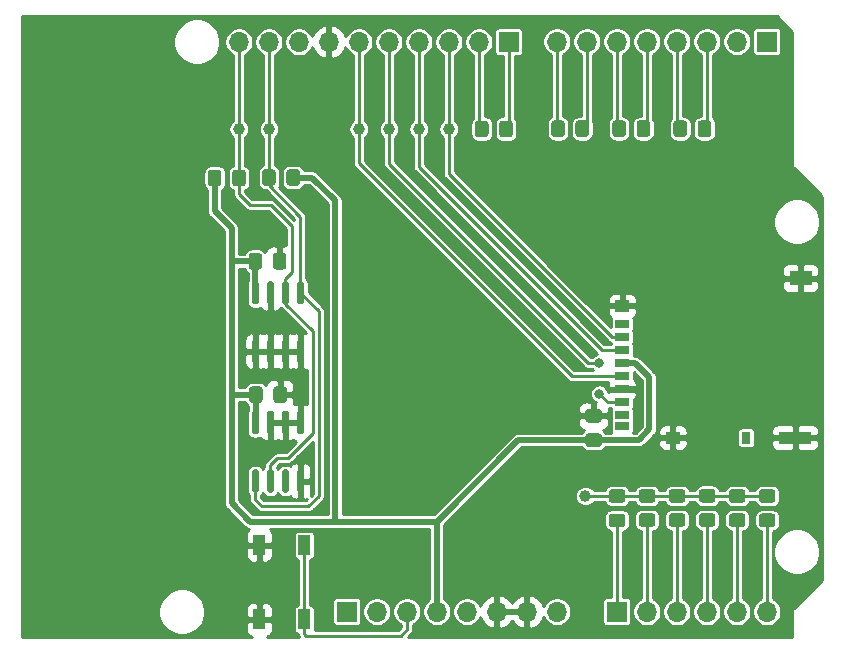
<source format=gbr>
%TF.GenerationSoftware,KiCad,Pcbnew,5.1.6-c6e7f7d~87~ubuntu19.10.1*%
%TF.CreationDate,2020-08-28T21:10:44+02:00*%
%TF.ProjectId,zephyr-ci-shield,7a657068-7972-42d6-9369-2d736869656c,1*%
%TF.SameCoordinates,Original*%
%TF.FileFunction,Copper,L1,Top*%
%TF.FilePolarity,Positive*%
%FSLAX46Y46*%
G04 Gerber Fmt 4.6, Leading zero omitted, Abs format (unit mm)*
G04 Created by KiCad (PCBNEW 5.1.6-c6e7f7d~87~ubuntu19.10.1) date 2020-08-28 21:10:44*
%MOMM*%
%LPD*%
G01*
G04 APERTURE LIST*
%TA.AperFunction,SMDPad,CuDef*%
%ADD10R,1.900000X1.300000*%
%TD*%
%TA.AperFunction,SMDPad,CuDef*%
%ADD11R,2.800000X1.000000*%
%TD*%
%TA.AperFunction,SMDPad,CuDef*%
%ADD12R,0.800000X1.000000*%
%TD*%
%TA.AperFunction,SMDPad,CuDef*%
%ADD13R,1.200000X1.000000*%
%TD*%
%TA.AperFunction,SMDPad,CuDef*%
%ADD14R,1.200000X0.700000*%
%TD*%
%TA.AperFunction,ComponentPad*%
%ADD15O,1.700000X1.700000*%
%TD*%
%TA.AperFunction,ComponentPad*%
%ADD16R,1.700000X1.700000*%
%TD*%
%TA.AperFunction,SMDPad,CuDef*%
%ADD17C,1.000000*%
%TD*%
%TA.AperFunction,SMDPad,CuDef*%
%ADD18R,1.000000X1.700000*%
%TD*%
%TA.AperFunction,ViaPad*%
%ADD19C,0.800000*%
%TD*%
%TA.AperFunction,Conductor*%
%ADD20C,0.250000*%
%TD*%
%TA.AperFunction,Conductor*%
%ADD21C,0.500000*%
%TD*%
%TA.AperFunction,Conductor*%
%ADD22C,0.254000*%
%TD*%
G04 APERTURE END LIST*
D10*
%TO.P,J1,11*%
%TO.N,GND*%
X166255000Y-93045000D03*
D11*
X165805000Y-106545000D03*
D12*
%TO.P,J1,10*%
%TO.N,N/C*%
X161655000Y-106545000D03*
D13*
%TO.P,J1,11*%
%TO.N,GND*%
X155455000Y-106545000D03*
X151155000Y-95395000D03*
D14*
%TO.P,J1,7*%
%TO.N,/MISO*%
X151155000Y-103545000D03*
%TO.P,J1,6*%
%TO.N,GND*%
X151155000Y-102445000D03*
%TO.P,J1,5*%
%TO.N,/SCK*%
X151155000Y-101345000D03*
%TO.P,J1,4*%
%TO.N,+3V3*%
X151155000Y-100245000D03*
%TO.P,J1,3*%
%TO.N,/MOSI*%
X151155000Y-99145000D03*
%TO.P,J1,2*%
%TO.N,/NCS*%
X151155000Y-98045000D03*
%TO.P,J1,1*%
%TO.N,N/C*%
X151155000Y-96945000D03*
%TO.P,J1,8*%
X151155000Y-104645000D03*
%TO.P,J1,9*%
X151155000Y-105595000D03*
%TD*%
D15*
%TO.P,J4,10*%
%TO.N,/SCL*%
X118700000Y-73030000D03*
%TO.P,J4,9*%
%TO.N,/SDA*%
X121240000Y-73030000D03*
%TO.P,J4,8*%
%TO.N,N/C*%
X123780000Y-73030000D03*
%TO.P,J4,7*%
%TO.N,GND*%
X126320000Y-73030000D03*
%TO.P,J4,6*%
%TO.N,/SCK*%
X128860000Y-73030000D03*
%TO.P,J4,5*%
%TO.N,/MISO*%
X131400000Y-73030000D03*
%TO.P,J4,4*%
%TO.N,/MOSI*%
X133940000Y-73030000D03*
%TO.P,J4,3*%
%TO.N,/NCS*%
X136480000Y-73030000D03*
%TO.P,J4,2*%
%TO.N,Net-(J4-Pad2)*%
X139020000Y-73030000D03*
D16*
%TO.P,J4,1*%
%TO.N,Net-(J4-Pad1)*%
X141560000Y-73030000D03*
%TD*%
D15*
%TO.P,J3,6*%
%TO.N,Net-(J3-Pad6)*%
X163400000Y-121280000D03*
%TO.P,J3,5*%
%TO.N,Net-(J3-Pad5)*%
X160860000Y-121280000D03*
%TO.P,J3,4*%
%TO.N,Net-(J3-Pad4)*%
X158320000Y-121280000D03*
%TO.P,J3,3*%
%TO.N,Net-(J3-Pad3)*%
X155780000Y-121280000D03*
%TO.P,J3,2*%
%TO.N,Net-(J3-Pad2)*%
X153240000Y-121280000D03*
D16*
%TO.P,J3,1*%
%TO.N,Net-(J3-Pad1)*%
X150700000Y-121280000D03*
%TD*%
D15*
%TO.P,J2,8*%
%TO.N,N/C*%
X145620000Y-121270000D03*
%TO.P,J2,7*%
%TO.N,GND*%
X143080000Y-121270000D03*
%TO.P,J2,6*%
X140540000Y-121270000D03*
%TO.P,J2,5*%
%TO.N,N/C*%
X138000000Y-121270000D03*
%TO.P,J2,4*%
%TO.N,+3V3*%
X135460000Y-121270000D03*
%TO.P,J2,3*%
%TO.N,Net-(J2-Pad3)*%
X132920000Y-121270000D03*
%TO.P,J2,2*%
%TO.N,N/C*%
X130380000Y-121270000D03*
D16*
%TO.P,J2,1*%
X127840000Y-121270000D03*
%TD*%
D15*
%TO.P,J5,8*%
%TO.N,Net-(J5-Pad8)*%
X145620000Y-73010000D03*
%TO.P,J5,7*%
%TO.N,Net-(J5-Pad7)*%
X148160000Y-73010000D03*
%TO.P,J5,6*%
%TO.N,Net-(J5-Pad6)*%
X150700000Y-73010000D03*
%TO.P,J5,5*%
%TO.N,Net-(J5-Pad5)*%
X153240000Y-73010000D03*
%TO.P,J5,4*%
%TO.N,Net-(J5-Pad4)*%
X155780000Y-73010000D03*
%TO.P,J5,3*%
%TO.N,Net-(J5-Pad3)*%
X158320000Y-73010000D03*
%TO.P,J5,2*%
%TO.N,N/C*%
X160860000Y-73010000D03*
D16*
%TO.P,J5,1*%
X163400000Y-73010000D03*
%TD*%
D17*
%TO.P,TP1,1*%
%TO.N,Net-(R1-Pad1)*%
X148050000Y-111480000D03*
%TD*%
%TO.P,U2,8*%
%TO.N,+3V3*%
%TA.AperFunction,SMDPad,CuDef*%
G36*
G01*
X120255000Y-95260000D02*
X119955000Y-95260000D01*
G75*
G02*
X119805000Y-95110000I0J150000D01*
G01*
X119805000Y-93460000D01*
G75*
G02*
X119955000Y-93310000I150000J0D01*
G01*
X120255000Y-93310000D01*
G75*
G02*
X120405000Y-93460000I0J-150000D01*
G01*
X120405000Y-95110000D01*
G75*
G02*
X120255000Y-95260000I-150000J0D01*
G01*
G37*
%TD.AperFunction*%
%TO.P,U2,7*%
%TO.N,GND*%
%TA.AperFunction,SMDPad,CuDef*%
G36*
G01*
X121525000Y-95260000D02*
X121225000Y-95260000D01*
G75*
G02*
X121075000Y-95110000I0J150000D01*
G01*
X121075000Y-93460000D01*
G75*
G02*
X121225000Y-93310000I150000J0D01*
G01*
X121525000Y-93310000D01*
G75*
G02*
X121675000Y-93460000I0J-150000D01*
G01*
X121675000Y-95110000D01*
G75*
G02*
X121525000Y-95260000I-150000J0D01*
G01*
G37*
%TD.AperFunction*%
%TO.P,U2,6*%
%TO.N,/SCL*%
%TA.AperFunction,SMDPad,CuDef*%
G36*
G01*
X122795000Y-95260000D02*
X122495000Y-95260000D01*
G75*
G02*
X122345000Y-95110000I0J150000D01*
G01*
X122345000Y-93460000D01*
G75*
G02*
X122495000Y-93310000I150000J0D01*
G01*
X122795000Y-93310000D01*
G75*
G02*
X122945000Y-93460000I0J-150000D01*
G01*
X122945000Y-95110000D01*
G75*
G02*
X122795000Y-95260000I-150000J0D01*
G01*
G37*
%TD.AperFunction*%
%TO.P,U2,5*%
%TO.N,/SDA*%
%TA.AperFunction,SMDPad,CuDef*%
G36*
G01*
X124065000Y-95260000D02*
X123765000Y-95260000D01*
G75*
G02*
X123615000Y-95110000I0J150000D01*
G01*
X123615000Y-93460000D01*
G75*
G02*
X123765000Y-93310000I150000J0D01*
G01*
X124065000Y-93310000D01*
G75*
G02*
X124215000Y-93460000I0J-150000D01*
G01*
X124215000Y-95110000D01*
G75*
G02*
X124065000Y-95260000I-150000J0D01*
G01*
G37*
%TD.AperFunction*%
%TO.P,U2,4*%
%TO.N,GND*%
%TA.AperFunction,SMDPad,CuDef*%
G36*
G01*
X124065000Y-100210000D02*
X123765000Y-100210000D01*
G75*
G02*
X123615000Y-100060000I0J150000D01*
G01*
X123615000Y-98410000D01*
G75*
G02*
X123765000Y-98260000I150000J0D01*
G01*
X124065000Y-98260000D01*
G75*
G02*
X124215000Y-98410000I0J-150000D01*
G01*
X124215000Y-100060000D01*
G75*
G02*
X124065000Y-100210000I-150000J0D01*
G01*
G37*
%TD.AperFunction*%
%TO.P,U2,3*%
%TA.AperFunction,SMDPad,CuDef*%
G36*
G01*
X122795000Y-100210000D02*
X122495000Y-100210000D01*
G75*
G02*
X122345000Y-100060000I0J150000D01*
G01*
X122345000Y-98410000D01*
G75*
G02*
X122495000Y-98260000I150000J0D01*
G01*
X122795000Y-98260000D01*
G75*
G02*
X122945000Y-98410000I0J-150000D01*
G01*
X122945000Y-100060000D01*
G75*
G02*
X122795000Y-100210000I-150000J0D01*
G01*
G37*
%TD.AperFunction*%
%TO.P,U2,2*%
%TA.AperFunction,SMDPad,CuDef*%
G36*
G01*
X121525000Y-100210000D02*
X121225000Y-100210000D01*
G75*
G02*
X121075000Y-100060000I0J150000D01*
G01*
X121075000Y-98410000D01*
G75*
G02*
X121225000Y-98260000I150000J0D01*
G01*
X121525000Y-98260000D01*
G75*
G02*
X121675000Y-98410000I0J-150000D01*
G01*
X121675000Y-100060000D01*
G75*
G02*
X121525000Y-100210000I-150000J0D01*
G01*
G37*
%TD.AperFunction*%
%TO.P,U2,1*%
%TA.AperFunction,SMDPad,CuDef*%
G36*
G01*
X120255000Y-100210000D02*
X119955000Y-100210000D01*
G75*
G02*
X119805000Y-100060000I0J150000D01*
G01*
X119805000Y-98410000D01*
G75*
G02*
X119955000Y-98260000I150000J0D01*
G01*
X120255000Y-98260000D01*
G75*
G02*
X120405000Y-98410000I0J-150000D01*
G01*
X120405000Y-100060000D01*
G75*
G02*
X120255000Y-100210000I-150000J0D01*
G01*
G37*
%TD.AperFunction*%
%TD*%
%TO.P,U1,8*%
%TO.N,+3V3*%
%TA.AperFunction,SMDPad,CuDef*%
G36*
G01*
X120245000Y-106240000D02*
X119945000Y-106240000D01*
G75*
G02*
X119795000Y-106090000I0J150000D01*
G01*
X119795000Y-104440000D01*
G75*
G02*
X119945000Y-104290000I150000J0D01*
G01*
X120245000Y-104290000D01*
G75*
G02*
X120395000Y-104440000I0J-150000D01*
G01*
X120395000Y-106090000D01*
G75*
G02*
X120245000Y-106240000I-150000J0D01*
G01*
G37*
%TD.AperFunction*%
%TO.P,U1,7*%
%TO.N,GND*%
%TA.AperFunction,SMDPad,CuDef*%
G36*
G01*
X121515000Y-106240000D02*
X121215000Y-106240000D01*
G75*
G02*
X121065000Y-106090000I0J150000D01*
G01*
X121065000Y-104440000D01*
G75*
G02*
X121215000Y-104290000I150000J0D01*
G01*
X121515000Y-104290000D01*
G75*
G02*
X121665000Y-104440000I0J-150000D01*
G01*
X121665000Y-106090000D01*
G75*
G02*
X121515000Y-106240000I-150000J0D01*
G01*
G37*
%TD.AperFunction*%
%TO.P,U1,6*%
%TA.AperFunction,SMDPad,CuDef*%
G36*
G01*
X122785000Y-106240000D02*
X122485000Y-106240000D01*
G75*
G02*
X122335000Y-106090000I0J150000D01*
G01*
X122335000Y-104440000D01*
G75*
G02*
X122485000Y-104290000I150000J0D01*
G01*
X122785000Y-104290000D01*
G75*
G02*
X122935000Y-104440000I0J-150000D01*
G01*
X122935000Y-106090000D01*
G75*
G02*
X122785000Y-106240000I-150000J0D01*
G01*
G37*
%TD.AperFunction*%
%TO.P,U1,5*%
%TA.AperFunction,SMDPad,CuDef*%
G36*
G01*
X124055000Y-106240000D02*
X123755000Y-106240000D01*
G75*
G02*
X123605000Y-106090000I0J150000D01*
G01*
X123605000Y-104440000D01*
G75*
G02*
X123755000Y-104290000I150000J0D01*
G01*
X124055000Y-104290000D01*
G75*
G02*
X124205000Y-104440000I0J-150000D01*
G01*
X124205000Y-106090000D01*
G75*
G02*
X124055000Y-106240000I-150000J0D01*
G01*
G37*
%TD.AperFunction*%
%TO.P,U1,4*%
%TA.AperFunction,SMDPad,CuDef*%
G36*
G01*
X124055000Y-111190000D02*
X123755000Y-111190000D01*
G75*
G02*
X123605000Y-111040000I0J150000D01*
G01*
X123605000Y-109390000D01*
G75*
G02*
X123755000Y-109240000I150000J0D01*
G01*
X124055000Y-109240000D01*
G75*
G02*
X124205000Y-109390000I0J-150000D01*
G01*
X124205000Y-111040000D01*
G75*
G02*
X124055000Y-111190000I-150000J0D01*
G01*
G37*
%TD.AperFunction*%
%TO.P,U1,3*%
%TO.N,N/C*%
%TA.AperFunction,SMDPad,CuDef*%
G36*
G01*
X122785000Y-111190000D02*
X122485000Y-111190000D01*
G75*
G02*
X122335000Y-111040000I0J150000D01*
G01*
X122335000Y-109390000D01*
G75*
G02*
X122485000Y-109240000I150000J0D01*
G01*
X122785000Y-109240000D01*
G75*
G02*
X122935000Y-109390000I0J-150000D01*
G01*
X122935000Y-111040000D01*
G75*
G02*
X122785000Y-111190000I-150000J0D01*
G01*
G37*
%TD.AperFunction*%
%TO.P,U1,2*%
%TO.N,/SCL*%
%TA.AperFunction,SMDPad,CuDef*%
G36*
G01*
X121515000Y-111190000D02*
X121215000Y-111190000D01*
G75*
G02*
X121065000Y-111040000I0J150000D01*
G01*
X121065000Y-109390000D01*
G75*
G02*
X121215000Y-109240000I150000J0D01*
G01*
X121515000Y-109240000D01*
G75*
G02*
X121665000Y-109390000I0J-150000D01*
G01*
X121665000Y-111040000D01*
G75*
G02*
X121515000Y-111190000I-150000J0D01*
G01*
G37*
%TD.AperFunction*%
%TO.P,U1,1*%
%TO.N,/SDA*%
%TA.AperFunction,SMDPad,CuDef*%
G36*
G01*
X120245000Y-111190000D02*
X119945000Y-111190000D01*
G75*
G02*
X119795000Y-111040000I0J150000D01*
G01*
X119795000Y-109390000D01*
G75*
G02*
X119945000Y-109240000I150000J0D01*
G01*
X120245000Y-109240000D01*
G75*
G02*
X120395000Y-109390000I0J-150000D01*
G01*
X120395000Y-111040000D01*
G75*
G02*
X120245000Y-111190000I-150000J0D01*
G01*
G37*
%TD.AperFunction*%
%TD*%
%TO.P,TP6,1*%
%TO.N,/SDA*%
X121250000Y-80410000D03*
%TD*%
%TO.P,TP4,1*%
%TO.N,/SCL*%
X118700000Y-80420000D03*
%TD*%
%TO.P,TP2,1*%
%TO.N,/SCK*%
X128860000Y-80410000D03*
%TD*%
%TO.P,TP3,1*%
%TO.N,/MISO*%
X131410000Y-80410000D03*
%TD*%
%TO.P,TP5,1*%
%TO.N,/MOSI*%
X133920000Y-80410000D03*
%TD*%
%TO.P,TP7,1*%
%TO.N,/NCS*%
X136460000Y-80410000D03*
%TD*%
D18*
%TO.P,SW1,2*%
%TO.N,GND*%
X120430000Y-121940000D03*
X120430000Y-115640000D03*
%TO.P,SW1,1*%
%TO.N,Net-(J2-Pad3)*%
X124230000Y-121940000D03*
X124230000Y-115640000D03*
%TD*%
%TO.P,R12,2*%
%TO.N,/SDA*%
%TA.AperFunction,SMDPad,CuDef*%
G36*
G01*
X121820000Y-84069999D02*
X121820000Y-84970001D01*
G75*
G02*
X121570001Y-85220000I-249999J0D01*
G01*
X120919999Y-85220000D01*
G75*
G02*
X120670000Y-84970001I0J249999D01*
G01*
X120670000Y-84069999D01*
G75*
G02*
X120919999Y-83820000I249999J0D01*
G01*
X121570001Y-83820000D01*
G75*
G02*
X121820000Y-84069999I0J-249999D01*
G01*
G37*
%TD.AperFunction*%
%TO.P,R12,1*%
%TO.N,+3V3*%
%TA.AperFunction,SMDPad,CuDef*%
G36*
G01*
X123870000Y-84069999D02*
X123870000Y-84970001D01*
G75*
G02*
X123620001Y-85220000I-249999J0D01*
G01*
X122969999Y-85220000D01*
G75*
G02*
X122720000Y-84970001I0J249999D01*
G01*
X122720000Y-84069999D01*
G75*
G02*
X122969999Y-83820000I249999J0D01*
G01*
X123620001Y-83820000D01*
G75*
G02*
X123870000Y-84069999I0J-249999D01*
G01*
G37*
%TD.AperFunction*%
%TD*%
%TO.P,R6,2*%
%TO.N,Net-(J3-Pad6)*%
%TA.AperFunction,SMDPad,CuDef*%
G36*
G01*
X162979999Y-112964000D02*
X163880001Y-112964000D01*
G75*
G02*
X164130000Y-113213999I0J-249999D01*
G01*
X164130000Y-113864001D01*
G75*
G02*
X163880001Y-114114000I-249999J0D01*
G01*
X162979999Y-114114000D01*
G75*
G02*
X162730000Y-113864001I0J249999D01*
G01*
X162730000Y-113213999D01*
G75*
G02*
X162979999Y-112964000I249999J0D01*
G01*
G37*
%TD.AperFunction*%
%TO.P,R6,1*%
%TO.N,Net-(R1-Pad1)*%
%TA.AperFunction,SMDPad,CuDef*%
G36*
G01*
X162979999Y-110914000D02*
X163880001Y-110914000D01*
G75*
G02*
X164130000Y-111163999I0J-249999D01*
G01*
X164130000Y-111814001D01*
G75*
G02*
X163880001Y-112064000I-249999J0D01*
G01*
X162979999Y-112064000D01*
G75*
G02*
X162730000Y-111814001I0J249999D01*
G01*
X162730000Y-111163999D01*
G75*
G02*
X162979999Y-110914000I249999J0D01*
G01*
G37*
%TD.AperFunction*%
%TD*%
%TO.P,R5,2*%
%TO.N,Net-(J3-Pad5)*%
%TA.AperFunction,SMDPad,CuDef*%
G36*
G01*
X160437999Y-112958000D02*
X161338001Y-112958000D01*
G75*
G02*
X161588000Y-113207999I0J-249999D01*
G01*
X161588000Y-113858001D01*
G75*
G02*
X161338001Y-114108000I-249999J0D01*
G01*
X160437999Y-114108000D01*
G75*
G02*
X160188000Y-113858001I0J249999D01*
G01*
X160188000Y-113207999D01*
G75*
G02*
X160437999Y-112958000I249999J0D01*
G01*
G37*
%TD.AperFunction*%
%TO.P,R5,1*%
%TO.N,Net-(R1-Pad1)*%
%TA.AperFunction,SMDPad,CuDef*%
G36*
G01*
X160437999Y-110908000D02*
X161338001Y-110908000D01*
G75*
G02*
X161588000Y-111157999I0J-249999D01*
G01*
X161588000Y-111808001D01*
G75*
G02*
X161338001Y-112058000I-249999J0D01*
G01*
X160437999Y-112058000D01*
G75*
G02*
X160188000Y-111808001I0J249999D01*
G01*
X160188000Y-111157999D01*
G75*
G02*
X160437999Y-110908000I249999J0D01*
G01*
G37*
%TD.AperFunction*%
%TD*%
%TO.P,R4,2*%
%TO.N,Net-(J3-Pad4)*%
%TA.AperFunction,SMDPad,CuDef*%
G36*
G01*
X157895999Y-112940000D02*
X158796001Y-112940000D01*
G75*
G02*
X159046000Y-113189999I0J-249999D01*
G01*
X159046000Y-113840001D01*
G75*
G02*
X158796001Y-114090000I-249999J0D01*
G01*
X157895999Y-114090000D01*
G75*
G02*
X157646000Y-113840001I0J249999D01*
G01*
X157646000Y-113189999D01*
G75*
G02*
X157895999Y-112940000I249999J0D01*
G01*
G37*
%TD.AperFunction*%
%TO.P,R4,1*%
%TO.N,Net-(R1-Pad1)*%
%TA.AperFunction,SMDPad,CuDef*%
G36*
G01*
X157895999Y-110890000D02*
X158796001Y-110890000D01*
G75*
G02*
X159046000Y-111139999I0J-249999D01*
G01*
X159046000Y-111790001D01*
G75*
G02*
X158796001Y-112040000I-249999J0D01*
G01*
X157895999Y-112040000D01*
G75*
G02*
X157646000Y-111790001I0J249999D01*
G01*
X157646000Y-111139999D01*
G75*
G02*
X157895999Y-110890000I249999J0D01*
G01*
G37*
%TD.AperFunction*%
%TD*%
%TO.P,R3,2*%
%TO.N,Net-(J3-Pad3)*%
%TA.AperFunction,SMDPad,CuDef*%
G36*
G01*
X155353999Y-112946000D02*
X156254001Y-112946000D01*
G75*
G02*
X156504000Y-113195999I0J-249999D01*
G01*
X156504000Y-113846001D01*
G75*
G02*
X156254001Y-114096000I-249999J0D01*
G01*
X155353999Y-114096000D01*
G75*
G02*
X155104000Y-113846001I0J249999D01*
G01*
X155104000Y-113195999D01*
G75*
G02*
X155353999Y-112946000I249999J0D01*
G01*
G37*
%TD.AperFunction*%
%TO.P,R3,1*%
%TO.N,Net-(R1-Pad1)*%
%TA.AperFunction,SMDPad,CuDef*%
G36*
G01*
X155353999Y-110896000D02*
X156254001Y-110896000D01*
G75*
G02*
X156504000Y-111145999I0J-249999D01*
G01*
X156504000Y-111796001D01*
G75*
G02*
X156254001Y-112046000I-249999J0D01*
G01*
X155353999Y-112046000D01*
G75*
G02*
X155104000Y-111796001I0J249999D01*
G01*
X155104000Y-111145999D01*
G75*
G02*
X155353999Y-110896000I249999J0D01*
G01*
G37*
%TD.AperFunction*%
%TD*%
%TO.P,R2,2*%
%TO.N,Net-(J3-Pad2)*%
%TA.AperFunction,SMDPad,CuDef*%
G36*
G01*
X152811999Y-112952000D02*
X153712001Y-112952000D01*
G75*
G02*
X153962000Y-113201999I0J-249999D01*
G01*
X153962000Y-113852001D01*
G75*
G02*
X153712001Y-114102000I-249999J0D01*
G01*
X152811999Y-114102000D01*
G75*
G02*
X152562000Y-113852001I0J249999D01*
G01*
X152562000Y-113201999D01*
G75*
G02*
X152811999Y-112952000I249999J0D01*
G01*
G37*
%TD.AperFunction*%
%TO.P,R2,1*%
%TO.N,Net-(R1-Pad1)*%
%TA.AperFunction,SMDPad,CuDef*%
G36*
G01*
X152811999Y-110902000D02*
X153712001Y-110902000D01*
G75*
G02*
X153962000Y-111151999I0J-249999D01*
G01*
X153962000Y-111802001D01*
G75*
G02*
X153712001Y-112052000I-249999J0D01*
G01*
X152811999Y-112052000D01*
G75*
G02*
X152562000Y-111802001I0J249999D01*
G01*
X152562000Y-111151999D01*
G75*
G02*
X152811999Y-110902000I249999J0D01*
G01*
G37*
%TD.AperFunction*%
%TD*%
%TO.P,R1,2*%
%TO.N,Net-(J3-Pad1)*%
%TA.AperFunction,SMDPad,CuDef*%
G36*
G01*
X150269999Y-112970000D02*
X151170001Y-112970000D01*
G75*
G02*
X151420000Y-113219999I0J-249999D01*
G01*
X151420000Y-113870001D01*
G75*
G02*
X151170001Y-114120000I-249999J0D01*
G01*
X150269999Y-114120000D01*
G75*
G02*
X150020000Y-113870001I0J249999D01*
G01*
X150020000Y-113219999D01*
G75*
G02*
X150269999Y-112970000I249999J0D01*
G01*
G37*
%TD.AperFunction*%
%TO.P,R1,1*%
%TO.N,Net-(R1-Pad1)*%
%TA.AperFunction,SMDPad,CuDef*%
G36*
G01*
X150269999Y-110920000D02*
X151170001Y-110920000D01*
G75*
G02*
X151420000Y-111169999I0J-249999D01*
G01*
X151420000Y-111820001D01*
G75*
G02*
X151170001Y-112070000I-249999J0D01*
G01*
X150269999Y-112070000D01*
G75*
G02*
X150020000Y-111820001I0J249999D01*
G01*
X150020000Y-111169999D01*
G75*
G02*
X150269999Y-110920000I249999J0D01*
G01*
G37*
%TD.AperFunction*%
%TD*%
%TO.P,R11,2*%
%TO.N,/SCL*%
%TA.AperFunction,SMDPad,CuDef*%
G36*
G01*
X118130000Y-85010001D02*
X118130000Y-84109999D01*
G75*
G02*
X118379999Y-83860000I249999J0D01*
G01*
X119030001Y-83860000D01*
G75*
G02*
X119280000Y-84109999I0J-249999D01*
G01*
X119280000Y-85010001D01*
G75*
G02*
X119030001Y-85260000I-249999J0D01*
G01*
X118379999Y-85260000D01*
G75*
G02*
X118130000Y-85010001I0J249999D01*
G01*
G37*
%TD.AperFunction*%
%TO.P,R11,1*%
%TO.N,+3V3*%
%TA.AperFunction,SMDPad,CuDef*%
G36*
G01*
X116080000Y-85010001D02*
X116080000Y-84109999D01*
G75*
G02*
X116329999Y-83860000I249999J0D01*
G01*
X116980001Y-83860000D01*
G75*
G02*
X117230000Y-84109999I0J-249999D01*
G01*
X117230000Y-85010001D01*
G75*
G02*
X116980001Y-85260000I-249999J0D01*
G01*
X116329999Y-85260000D01*
G75*
G02*
X116080000Y-85010001I0J249999D01*
G01*
G37*
%TD.AperFunction*%
%TD*%
%TO.P,R7,2*%
%TO.N,Net-(J4-Pad2)*%
%TA.AperFunction,SMDPad,CuDef*%
G36*
G01*
X139840000Y-79959999D02*
X139840000Y-80860001D01*
G75*
G02*
X139590001Y-81110000I-249999J0D01*
G01*
X138939999Y-81110000D01*
G75*
G02*
X138690000Y-80860001I0J249999D01*
G01*
X138690000Y-79959999D01*
G75*
G02*
X138939999Y-79710000I249999J0D01*
G01*
X139590001Y-79710000D01*
G75*
G02*
X139840000Y-79959999I0J-249999D01*
G01*
G37*
%TD.AperFunction*%
%TO.P,R7,1*%
%TO.N,Net-(J4-Pad1)*%
%TA.AperFunction,SMDPad,CuDef*%
G36*
G01*
X141890000Y-79959999D02*
X141890000Y-80860001D01*
G75*
G02*
X141640001Y-81110000I-249999J0D01*
G01*
X140989999Y-81110000D01*
G75*
G02*
X140740000Y-80860001I0J249999D01*
G01*
X140740000Y-79959999D01*
G75*
G02*
X140989999Y-79710000I249999J0D01*
G01*
X141640001Y-79710000D01*
G75*
G02*
X141890000Y-79959999I0J-249999D01*
G01*
G37*
%TD.AperFunction*%
%TD*%
%TO.P,R8,2*%
%TO.N,Net-(J5-Pad8)*%
%TA.AperFunction,SMDPad,CuDef*%
G36*
G01*
X146300000Y-79939999D02*
X146300000Y-80840001D01*
G75*
G02*
X146050001Y-81090000I-249999J0D01*
G01*
X145399999Y-81090000D01*
G75*
G02*
X145150000Y-80840001I0J249999D01*
G01*
X145150000Y-79939999D01*
G75*
G02*
X145399999Y-79690000I249999J0D01*
G01*
X146050001Y-79690000D01*
G75*
G02*
X146300000Y-79939999I0J-249999D01*
G01*
G37*
%TD.AperFunction*%
%TO.P,R8,1*%
%TO.N,Net-(J5-Pad7)*%
%TA.AperFunction,SMDPad,CuDef*%
G36*
G01*
X148350000Y-79939999D02*
X148350000Y-80840001D01*
G75*
G02*
X148100001Y-81090000I-249999J0D01*
G01*
X147449999Y-81090000D01*
G75*
G02*
X147200000Y-80840001I0J249999D01*
G01*
X147200000Y-79939999D01*
G75*
G02*
X147449999Y-79690000I249999J0D01*
G01*
X148100001Y-79690000D01*
G75*
G02*
X148350000Y-79939999I0J-249999D01*
G01*
G37*
%TD.AperFunction*%
%TD*%
%TO.P,R9,2*%
%TO.N,Net-(J5-Pad6)*%
%TA.AperFunction,SMDPad,CuDef*%
G36*
G01*
X151475000Y-79939999D02*
X151475000Y-80840001D01*
G75*
G02*
X151225001Y-81090000I-249999J0D01*
G01*
X150574999Y-81090000D01*
G75*
G02*
X150325000Y-80840001I0J249999D01*
G01*
X150325000Y-79939999D01*
G75*
G02*
X150574999Y-79690000I249999J0D01*
G01*
X151225001Y-79690000D01*
G75*
G02*
X151475000Y-79939999I0J-249999D01*
G01*
G37*
%TD.AperFunction*%
%TO.P,R9,1*%
%TO.N,Net-(J5-Pad5)*%
%TA.AperFunction,SMDPad,CuDef*%
G36*
G01*
X153525000Y-79939999D02*
X153525000Y-80840001D01*
G75*
G02*
X153275001Y-81090000I-249999J0D01*
G01*
X152624999Y-81090000D01*
G75*
G02*
X152375000Y-80840001I0J249999D01*
G01*
X152375000Y-79939999D01*
G75*
G02*
X152624999Y-79690000I249999J0D01*
G01*
X153275001Y-79690000D01*
G75*
G02*
X153525000Y-79939999I0J-249999D01*
G01*
G37*
%TD.AperFunction*%
%TD*%
%TO.P,R10,2*%
%TO.N,Net-(J5-Pad4)*%
%TA.AperFunction,SMDPad,CuDef*%
G36*
G01*
X156650000Y-79939999D02*
X156650000Y-80840001D01*
G75*
G02*
X156400001Y-81090000I-249999J0D01*
G01*
X155749999Y-81090000D01*
G75*
G02*
X155500000Y-80840001I0J249999D01*
G01*
X155500000Y-79939999D01*
G75*
G02*
X155749999Y-79690000I249999J0D01*
G01*
X156400001Y-79690000D01*
G75*
G02*
X156650000Y-79939999I0J-249999D01*
G01*
G37*
%TD.AperFunction*%
%TO.P,R10,1*%
%TO.N,Net-(J5-Pad3)*%
%TA.AperFunction,SMDPad,CuDef*%
G36*
G01*
X158700000Y-79939999D02*
X158700000Y-80840001D01*
G75*
G02*
X158450001Y-81090000I-249999J0D01*
G01*
X157799999Y-81090000D01*
G75*
G02*
X157550000Y-80840001I0J249999D01*
G01*
X157550000Y-79939999D01*
G75*
G02*
X157799999Y-79690000I249999J0D01*
G01*
X158450001Y-79690000D01*
G75*
G02*
X158700000Y-79939999I0J-249999D01*
G01*
G37*
%TD.AperFunction*%
%TD*%
%TO.P,C1,2*%
%TO.N,+3V3*%
%TA.AperFunction,SMDPad,CuDef*%
G36*
G01*
X148279999Y-106170000D02*
X149180001Y-106170000D01*
G75*
G02*
X149430000Y-106419999I0J-249999D01*
G01*
X149430000Y-107070001D01*
G75*
G02*
X149180001Y-107320000I-249999J0D01*
G01*
X148279999Y-107320000D01*
G75*
G02*
X148030000Y-107070001I0J249999D01*
G01*
X148030000Y-106419999D01*
G75*
G02*
X148279999Y-106170000I249999J0D01*
G01*
G37*
%TD.AperFunction*%
%TO.P,C1,1*%
%TO.N,GND*%
%TA.AperFunction,SMDPad,CuDef*%
G36*
G01*
X148279999Y-104120000D02*
X149180001Y-104120000D01*
G75*
G02*
X149430000Y-104369999I0J-249999D01*
G01*
X149430000Y-105020001D01*
G75*
G02*
X149180001Y-105270000I-249999J0D01*
G01*
X148279999Y-105270000D01*
G75*
G02*
X148030000Y-105020001I0J249999D01*
G01*
X148030000Y-104369999D01*
G75*
G02*
X148279999Y-104120000I249999J0D01*
G01*
G37*
%TD.AperFunction*%
%TD*%
%TO.P,C2,2*%
%TO.N,+3V3*%
%TA.AperFunction,SMDPad,CuDef*%
G36*
G01*
X120715000Y-102449999D02*
X120715000Y-103350001D01*
G75*
G02*
X120465001Y-103600000I-249999J0D01*
G01*
X119814999Y-103600000D01*
G75*
G02*
X119565000Y-103350001I0J249999D01*
G01*
X119565000Y-102449999D01*
G75*
G02*
X119814999Y-102200000I249999J0D01*
G01*
X120465001Y-102200000D01*
G75*
G02*
X120715000Y-102449999I0J-249999D01*
G01*
G37*
%TD.AperFunction*%
%TO.P,C2,1*%
%TO.N,GND*%
%TA.AperFunction,SMDPad,CuDef*%
G36*
G01*
X122765000Y-102449999D02*
X122765000Y-103350001D01*
G75*
G02*
X122515001Y-103600000I-249999J0D01*
G01*
X121864999Y-103600000D01*
G75*
G02*
X121615000Y-103350001I0J249999D01*
G01*
X121615000Y-102449999D01*
G75*
G02*
X121864999Y-102200000I249999J0D01*
G01*
X122515001Y-102200000D01*
G75*
G02*
X122765000Y-102449999I0J-249999D01*
G01*
G37*
%TD.AperFunction*%
%TD*%
%TO.P,C3,2*%
%TO.N,GND*%
%TA.AperFunction,SMDPad,CuDef*%
G36*
G01*
X121570000Y-92060001D02*
X121570000Y-91159999D01*
G75*
G02*
X121819999Y-90910000I249999J0D01*
G01*
X122470001Y-90910000D01*
G75*
G02*
X122720000Y-91159999I0J-249999D01*
G01*
X122720000Y-92060001D01*
G75*
G02*
X122470001Y-92310000I-249999J0D01*
G01*
X121819999Y-92310000D01*
G75*
G02*
X121570000Y-92060001I0J249999D01*
G01*
G37*
%TD.AperFunction*%
%TO.P,C3,1*%
%TO.N,+3V3*%
%TA.AperFunction,SMDPad,CuDef*%
G36*
G01*
X119520000Y-92060001D02*
X119520000Y-91159999D01*
G75*
G02*
X119769999Y-90910000I249999J0D01*
G01*
X120420001Y-90910000D01*
G75*
G02*
X120670000Y-91159999I0J-249999D01*
G01*
X120670000Y-92060001D01*
G75*
G02*
X120420001Y-92310000I-249999J0D01*
G01*
X119769999Y-92310000D01*
G75*
G02*
X119520000Y-92060001I0J249999D01*
G01*
G37*
%TD.AperFunction*%
%TD*%
D19*
%TO.N,GND*%
X123890000Y-102900000D03*
X123900000Y-108330000D03*
X121350000Y-96170000D03*
X122180000Y-89970000D03*
X147140000Y-104690000D03*
X152610000Y-102430000D03*
X101874999Y-72062500D03*
X101874999Y-79062500D03*
X101874999Y-86062500D03*
X101874999Y-93062500D03*
X101874999Y-100062500D03*
X101874999Y-107062500D03*
X101874999Y-114062500D03*
X101874999Y-121062500D03*
X105874999Y-75062500D03*
X105874999Y-82062500D03*
X105874999Y-89062500D03*
X105874999Y-96062500D03*
X105874999Y-103062500D03*
X105874999Y-110062500D03*
X105874999Y-117062500D03*
X107874999Y-122062500D03*
X109874999Y-72062500D03*
X109874999Y-79062500D03*
X109874999Y-86062500D03*
X109874999Y-93062500D03*
X109874999Y-100062500D03*
X109874999Y-107062500D03*
X109874999Y-114062500D03*
X111874999Y-119062500D03*
X113874999Y-76062500D03*
X113874999Y-83062500D03*
X113874999Y-90062500D03*
X113874999Y-97062500D03*
X113874999Y-104062500D03*
X113874999Y-111062500D03*
X115874999Y-116062500D03*
X116874999Y-122062500D03*
X117874999Y-79062500D03*
X117874999Y-86062500D03*
X119874999Y-96062500D03*
X119874999Y-107062500D03*
X120874999Y-118062500D03*
X121874999Y-101062500D03*
X122874999Y-75062500D03*
X122874999Y-82062500D03*
X124874999Y-87062500D03*
X125874999Y-93062500D03*
X125874999Y-115062500D03*
X125874999Y-122062500D03*
X126874999Y-78062500D03*
X127874999Y-98062500D03*
X127874999Y-105062500D03*
X128874999Y-111062500D03*
X129874999Y-82062500D03*
X129874999Y-89062500D03*
X129874999Y-118062500D03*
X131874999Y-94062500D03*
X131874999Y-101062500D03*
X132874999Y-75062500D03*
X132874999Y-107062500D03*
X133874999Y-115062500D03*
X135874999Y-97062500D03*
X136874999Y-103062500D03*
X136874999Y-110062500D03*
X136874999Y-119062500D03*
X137874999Y-77062500D03*
X138874999Y-83062500D03*
X139874999Y-114062500D03*
X140874999Y-99062500D03*
X140874999Y-106062500D03*
X141874999Y-87062500D03*
X142874999Y-75062500D03*
X142874999Y-118062500D03*
X143874999Y-81062500D03*
X143874999Y-110062500D03*
X144874999Y-102062500D03*
X145874999Y-90062500D03*
X146874999Y-114062500D03*
X147874999Y-84062500D03*
X147874999Y-120062500D03*
X148874999Y-94062500D03*
X148874999Y-108062500D03*
X149874999Y-75062500D03*
X150874999Y-88062500D03*
X151874999Y-116062500D03*
X152874999Y-82062500D03*
X152874999Y-97062500D03*
X153874999Y-110062500D03*
X154874999Y-77062500D03*
X154874999Y-91062500D03*
X154874999Y-102062500D03*
X156874999Y-85062500D03*
X156874999Y-118062500D03*
X157874999Y-95062500D03*
X159874999Y-75062500D03*
X159874999Y-89062500D03*
X159874999Y-100062500D03*
X160874999Y-81062500D03*
X160874999Y-110062500D03*
X161874999Y-116062500D03*
X162874999Y-93062500D03*
X162874999Y-104062500D03*
X163874999Y-85062500D03*
X164874999Y-77062500D03*
X164874999Y-98062500D03*
X165874999Y-108062500D03*
X165874999Y-119062500D03*
%TO.N,/MISO*%
X149210000Y-102820000D03*
X149200000Y-100250000D03*
%TD*%
D20*
%TO.N,GND*%
X120105000Y-99235000D02*
X121375000Y-99235000D01*
X121375000Y-99235000D02*
X122645000Y-99235000D01*
X122645000Y-99235000D02*
X123915000Y-99235000D01*
X123905000Y-105265000D02*
X122635000Y-105265000D01*
X122635000Y-105265000D02*
X121365000Y-105265000D01*
X122190000Y-102900000D02*
X123890000Y-102900000D01*
X123905000Y-102915000D02*
X123890000Y-102900000D01*
X123905000Y-105265000D02*
X123905000Y-102915000D01*
X123905000Y-110215000D02*
X123905000Y-108335000D01*
X123905000Y-108335000D02*
X123900000Y-108330000D01*
X121375000Y-94285000D02*
X121375000Y-96145000D01*
X121375000Y-96145000D02*
X121350000Y-96170000D01*
X122145000Y-91610000D02*
X122145000Y-90005000D01*
X122145000Y-90005000D02*
X122180000Y-89970000D01*
D21*
X148730000Y-104695000D02*
X147145000Y-104695000D01*
X147145000Y-104695000D02*
X147140000Y-104690000D01*
X152595000Y-102445000D02*
X152610000Y-102430000D01*
X151155000Y-102445000D02*
X152595000Y-102445000D01*
D20*
%TO.N,/SCK*%
X128860000Y-73030000D02*
X128860000Y-80410000D01*
X128860000Y-83330000D02*
X128860000Y-80410000D01*
X151155000Y-101345000D02*
X146875000Y-101345000D01*
X146875000Y-101345000D02*
X128860000Y-83330000D01*
%TO.N,/MISO*%
X131400000Y-80400000D02*
X131410000Y-80410000D01*
X131400000Y-73030000D02*
X131400000Y-80400000D01*
X151155000Y-103545000D02*
X149935000Y-103545000D01*
X149935000Y-103545000D02*
X149210000Y-102820000D01*
X131410000Y-83370000D02*
X131410000Y-80410000D01*
X149200000Y-100250000D02*
X148290000Y-100250000D01*
X148290000Y-100250000D02*
X131410000Y-83370000D01*
%TO.N,/MOSI*%
X133940000Y-80390000D02*
X133920000Y-80410000D01*
X133940000Y-73030000D02*
X133940000Y-80390000D01*
X133920000Y-83620000D02*
X133920000Y-80410000D01*
X151155000Y-99145000D02*
X149445000Y-99145000D01*
X149445000Y-99145000D02*
X133920000Y-83620000D01*
%TO.N,/NCS*%
X136480000Y-80390000D02*
X136460000Y-80410000D01*
X136480000Y-73030000D02*
X136480000Y-80390000D01*
X136460000Y-84200000D02*
X136460000Y-80410000D01*
X151155000Y-98045000D02*
X150305000Y-98045000D01*
X150305000Y-98045000D02*
X136460000Y-84200000D01*
D21*
%TO.N,+3V3*%
X135460000Y-121270000D02*
X135460000Y-113660000D01*
X120095000Y-94275000D02*
X120105000Y-94285000D01*
X120095000Y-91610000D02*
X120095000Y-94275000D01*
X120140000Y-105220000D02*
X120095000Y-105265000D01*
X120140000Y-102900000D02*
X120140000Y-105220000D01*
X118120000Y-102900000D02*
X118080000Y-102940000D01*
X120140000Y-102900000D02*
X118120000Y-102900000D01*
X118080000Y-102940000D02*
X118080000Y-92280000D01*
X118080000Y-112110000D02*
X118080000Y-102940000D01*
X119630000Y-113660000D02*
X118080000Y-112110000D01*
X118080000Y-92280000D02*
X118080000Y-88800000D01*
X116655000Y-87375000D02*
X116655000Y-84560000D01*
X118080000Y-88800000D02*
X116655000Y-87375000D01*
X118080000Y-91610000D02*
X120095000Y-91610000D01*
X118080000Y-92280000D02*
X118080000Y-91610000D01*
X123295000Y-84520000D02*
X124910000Y-84520000D01*
X126850000Y-86460000D02*
X126850000Y-113660000D01*
X124910000Y-84520000D02*
X126850000Y-86460000D01*
X135460000Y-113660000D02*
X126850000Y-113660000D01*
X126850000Y-113660000D02*
X119630000Y-113660000D01*
X142375000Y-106745000D02*
X135460000Y-113660000D01*
X148730000Y-106745000D02*
X142375000Y-106745000D01*
X153460002Y-101450002D02*
X152255000Y-100245000D01*
X153460002Y-105829998D02*
X153460002Y-101450002D01*
X152255000Y-100245000D02*
X151155000Y-100245000D01*
X148730000Y-106745000D02*
X152545000Y-106745000D01*
X152545000Y-106745000D02*
X153460002Y-105829998D01*
D20*
%TO.N,/SDA*%
X121240000Y-80400000D02*
X121250000Y-80410000D01*
X121240000Y-73030000D02*
X121240000Y-80400000D01*
X121250000Y-84515000D02*
X121245000Y-84520000D01*
X121250000Y-80410000D02*
X121250000Y-84515000D01*
X123865000Y-94235000D02*
X123915000Y-94285000D01*
X123915000Y-94285000D02*
X125460000Y-95830000D01*
X120095000Y-111825000D02*
X120095000Y-110215000D01*
X125460000Y-111500000D02*
X124590000Y-112370000D01*
X124590000Y-112370000D02*
X120640000Y-112370000D01*
X125460000Y-95830000D02*
X125460000Y-111500000D01*
X120640000Y-112370000D02*
X120095000Y-111825000D01*
X121245000Y-84520000D02*
X121245000Y-85175000D01*
X123915000Y-87845000D02*
X123915000Y-94285000D01*
X121245000Y-85175000D02*
X123915000Y-87845000D01*
%TO.N,/SCL*%
X118700000Y-73030000D02*
X118700000Y-80420000D01*
X118700000Y-84555000D02*
X118705000Y-84560000D01*
X118700000Y-80420000D02*
X118700000Y-84555000D01*
X124970000Y-97530000D02*
X124970000Y-106180000D01*
X124970000Y-106180000D02*
X122870000Y-108280000D01*
X122645000Y-94285000D02*
X122645000Y-95205000D01*
X122645000Y-95205000D02*
X124970000Y-97530000D01*
X122870000Y-108280000D02*
X121950000Y-108280000D01*
X121365000Y-108865000D02*
X121365000Y-110215000D01*
X121950000Y-108280000D02*
X121365000Y-108865000D01*
X122645000Y-93125000D02*
X122645000Y-94285000D01*
X123220000Y-92550000D02*
X122645000Y-93125000D01*
X118705000Y-85925000D02*
X119620000Y-86840000D01*
X121400000Y-86840000D02*
X123220000Y-88660000D01*
X118705000Y-84560000D02*
X118705000Y-85925000D01*
X123220000Y-88660000D02*
X123220000Y-92550000D01*
X119620000Y-86840000D02*
X121400000Y-86840000D01*
%TO.N,Net-(R1-Pad1)*%
X153244000Y-111495000D02*
X153262000Y-111477000D01*
X150720000Y-111495000D02*
X153244000Y-111495000D01*
X155798000Y-111477000D02*
X155804000Y-111471000D01*
X153262000Y-111477000D02*
X155798000Y-111477000D01*
X158340000Y-111471000D02*
X158346000Y-111465000D01*
X155804000Y-111471000D02*
X158340000Y-111471000D01*
X160870000Y-111465000D02*
X160888000Y-111483000D01*
X158346000Y-111465000D02*
X160870000Y-111465000D01*
X163424000Y-111483000D02*
X163430000Y-111489000D01*
X160888000Y-111483000D02*
X163424000Y-111483000D01*
X150705000Y-111480000D02*
X150720000Y-111495000D01*
X148050000Y-111480000D02*
X150705000Y-111480000D01*
%TO.N,Net-(J2-Pad3)*%
X124230000Y-115640000D02*
X124230000Y-121940000D01*
X124230000Y-121940000D02*
X124230000Y-123130000D01*
X124230000Y-123130000D02*
X124400000Y-123300000D01*
X124400000Y-123300000D02*
X132400000Y-123300000D01*
X132920000Y-122780000D02*
X132920000Y-121270000D01*
X132400000Y-123300000D02*
X132920000Y-122780000D01*
%TO.N,Net-(J3-Pad6)*%
X163390000Y-121270000D02*
X163400000Y-121280000D01*
X163390000Y-113779000D02*
X163390000Y-121270000D01*
%TO.N,Net-(J3-Pad5)*%
X160900000Y-113545000D02*
X160888000Y-113533000D01*
X160860000Y-121280000D02*
X160860000Y-113785000D01*
%TO.N,Net-(J3-Pad4)*%
X158360000Y-113529000D02*
X158346000Y-113515000D01*
X158320000Y-121280000D02*
X158320000Y-113769000D01*
%TO.N,Net-(J3-Pad3)*%
X155820000Y-113537000D02*
X155804000Y-113521000D01*
X155780000Y-121280000D02*
X155780000Y-113777000D01*
%TO.N,Net-(J3-Pad2)*%
X153280000Y-113545000D02*
X153262000Y-113527000D01*
X153240000Y-121280000D02*
X153240000Y-113785000D01*
%TO.N,Net-(J3-Pad1)*%
X150740000Y-113565000D02*
X150720000Y-113545000D01*
X150700000Y-121280000D02*
X150700000Y-113805000D01*
%TO.N,Net-(J4-Pad2)*%
X139020000Y-80165000D02*
X139265000Y-80410000D01*
X139020000Y-73030000D02*
X139020000Y-80165000D01*
%TO.N,Net-(J4-Pad1)*%
X141560000Y-80165000D02*
X141315000Y-80410000D01*
X141560000Y-73030000D02*
X141560000Y-80165000D01*
%TO.N,Net-(J5-Pad8)*%
X145620000Y-80285000D02*
X145725000Y-80390000D01*
X145620000Y-73010000D02*
X145620000Y-80285000D01*
%TO.N,Net-(J5-Pad7)*%
X148160000Y-80005000D02*
X147775000Y-80390000D01*
X148160000Y-73010000D02*
X148160000Y-80005000D01*
%TO.N,Net-(J5-Pad6)*%
X150700000Y-80190000D02*
X150900000Y-80390000D01*
X150700000Y-73010000D02*
X150700000Y-80190000D01*
%TO.N,Net-(J5-Pad5)*%
X153240000Y-80100000D02*
X152950000Y-80390000D01*
X153240000Y-73010000D02*
X153240000Y-80100000D01*
%TO.N,Net-(J5-Pad4)*%
X155780000Y-80095000D02*
X156075000Y-80390000D01*
X155780000Y-73010000D02*
X155780000Y-80095000D01*
%TO.N,Net-(J5-Pad3)*%
X158320000Y-80195000D02*
X158125000Y-80390000D01*
X158320000Y-73010000D02*
X158320000Y-80195000D01*
%TD*%
D22*
%TO.N,GND*%
G36*
X165534001Y-72168171D02*
G01*
X165534000Y-83330059D01*
X165534000Y-83409630D01*
X165532038Y-83429123D01*
X165534000Y-83449494D01*
X165534000Y-83449940D01*
X165535938Y-83469621D01*
X165539705Y-83508729D01*
X165539832Y-83509150D01*
X165539875Y-83509589D01*
X165551396Y-83547571D01*
X165562756Y-83585310D01*
X165562962Y-83585697D01*
X165563090Y-83586120D01*
X165581833Y-83621186D01*
X165600304Y-83655922D01*
X165600581Y-83656261D01*
X165600790Y-83656652D01*
X165625990Y-83687358D01*
X165638228Y-83702336D01*
X165638535Y-83702644D01*
X165651526Y-83718474D01*
X165666681Y-83730911D01*
X167958545Y-86032655D01*
X167958815Y-86032984D01*
X167972216Y-86046385D01*
X167986367Y-86060597D01*
X167986714Y-86060883D01*
X168074001Y-86148170D01*
X168074000Y-118571829D01*
X165667023Y-120978808D01*
X165651526Y-120991526D01*
X165600790Y-121053347D01*
X165563090Y-121123879D01*
X165539875Y-121200410D01*
X165534000Y-121260059D01*
X165534000Y-121260067D01*
X165532037Y-121280000D01*
X165534000Y-121299933D01*
X165534000Y-121309940D01*
X165534001Y-121309950D01*
X165534000Y-123414000D01*
X133001591Y-123414000D01*
X133260220Y-123155372D01*
X133279527Y-123139527D01*
X133342759Y-123062479D01*
X133389745Y-122974575D01*
X133418678Y-122879193D01*
X133426000Y-122804854D01*
X133426000Y-122804847D01*
X133428447Y-122780001D01*
X133426000Y-122755155D01*
X133426000Y-122392832D01*
X133503097Y-122360898D01*
X133704717Y-122226180D01*
X133876180Y-122054717D01*
X134010898Y-121853097D01*
X134103693Y-121629069D01*
X134151000Y-121391243D01*
X134151000Y-121148757D01*
X134103693Y-120910931D01*
X134010898Y-120686903D01*
X133876180Y-120485283D01*
X133704717Y-120313820D01*
X133503097Y-120179102D01*
X133279069Y-120086307D01*
X133041243Y-120039000D01*
X132798757Y-120039000D01*
X132560931Y-120086307D01*
X132336903Y-120179102D01*
X132135283Y-120313820D01*
X131963820Y-120485283D01*
X131829102Y-120686903D01*
X131736307Y-120910931D01*
X131689000Y-121148757D01*
X131689000Y-121391243D01*
X131736307Y-121629069D01*
X131829102Y-121853097D01*
X131963820Y-122054717D01*
X132135283Y-122226180D01*
X132336903Y-122360898D01*
X132414000Y-122392833D01*
X132414000Y-122570408D01*
X132190409Y-122794000D01*
X125112449Y-122794000D01*
X125112843Y-122790000D01*
X125112843Y-121090000D01*
X125105487Y-121015311D01*
X125083701Y-120943492D01*
X125048322Y-120877304D01*
X125000711Y-120819289D01*
X124942696Y-120771678D01*
X124876508Y-120736299D01*
X124804689Y-120714513D01*
X124736000Y-120707748D01*
X124736000Y-120420000D01*
X126607157Y-120420000D01*
X126607157Y-122120000D01*
X126614513Y-122194689D01*
X126636299Y-122266508D01*
X126671678Y-122332696D01*
X126719289Y-122390711D01*
X126777304Y-122438322D01*
X126843492Y-122473701D01*
X126915311Y-122495487D01*
X126990000Y-122502843D01*
X128690000Y-122502843D01*
X128764689Y-122495487D01*
X128836508Y-122473701D01*
X128902696Y-122438322D01*
X128960711Y-122390711D01*
X129008322Y-122332696D01*
X129043701Y-122266508D01*
X129065487Y-122194689D01*
X129072843Y-122120000D01*
X129072843Y-121148757D01*
X129149000Y-121148757D01*
X129149000Y-121391243D01*
X129196307Y-121629069D01*
X129289102Y-121853097D01*
X129423820Y-122054717D01*
X129595283Y-122226180D01*
X129796903Y-122360898D01*
X130020931Y-122453693D01*
X130258757Y-122501000D01*
X130501243Y-122501000D01*
X130739069Y-122453693D01*
X130963097Y-122360898D01*
X131164717Y-122226180D01*
X131336180Y-122054717D01*
X131470898Y-121853097D01*
X131563693Y-121629069D01*
X131611000Y-121391243D01*
X131611000Y-121148757D01*
X131563693Y-120910931D01*
X131470898Y-120686903D01*
X131336180Y-120485283D01*
X131164717Y-120313820D01*
X130963097Y-120179102D01*
X130739069Y-120086307D01*
X130501243Y-120039000D01*
X130258757Y-120039000D01*
X130020931Y-120086307D01*
X129796903Y-120179102D01*
X129595283Y-120313820D01*
X129423820Y-120485283D01*
X129289102Y-120686903D01*
X129196307Y-120910931D01*
X129149000Y-121148757D01*
X129072843Y-121148757D01*
X129072843Y-120420000D01*
X129065487Y-120345311D01*
X129043701Y-120273492D01*
X129008322Y-120207304D01*
X128960711Y-120149289D01*
X128902696Y-120101678D01*
X128836508Y-120066299D01*
X128764689Y-120044513D01*
X128690000Y-120037157D01*
X126990000Y-120037157D01*
X126915311Y-120044513D01*
X126843492Y-120066299D01*
X126777304Y-120101678D01*
X126719289Y-120149289D01*
X126671678Y-120207304D01*
X126636299Y-120273492D01*
X126614513Y-120345311D01*
X126607157Y-120420000D01*
X124736000Y-120420000D01*
X124736000Y-116872252D01*
X124804689Y-116865487D01*
X124876508Y-116843701D01*
X124942696Y-116808322D01*
X125000711Y-116760711D01*
X125048322Y-116702696D01*
X125083701Y-116636508D01*
X125105487Y-116564689D01*
X125112843Y-116490000D01*
X125112843Y-114790000D01*
X125105487Y-114715311D01*
X125083701Y-114643492D01*
X125048322Y-114577304D01*
X125000711Y-114519289D01*
X124942696Y-114471678D01*
X124876508Y-114436299D01*
X124804689Y-114414513D01*
X124730000Y-114407157D01*
X123730000Y-114407157D01*
X123655311Y-114414513D01*
X123583492Y-114436299D01*
X123517304Y-114471678D01*
X123459289Y-114519289D01*
X123411678Y-114577304D01*
X123376299Y-114643492D01*
X123354513Y-114715311D01*
X123347157Y-114790000D01*
X123347157Y-116490000D01*
X123354513Y-116564689D01*
X123376299Y-116636508D01*
X123411678Y-116702696D01*
X123459289Y-116760711D01*
X123517304Y-116808322D01*
X123583492Y-116843701D01*
X123655311Y-116865487D01*
X123724000Y-116872252D01*
X123724001Y-120707748D01*
X123655311Y-120714513D01*
X123583492Y-120736299D01*
X123517304Y-120771678D01*
X123459289Y-120819289D01*
X123411678Y-120877304D01*
X123376299Y-120943492D01*
X123354513Y-121015311D01*
X123347157Y-121090000D01*
X123347157Y-122790000D01*
X123354513Y-122864689D01*
X123376299Y-122936508D01*
X123411678Y-123002696D01*
X123459289Y-123060711D01*
X123517304Y-123108322D01*
X123583492Y-123143701D01*
X123655311Y-123165487D01*
X123725731Y-123172423D01*
X123731322Y-123229192D01*
X123760255Y-123324574D01*
X123760256Y-123324575D01*
X123807242Y-123412479D01*
X123808490Y-123414000D01*
X121060455Y-123414000D01*
X121174180Y-123379502D01*
X121284494Y-123320537D01*
X121381185Y-123241185D01*
X121460537Y-123144494D01*
X121519502Y-123034180D01*
X121555812Y-122914482D01*
X121568072Y-122790000D01*
X121565000Y-122225750D01*
X121406250Y-122067000D01*
X120557000Y-122067000D01*
X120557000Y-122087000D01*
X120303000Y-122087000D01*
X120303000Y-122067000D01*
X119453750Y-122067000D01*
X119295000Y-122225750D01*
X119291928Y-122790000D01*
X119304188Y-122914482D01*
X119340498Y-123034180D01*
X119399463Y-123144494D01*
X119478815Y-123241185D01*
X119575506Y-123320537D01*
X119685820Y-123379502D01*
X119799545Y-123414000D01*
X100306000Y-123414000D01*
X100306000Y-121084889D01*
X111889000Y-121084889D01*
X111889000Y-121475111D01*
X111965129Y-121857836D01*
X112114461Y-122218355D01*
X112331257Y-122542814D01*
X112607186Y-122818743D01*
X112931645Y-123035539D01*
X113292164Y-123184871D01*
X113674889Y-123261000D01*
X114065111Y-123261000D01*
X114447836Y-123184871D01*
X114808355Y-123035539D01*
X115132814Y-122818743D01*
X115408743Y-122542814D01*
X115625539Y-122218355D01*
X115774871Y-121857836D01*
X115851000Y-121475111D01*
X115851000Y-121090000D01*
X119291928Y-121090000D01*
X119295000Y-121654250D01*
X119453750Y-121813000D01*
X120303000Y-121813000D01*
X120303000Y-120613750D01*
X120557000Y-120613750D01*
X120557000Y-121813000D01*
X121406250Y-121813000D01*
X121565000Y-121654250D01*
X121568072Y-121090000D01*
X121555812Y-120965518D01*
X121519502Y-120845820D01*
X121460537Y-120735506D01*
X121381185Y-120638815D01*
X121284494Y-120559463D01*
X121174180Y-120500498D01*
X121054482Y-120464188D01*
X120930000Y-120451928D01*
X120715750Y-120455000D01*
X120557000Y-120613750D01*
X120303000Y-120613750D01*
X120144250Y-120455000D01*
X119930000Y-120451928D01*
X119805518Y-120464188D01*
X119685820Y-120500498D01*
X119575506Y-120559463D01*
X119478815Y-120638815D01*
X119399463Y-120735506D01*
X119340498Y-120845820D01*
X119304188Y-120965518D01*
X119291928Y-121090000D01*
X115851000Y-121090000D01*
X115851000Y-121084889D01*
X115774871Y-120702164D01*
X115625539Y-120341645D01*
X115408743Y-120017186D01*
X115132814Y-119741257D01*
X114808355Y-119524461D01*
X114447836Y-119375129D01*
X114065111Y-119299000D01*
X113674889Y-119299000D01*
X113292164Y-119375129D01*
X112931645Y-119524461D01*
X112607186Y-119741257D01*
X112331257Y-120017186D01*
X112114461Y-120341645D01*
X111965129Y-120702164D01*
X111889000Y-121084889D01*
X100306000Y-121084889D01*
X100306000Y-116490000D01*
X119291928Y-116490000D01*
X119304188Y-116614482D01*
X119340498Y-116734180D01*
X119399463Y-116844494D01*
X119478815Y-116941185D01*
X119575506Y-117020537D01*
X119685820Y-117079502D01*
X119805518Y-117115812D01*
X119930000Y-117128072D01*
X120144250Y-117125000D01*
X120303000Y-116966250D01*
X120303000Y-115767000D01*
X120557000Y-115767000D01*
X120557000Y-116966250D01*
X120715750Y-117125000D01*
X120930000Y-117128072D01*
X121054482Y-117115812D01*
X121174180Y-117079502D01*
X121284494Y-117020537D01*
X121381185Y-116941185D01*
X121460537Y-116844494D01*
X121519502Y-116734180D01*
X121555812Y-116614482D01*
X121568072Y-116490000D01*
X121565000Y-115925750D01*
X121406250Y-115767000D01*
X120557000Y-115767000D01*
X120303000Y-115767000D01*
X119453750Y-115767000D01*
X119295000Y-115925750D01*
X119291928Y-116490000D01*
X100306000Y-116490000D01*
X100306000Y-84109999D01*
X115697157Y-84109999D01*
X115697157Y-85010001D01*
X115709317Y-85133462D01*
X115745329Y-85252179D01*
X115803810Y-85361589D01*
X115882512Y-85457488D01*
X115978411Y-85536190D01*
X116024001Y-85560558D01*
X116024000Y-87344010D01*
X116020948Y-87375000D01*
X116024000Y-87405990D01*
X116024000Y-87405997D01*
X116033130Y-87498697D01*
X116069211Y-87617641D01*
X116127804Y-87727260D01*
X116206657Y-87823343D01*
X116230737Y-87843105D01*
X117449001Y-89061370D01*
X117449000Y-91579000D01*
X117445947Y-91610000D01*
X117449000Y-91641000D01*
X117449000Y-92310997D01*
X117449001Y-92311007D01*
X117449000Y-102909010D01*
X117445948Y-102940000D01*
X117449000Y-102970990D01*
X117449000Y-102970997D01*
X117449001Y-102971007D01*
X117449000Y-112079010D01*
X117445948Y-112110000D01*
X117449000Y-112140990D01*
X117449000Y-112140997D01*
X117458130Y-112233697D01*
X117494211Y-112352641D01*
X117552804Y-112462260D01*
X117631657Y-112558343D01*
X117655737Y-112578105D01*
X119161899Y-114084268D01*
X119181657Y-114108343D01*
X119277739Y-114187196D01*
X119387358Y-114245789D01*
X119506302Y-114281870D01*
X119543713Y-114285555D01*
X119478815Y-114338815D01*
X119399463Y-114435506D01*
X119340498Y-114545820D01*
X119304188Y-114665518D01*
X119291928Y-114790000D01*
X119295000Y-115354250D01*
X119453750Y-115513000D01*
X120303000Y-115513000D01*
X120303000Y-115493000D01*
X120557000Y-115493000D01*
X120557000Y-115513000D01*
X121406250Y-115513000D01*
X121565000Y-115354250D01*
X121568072Y-114790000D01*
X121555812Y-114665518D01*
X121519502Y-114545820D01*
X121460537Y-114435506D01*
X121381185Y-114338815D01*
X121322922Y-114291000D01*
X126819002Y-114291000D01*
X126850000Y-114294053D01*
X126880998Y-114291000D01*
X134829001Y-114291000D01*
X134829000Y-120211110D01*
X134675283Y-120313820D01*
X134503820Y-120485283D01*
X134369102Y-120686903D01*
X134276307Y-120910931D01*
X134229000Y-121148757D01*
X134229000Y-121391243D01*
X134276307Y-121629069D01*
X134369102Y-121853097D01*
X134503820Y-122054717D01*
X134675283Y-122226180D01*
X134876903Y-122360898D01*
X135100931Y-122453693D01*
X135338757Y-122501000D01*
X135581243Y-122501000D01*
X135819069Y-122453693D01*
X136043097Y-122360898D01*
X136244717Y-122226180D01*
X136416180Y-122054717D01*
X136550898Y-121853097D01*
X136643693Y-121629069D01*
X136691000Y-121391243D01*
X136691000Y-121148757D01*
X136769000Y-121148757D01*
X136769000Y-121391243D01*
X136816307Y-121629069D01*
X136909102Y-121853097D01*
X137043820Y-122054717D01*
X137215283Y-122226180D01*
X137416903Y-122360898D01*
X137640931Y-122453693D01*
X137878757Y-122501000D01*
X138121243Y-122501000D01*
X138359069Y-122453693D01*
X138583097Y-122360898D01*
X138784717Y-122226180D01*
X138956180Y-122054717D01*
X139090898Y-121853097D01*
X139138228Y-121738832D01*
X139195843Y-121901252D01*
X139344822Y-122151355D01*
X139539731Y-122367588D01*
X139773080Y-122541641D01*
X140035901Y-122666825D01*
X140183110Y-122711476D01*
X140413000Y-122590155D01*
X140413000Y-121397000D01*
X140667000Y-121397000D01*
X140667000Y-122590155D01*
X140896890Y-122711476D01*
X141044099Y-122666825D01*
X141306920Y-122541641D01*
X141540269Y-122367588D01*
X141735178Y-122151355D01*
X141810000Y-122025745D01*
X141884822Y-122151355D01*
X142079731Y-122367588D01*
X142313080Y-122541641D01*
X142575901Y-122666825D01*
X142723110Y-122711476D01*
X142953000Y-122590155D01*
X142953000Y-121397000D01*
X140667000Y-121397000D01*
X140413000Y-121397000D01*
X140393000Y-121397000D01*
X140393000Y-121143000D01*
X140413000Y-121143000D01*
X140413000Y-119949845D01*
X140667000Y-119949845D01*
X140667000Y-121143000D01*
X142953000Y-121143000D01*
X142953000Y-119949845D01*
X143207000Y-119949845D01*
X143207000Y-121143000D01*
X143227000Y-121143000D01*
X143227000Y-121397000D01*
X143207000Y-121397000D01*
X143207000Y-122590155D01*
X143436890Y-122711476D01*
X143584099Y-122666825D01*
X143846920Y-122541641D01*
X144080269Y-122367588D01*
X144275178Y-122151355D01*
X144424157Y-121901252D01*
X144481772Y-121738832D01*
X144529102Y-121853097D01*
X144663820Y-122054717D01*
X144835283Y-122226180D01*
X145036903Y-122360898D01*
X145260931Y-122453693D01*
X145498757Y-122501000D01*
X145741243Y-122501000D01*
X145979069Y-122453693D01*
X146203097Y-122360898D01*
X146404717Y-122226180D01*
X146576180Y-122054717D01*
X146710898Y-121853097D01*
X146803693Y-121629069D01*
X146851000Y-121391243D01*
X146851000Y-121148757D01*
X146803693Y-120910931D01*
X146710898Y-120686903D01*
X146576180Y-120485283D01*
X146520897Y-120430000D01*
X149467157Y-120430000D01*
X149467157Y-122130000D01*
X149474513Y-122204689D01*
X149496299Y-122276508D01*
X149531678Y-122342696D01*
X149579289Y-122400711D01*
X149637304Y-122448322D01*
X149703492Y-122483701D01*
X149775311Y-122505487D01*
X149850000Y-122512843D01*
X151550000Y-122512843D01*
X151624689Y-122505487D01*
X151696508Y-122483701D01*
X151762696Y-122448322D01*
X151820711Y-122400711D01*
X151868322Y-122342696D01*
X151903701Y-122276508D01*
X151925487Y-122204689D01*
X151932843Y-122130000D01*
X151932843Y-121158757D01*
X152009000Y-121158757D01*
X152009000Y-121401243D01*
X152056307Y-121639069D01*
X152149102Y-121863097D01*
X152283820Y-122064717D01*
X152455283Y-122236180D01*
X152656903Y-122370898D01*
X152880931Y-122463693D01*
X153118757Y-122511000D01*
X153361243Y-122511000D01*
X153599069Y-122463693D01*
X153823097Y-122370898D01*
X154024717Y-122236180D01*
X154196180Y-122064717D01*
X154330898Y-121863097D01*
X154423693Y-121639069D01*
X154471000Y-121401243D01*
X154471000Y-121158757D01*
X154549000Y-121158757D01*
X154549000Y-121401243D01*
X154596307Y-121639069D01*
X154689102Y-121863097D01*
X154823820Y-122064717D01*
X154995283Y-122236180D01*
X155196903Y-122370898D01*
X155420931Y-122463693D01*
X155658757Y-122511000D01*
X155901243Y-122511000D01*
X156139069Y-122463693D01*
X156363097Y-122370898D01*
X156564717Y-122236180D01*
X156736180Y-122064717D01*
X156870898Y-121863097D01*
X156963693Y-121639069D01*
X157011000Y-121401243D01*
X157011000Y-121158757D01*
X157089000Y-121158757D01*
X157089000Y-121401243D01*
X157136307Y-121639069D01*
X157229102Y-121863097D01*
X157363820Y-122064717D01*
X157535283Y-122236180D01*
X157736903Y-122370898D01*
X157960931Y-122463693D01*
X158198757Y-122511000D01*
X158441243Y-122511000D01*
X158679069Y-122463693D01*
X158903097Y-122370898D01*
X159104717Y-122236180D01*
X159276180Y-122064717D01*
X159410898Y-121863097D01*
X159503693Y-121639069D01*
X159551000Y-121401243D01*
X159551000Y-121158757D01*
X159629000Y-121158757D01*
X159629000Y-121401243D01*
X159676307Y-121639069D01*
X159769102Y-121863097D01*
X159903820Y-122064717D01*
X160075283Y-122236180D01*
X160276903Y-122370898D01*
X160500931Y-122463693D01*
X160738757Y-122511000D01*
X160981243Y-122511000D01*
X161219069Y-122463693D01*
X161443097Y-122370898D01*
X161644717Y-122236180D01*
X161816180Y-122064717D01*
X161950898Y-121863097D01*
X162043693Y-121639069D01*
X162091000Y-121401243D01*
X162091000Y-121158757D01*
X162169000Y-121158757D01*
X162169000Y-121401243D01*
X162216307Y-121639069D01*
X162309102Y-121863097D01*
X162443820Y-122064717D01*
X162615283Y-122236180D01*
X162816903Y-122370898D01*
X163040931Y-122463693D01*
X163278757Y-122511000D01*
X163521243Y-122511000D01*
X163759069Y-122463693D01*
X163983097Y-122370898D01*
X164184717Y-122236180D01*
X164356180Y-122064717D01*
X164490898Y-121863097D01*
X164583693Y-121639069D01*
X164631000Y-121401243D01*
X164631000Y-121158757D01*
X164583693Y-120920931D01*
X164490898Y-120696903D01*
X164356180Y-120495283D01*
X164184717Y-120323820D01*
X163983097Y-120189102D01*
X163896000Y-120153025D01*
X163896000Y-116004889D01*
X163959000Y-116004889D01*
X163959000Y-116395111D01*
X164035129Y-116777836D01*
X164184461Y-117138355D01*
X164401257Y-117462814D01*
X164677186Y-117738743D01*
X165001645Y-117955539D01*
X165362164Y-118104871D01*
X165744889Y-118181000D01*
X166135111Y-118181000D01*
X166517836Y-118104871D01*
X166878355Y-117955539D01*
X167202814Y-117738743D01*
X167478743Y-117462814D01*
X167695539Y-117138355D01*
X167844871Y-116777836D01*
X167921000Y-116395111D01*
X167921000Y-116004889D01*
X167844871Y-115622164D01*
X167695539Y-115261645D01*
X167478743Y-114937186D01*
X167202814Y-114661257D01*
X166878355Y-114444461D01*
X166517836Y-114295129D01*
X166135111Y-114219000D01*
X165744889Y-114219000D01*
X165362164Y-114295129D01*
X165001645Y-114444461D01*
X164677186Y-114661257D01*
X164401257Y-114937186D01*
X164184461Y-115261645D01*
X164035129Y-115622164D01*
X163959000Y-116004889D01*
X163896000Y-116004889D01*
X163896000Y-114495267D01*
X164003462Y-114484683D01*
X164122179Y-114448671D01*
X164231589Y-114390190D01*
X164327488Y-114311488D01*
X164406190Y-114215589D01*
X164464671Y-114106179D01*
X164500683Y-113987462D01*
X164512843Y-113864001D01*
X164512843Y-113213999D01*
X164500683Y-113090538D01*
X164464671Y-112971821D01*
X164406190Y-112862411D01*
X164327488Y-112766512D01*
X164231589Y-112687810D01*
X164122179Y-112629329D01*
X164003462Y-112593317D01*
X163880001Y-112581157D01*
X162979999Y-112581157D01*
X162856538Y-112593317D01*
X162737821Y-112629329D01*
X162628411Y-112687810D01*
X162532512Y-112766512D01*
X162453810Y-112862411D01*
X162395329Y-112971821D01*
X162359317Y-113090538D01*
X162347157Y-113213999D01*
X162347157Y-113864001D01*
X162359317Y-113987462D01*
X162395329Y-114106179D01*
X162453810Y-114215589D01*
X162532512Y-114311488D01*
X162628411Y-114390190D01*
X162737821Y-114448671D01*
X162856538Y-114484683D01*
X162884000Y-114487388D01*
X162884001Y-120161309D01*
X162816903Y-120189102D01*
X162615283Y-120323820D01*
X162443820Y-120495283D01*
X162309102Y-120696903D01*
X162216307Y-120920931D01*
X162169000Y-121158757D01*
X162091000Y-121158757D01*
X162043693Y-120920931D01*
X161950898Y-120696903D01*
X161816180Y-120495283D01*
X161644717Y-120323820D01*
X161443097Y-120189102D01*
X161366000Y-120157168D01*
X161366000Y-114488085D01*
X161461462Y-114478683D01*
X161580179Y-114442671D01*
X161689589Y-114384190D01*
X161785488Y-114305488D01*
X161864190Y-114209589D01*
X161922671Y-114100179D01*
X161958683Y-113981462D01*
X161970843Y-113858001D01*
X161970843Y-113207999D01*
X161958683Y-113084538D01*
X161922671Y-112965821D01*
X161864190Y-112856411D01*
X161785488Y-112760512D01*
X161689589Y-112681810D01*
X161580179Y-112623329D01*
X161461462Y-112587317D01*
X161338001Y-112575157D01*
X160437999Y-112575157D01*
X160314538Y-112587317D01*
X160195821Y-112623329D01*
X160086411Y-112681810D01*
X159990512Y-112760512D01*
X159911810Y-112856411D01*
X159853329Y-112965821D01*
X159817317Y-113084538D01*
X159805157Y-113207999D01*
X159805157Y-113858001D01*
X159817317Y-113981462D01*
X159853329Y-114100179D01*
X159911810Y-114209589D01*
X159990512Y-114305488D01*
X160086411Y-114384190D01*
X160195821Y-114442671D01*
X160314538Y-114478683D01*
X160354001Y-114482570D01*
X160354000Y-120157167D01*
X160276903Y-120189102D01*
X160075283Y-120323820D01*
X159903820Y-120495283D01*
X159769102Y-120696903D01*
X159676307Y-120920931D01*
X159629000Y-121158757D01*
X159551000Y-121158757D01*
X159503693Y-120920931D01*
X159410898Y-120696903D01*
X159276180Y-120495283D01*
X159104717Y-120323820D01*
X158903097Y-120189102D01*
X158826000Y-120157168D01*
X158826000Y-114469888D01*
X158919462Y-114460683D01*
X159038179Y-114424671D01*
X159147589Y-114366190D01*
X159243488Y-114287488D01*
X159322190Y-114191589D01*
X159380671Y-114082179D01*
X159416683Y-113963462D01*
X159428843Y-113840001D01*
X159428843Y-113189999D01*
X159416683Y-113066538D01*
X159380671Y-112947821D01*
X159322190Y-112838411D01*
X159243488Y-112742512D01*
X159147589Y-112663810D01*
X159038179Y-112605329D01*
X158919462Y-112569317D01*
X158796001Y-112557157D01*
X157895999Y-112557157D01*
X157772538Y-112569317D01*
X157653821Y-112605329D01*
X157544411Y-112663810D01*
X157448512Y-112742512D01*
X157369810Y-112838411D01*
X157311329Y-112947821D01*
X157275317Y-113066538D01*
X157263157Y-113189999D01*
X157263157Y-113840001D01*
X157275317Y-113963462D01*
X157311329Y-114082179D01*
X157369810Y-114191589D01*
X157448512Y-114287488D01*
X157544411Y-114366190D01*
X157653821Y-114424671D01*
X157772538Y-114460683D01*
X157814001Y-114464767D01*
X157814000Y-120157167D01*
X157736903Y-120189102D01*
X157535283Y-120323820D01*
X157363820Y-120495283D01*
X157229102Y-120696903D01*
X157136307Y-120920931D01*
X157089000Y-121158757D01*
X157011000Y-121158757D01*
X156963693Y-120920931D01*
X156870898Y-120696903D01*
X156736180Y-120495283D01*
X156564717Y-120323820D01*
X156363097Y-120189102D01*
X156286000Y-120157168D01*
X156286000Y-114475691D01*
X156377462Y-114466683D01*
X156496179Y-114430671D01*
X156605589Y-114372190D01*
X156701488Y-114293488D01*
X156780190Y-114197589D01*
X156838671Y-114088179D01*
X156874683Y-113969462D01*
X156886843Y-113846001D01*
X156886843Y-113195999D01*
X156874683Y-113072538D01*
X156838671Y-112953821D01*
X156780190Y-112844411D01*
X156701488Y-112748512D01*
X156605589Y-112669810D01*
X156496179Y-112611329D01*
X156377462Y-112575317D01*
X156254001Y-112563157D01*
X155353999Y-112563157D01*
X155230538Y-112575317D01*
X155111821Y-112611329D01*
X155002411Y-112669810D01*
X154906512Y-112748512D01*
X154827810Y-112844411D01*
X154769329Y-112953821D01*
X154733317Y-113072538D01*
X154721157Y-113195999D01*
X154721157Y-113846001D01*
X154733317Y-113969462D01*
X154769329Y-114088179D01*
X154827810Y-114197589D01*
X154906512Y-114293488D01*
X155002411Y-114372190D01*
X155111821Y-114430671D01*
X155230538Y-114466683D01*
X155274001Y-114470964D01*
X155274000Y-120157167D01*
X155196903Y-120189102D01*
X154995283Y-120323820D01*
X154823820Y-120495283D01*
X154689102Y-120696903D01*
X154596307Y-120920931D01*
X154549000Y-121158757D01*
X154471000Y-121158757D01*
X154423693Y-120920931D01*
X154330898Y-120696903D01*
X154196180Y-120495283D01*
X154024717Y-120323820D01*
X153823097Y-120189102D01*
X153746000Y-120157168D01*
X153746000Y-114481494D01*
X153835462Y-114472683D01*
X153954179Y-114436671D01*
X154063589Y-114378190D01*
X154159488Y-114299488D01*
X154238190Y-114203589D01*
X154296671Y-114094179D01*
X154332683Y-113975462D01*
X154344843Y-113852001D01*
X154344843Y-113201999D01*
X154332683Y-113078538D01*
X154296671Y-112959821D01*
X154238190Y-112850411D01*
X154159488Y-112754512D01*
X154063589Y-112675810D01*
X153954179Y-112617329D01*
X153835462Y-112581317D01*
X153712001Y-112569157D01*
X152811999Y-112569157D01*
X152688538Y-112581317D01*
X152569821Y-112617329D01*
X152460411Y-112675810D01*
X152364512Y-112754512D01*
X152285810Y-112850411D01*
X152227329Y-112959821D01*
X152191317Y-113078538D01*
X152179157Y-113201999D01*
X152179157Y-113852001D01*
X152191317Y-113975462D01*
X152227329Y-114094179D01*
X152285810Y-114203589D01*
X152364512Y-114299488D01*
X152460411Y-114378190D01*
X152569821Y-114436671D01*
X152688538Y-114472683D01*
X152734001Y-114477161D01*
X152734000Y-120157167D01*
X152656903Y-120189102D01*
X152455283Y-120323820D01*
X152283820Y-120495283D01*
X152149102Y-120696903D01*
X152056307Y-120920931D01*
X152009000Y-121158757D01*
X151932843Y-121158757D01*
X151932843Y-120430000D01*
X151925487Y-120355311D01*
X151903701Y-120283492D01*
X151868322Y-120217304D01*
X151820711Y-120159289D01*
X151762696Y-120111678D01*
X151696508Y-120076299D01*
X151624689Y-120054513D01*
X151550000Y-120047157D01*
X151206000Y-120047157D01*
X151206000Y-114499297D01*
X151293462Y-114490683D01*
X151412179Y-114454671D01*
X151521589Y-114396190D01*
X151617488Y-114317488D01*
X151696190Y-114221589D01*
X151754671Y-114112179D01*
X151790683Y-113993462D01*
X151802843Y-113870001D01*
X151802843Y-113219999D01*
X151790683Y-113096538D01*
X151754671Y-112977821D01*
X151696190Y-112868411D01*
X151617488Y-112772512D01*
X151521589Y-112693810D01*
X151412179Y-112635329D01*
X151293462Y-112599317D01*
X151170001Y-112587157D01*
X150269999Y-112587157D01*
X150146538Y-112599317D01*
X150027821Y-112635329D01*
X149918411Y-112693810D01*
X149822512Y-112772512D01*
X149743810Y-112868411D01*
X149685329Y-112977821D01*
X149649317Y-113096538D01*
X149637157Y-113219999D01*
X149637157Y-113870001D01*
X149649317Y-113993462D01*
X149685329Y-114112179D01*
X149743810Y-114221589D01*
X149822512Y-114317488D01*
X149918411Y-114396190D01*
X150027821Y-114454671D01*
X150146538Y-114490683D01*
X150194001Y-114495358D01*
X150194000Y-120047157D01*
X149850000Y-120047157D01*
X149775311Y-120054513D01*
X149703492Y-120076299D01*
X149637304Y-120111678D01*
X149579289Y-120159289D01*
X149531678Y-120217304D01*
X149496299Y-120283492D01*
X149474513Y-120355311D01*
X149467157Y-120430000D01*
X146520897Y-120430000D01*
X146404717Y-120313820D01*
X146203097Y-120179102D01*
X145979069Y-120086307D01*
X145741243Y-120039000D01*
X145498757Y-120039000D01*
X145260931Y-120086307D01*
X145036903Y-120179102D01*
X144835283Y-120313820D01*
X144663820Y-120485283D01*
X144529102Y-120686903D01*
X144481772Y-120801168D01*
X144424157Y-120638748D01*
X144275178Y-120388645D01*
X144080269Y-120172412D01*
X143846920Y-119998359D01*
X143584099Y-119873175D01*
X143436890Y-119828524D01*
X143207000Y-119949845D01*
X142953000Y-119949845D01*
X142723110Y-119828524D01*
X142575901Y-119873175D01*
X142313080Y-119998359D01*
X142079731Y-120172412D01*
X141884822Y-120388645D01*
X141810000Y-120514255D01*
X141735178Y-120388645D01*
X141540269Y-120172412D01*
X141306920Y-119998359D01*
X141044099Y-119873175D01*
X140896890Y-119828524D01*
X140667000Y-119949845D01*
X140413000Y-119949845D01*
X140183110Y-119828524D01*
X140035901Y-119873175D01*
X139773080Y-119998359D01*
X139539731Y-120172412D01*
X139344822Y-120388645D01*
X139195843Y-120638748D01*
X139138228Y-120801168D01*
X139090898Y-120686903D01*
X138956180Y-120485283D01*
X138784717Y-120313820D01*
X138583097Y-120179102D01*
X138359069Y-120086307D01*
X138121243Y-120039000D01*
X137878757Y-120039000D01*
X137640931Y-120086307D01*
X137416903Y-120179102D01*
X137215283Y-120313820D01*
X137043820Y-120485283D01*
X136909102Y-120686903D01*
X136816307Y-120910931D01*
X136769000Y-121148757D01*
X136691000Y-121148757D01*
X136643693Y-120910931D01*
X136550898Y-120686903D01*
X136416180Y-120485283D01*
X136244717Y-120313820D01*
X136091000Y-120211110D01*
X136091000Y-113921368D01*
X138619139Y-111393229D01*
X147169000Y-111393229D01*
X147169000Y-111566771D01*
X147202856Y-111736978D01*
X147269268Y-111897310D01*
X147365682Y-112041605D01*
X147488395Y-112164318D01*
X147632690Y-112260732D01*
X147793022Y-112327144D01*
X147963229Y-112361000D01*
X148136771Y-112361000D01*
X148306978Y-112327144D01*
X148467310Y-112260732D01*
X148611605Y-112164318D01*
X148734318Y-112041605D01*
X148771472Y-111986000D01*
X149662221Y-111986000D01*
X149685329Y-112062179D01*
X149743810Y-112171589D01*
X149822512Y-112267488D01*
X149918411Y-112346190D01*
X150027821Y-112404671D01*
X150146538Y-112440683D01*
X150269999Y-112452843D01*
X151170001Y-112452843D01*
X151293462Y-112440683D01*
X151412179Y-112404671D01*
X151521589Y-112346190D01*
X151617488Y-112267488D01*
X151696190Y-112171589D01*
X151754671Y-112062179D01*
X151773229Y-112001000D01*
X152214231Y-112001000D01*
X152227329Y-112044179D01*
X152285810Y-112153589D01*
X152364512Y-112249488D01*
X152460411Y-112328190D01*
X152569821Y-112386671D01*
X152688538Y-112422683D01*
X152811999Y-112434843D01*
X153712001Y-112434843D01*
X153835462Y-112422683D01*
X153954179Y-112386671D01*
X154063589Y-112328190D01*
X154159488Y-112249488D01*
X154238190Y-112153589D01*
X154296671Y-112044179D01*
X154315229Y-111983000D01*
X154752591Y-111983000D01*
X154769329Y-112038179D01*
X154827810Y-112147589D01*
X154906512Y-112243488D01*
X155002411Y-112322190D01*
X155111821Y-112380671D01*
X155230538Y-112416683D01*
X155353999Y-112428843D01*
X156254001Y-112428843D01*
X156377462Y-112416683D01*
X156496179Y-112380671D01*
X156605589Y-112322190D01*
X156701488Y-112243488D01*
X156780190Y-112147589D01*
X156838671Y-112038179D01*
X156857229Y-111977000D01*
X157294591Y-111977000D01*
X157311329Y-112032179D01*
X157369810Y-112141589D01*
X157448512Y-112237488D01*
X157544411Y-112316190D01*
X157653821Y-112374671D01*
X157772538Y-112410683D01*
X157895999Y-112422843D01*
X158796001Y-112422843D01*
X158919462Y-112410683D01*
X159038179Y-112374671D01*
X159147589Y-112316190D01*
X159243488Y-112237488D01*
X159322190Y-112141589D01*
X159380671Y-112032179D01*
X159399229Y-111971000D01*
X159829311Y-111971000D01*
X159853329Y-112050179D01*
X159911810Y-112159589D01*
X159990512Y-112255488D01*
X160086411Y-112334190D01*
X160195821Y-112392671D01*
X160314538Y-112428683D01*
X160437999Y-112440843D01*
X161338001Y-112440843D01*
X161461462Y-112428683D01*
X161580179Y-112392671D01*
X161689589Y-112334190D01*
X161785488Y-112255488D01*
X161864190Y-112159589D01*
X161922671Y-112050179D01*
X161941229Y-111989000D01*
X162374951Y-111989000D01*
X162395329Y-112056179D01*
X162453810Y-112165589D01*
X162532512Y-112261488D01*
X162628411Y-112340190D01*
X162737821Y-112398671D01*
X162856538Y-112434683D01*
X162979999Y-112446843D01*
X163880001Y-112446843D01*
X164003462Y-112434683D01*
X164122179Y-112398671D01*
X164231589Y-112340190D01*
X164327488Y-112261488D01*
X164406190Y-112165589D01*
X164464671Y-112056179D01*
X164500683Y-111937462D01*
X164512843Y-111814001D01*
X164512843Y-111163999D01*
X164500683Y-111040538D01*
X164464671Y-110921821D01*
X164406190Y-110812411D01*
X164327488Y-110716512D01*
X164231589Y-110637810D01*
X164122179Y-110579329D01*
X164003462Y-110543317D01*
X163880001Y-110531157D01*
X162979999Y-110531157D01*
X162856538Y-110543317D01*
X162737821Y-110579329D01*
X162628411Y-110637810D01*
X162532512Y-110716512D01*
X162453810Y-110812411D01*
X162395329Y-110921821D01*
X162378591Y-110977000D01*
X161941229Y-110977000D01*
X161922671Y-110915821D01*
X161864190Y-110806411D01*
X161785488Y-110710512D01*
X161689589Y-110631810D01*
X161580179Y-110573329D01*
X161461462Y-110537317D01*
X161338001Y-110525157D01*
X160437999Y-110525157D01*
X160314538Y-110537317D01*
X160195821Y-110573329D01*
X160086411Y-110631810D01*
X159990512Y-110710512D01*
X159911810Y-110806411D01*
X159853329Y-110915821D01*
X159840231Y-110959000D01*
X159399229Y-110959000D01*
X159380671Y-110897821D01*
X159322190Y-110788411D01*
X159243488Y-110692512D01*
X159147589Y-110613810D01*
X159038179Y-110555329D01*
X158919462Y-110519317D01*
X158796001Y-110507157D01*
X157895999Y-110507157D01*
X157772538Y-110519317D01*
X157653821Y-110555329D01*
X157544411Y-110613810D01*
X157448512Y-110692512D01*
X157369810Y-110788411D01*
X157311329Y-110897821D01*
X157290951Y-110965000D01*
X156857229Y-110965000D01*
X156838671Y-110903821D01*
X156780190Y-110794411D01*
X156701488Y-110698512D01*
X156605589Y-110619810D01*
X156496179Y-110561329D01*
X156377462Y-110525317D01*
X156254001Y-110513157D01*
X155353999Y-110513157D01*
X155230538Y-110525317D01*
X155111821Y-110561329D01*
X155002411Y-110619810D01*
X154906512Y-110698512D01*
X154827810Y-110794411D01*
X154769329Y-110903821D01*
X154748951Y-110971000D01*
X154315229Y-110971000D01*
X154296671Y-110909821D01*
X154238190Y-110800411D01*
X154159488Y-110704512D01*
X154063589Y-110625810D01*
X153954179Y-110567329D01*
X153835462Y-110531317D01*
X153712001Y-110519157D01*
X152811999Y-110519157D01*
X152688538Y-110531317D01*
X152569821Y-110567329D01*
X152460411Y-110625810D01*
X152364512Y-110704512D01*
X152285810Y-110800411D01*
X152227329Y-110909821D01*
X152203311Y-110989000D01*
X151773229Y-110989000D01*
X151754671Y-110927821D01*
X151696190Y-110818411D01*
X151617488Y-110722512D01*
X151521589Y-110643810D01*
X151412179Y-110585329D01*
X151293462Y-110549317D01*
X151170001Y-110537157D01*
X150269999Y-110537157D01*
X150146538Y-110549317D01*
X150027821Y-110585329D01*
X149918411Y-110643810D01*
X149822512Y-110722512D01*
X149743810Y-110818411D01*
X149685329Y-110927821D01*
X149671321Y-110974000D01*
X148771472Y-110974000D01*
X148734318Y-110918395D01*
X148611605Y-110795682D01*
X148467310Y-110699268D01*
X148306978Y-110632856D01*
X148136771Y-110599000D01*
X147963229Y-110599000D01*
X147793022Y-110632856D01*
X147632690Y-110699268D01*
X147488395Y-110795682D01*
X147365682Y-110918395D01*
X147269268Y-111062690D01*
X147202856Y-111223022D01*
X147169000Y-111393229D01*
X138619139Y-111393229D01*
X142636369Y-107376000D01*
X147729442Y-107376000D01*
X147753810Y-107421589D01*
X147832512Y-107517488D01*
X147928411Y-107596190D01*
X148037821Y-107654671D01*
X148156538Y-107690683D01*
X148279999Y-107702843D01*
X149180001Y-107702843D01*
X149303462Y-107690683D01*
X149422179Y-107654671D01*
X149531589Y-107596190D01*
X149627488Y-107517488D01*
X149706190Y-107421589D01*
X149730558Y-107376000D01*
X152514010Y-107376000D01*
X152545000Y-107379052D01*
X152575990Y-107376000D01*
X152575998Y-107376000D01*
X152668698Y-107366870D01*
X152787642Y-107330789D01*
X152897261Y-107272196D01*
X152993343Y-107193343D01*
X153013105Y-107169263D01*
X153137368Y-107045000D01*
X154216928Y-107045000D01*
X154229188Y-107169482D01*
X154265498Y-107289180D01*
X154324463Y-107399494D01*
X154403815Y-107496185D01*
X154500506Y-107575537D01*
X154610820Y-107634502D01*
X154730518Y-107670812D01*
X154855000Y-107683072D01*
X155169250Y-107680000D01*
X155328000Y-107521250D01*
X155328000Y-106672000D01*
X155582000Y-106672000D01*
X155582000Y-107521250D01*
X155740750Y-107680000D01*
X156055000Y-107683072D01*
X156179482Y-107670812D01*
X156299180Y-107634502D01*
X156409494Y-107575537D01*
X156506185Y-107496185D01*
X156585537Y-107399494D01*
X156644502Y-107289180D01*
X156680812Y-107169482D01*
X156693072Y-107045000D01*
X156690000Y-106830750D01*
X156531250Y-106672000D01*
X155582000Y-106672000D01*
X155328000Y-106672000D01*
X154378750Y-106672000D01*
X154220000Y-106830750D01*
X154216928Y-107045000D01*
X153137368Y-107045000D01*
X153884271Y-106298098D01*
X153908345Y-106278341D01*
X153959745Y-106215711D01*
X153987198Y-106182259D01*
X154045791Y-106072640D01*
X154054175Y-106045000D01*
X154216928Y-106045000D01*
X154220000Y-106259250D01*
X154378750Y-106418000D01*
X155328000Y-106418000D01*
X155328000Y-105568750D01*
X155582000Y-105568750D01*
X155582000Y-106418000D01*
X156531250Y-106418000D01*
X156690000Y-106259250D01*
X156693072Y-106045000D01*
X160872157Y-106045000D01*
X160872157Y-107045000D01*
X160879513Y-107119689D01*
X160901299Y-107191508D01*
X160936678Y-107257696D01*
X160984289Y-107315711D01*
X161042304Y-107363322D01*
X161108492Y-107398701D01*
X161180311Y-107420487D01*
X161255000Y-107427843D01*
X162055000Y-107427843D01*
X162129689Y-107420487D01*
X162201508Y-107398701D01*
X162267696Y-107363322D01*
X162325711Y-107315711D01*
X162373322Y-107257696D01*
X162408701Y-107191508D01*
X162430487Y-107119689D01*
X162437843Y-107045000D01*
X163766928Y-107045000D01*
X163779188Y-107169482D01*
X163815498Y-107289180D01*
X163874463Y-107399494D01*
X163953815Y-107496185D01*
X164050506Y-107575537D01*
X164160820Y-107634502D01*
X164280518Y-107670812D01*
X164405000Y-107683072D01*
X165519250Y-107680000D01*
X165678000Y-107521250D01*
X165678000Y-106672000D01*
X165932000Y-106672000D01*
X165932000Y-107521250D01*
X166090750Y-107680000D01*
X167205000Y-107683072D01*
X167329482Y-107670812D01*
X167449180Y-107634502D01*
X167559494Y-107575537D01*
X167656185Y-107496185D01*
X167735537Y-107399494D01*
X167794502Y-107289180D01*
X167830812Y-107169482D01*
X167843072Y-107045000D01*
X167840000Y-106830750D01*
X167681250Y-106672000D01*
X165932000Y-106672000D01*
X165678000Y-106672000D01*
X163928750Y-106672000D01*
X163770000Y-106830750D01*
X163766928Y-107045000D01*
X162437843Y-107045000D01*
X162437843Y-106045000D01*
X163766928Y-106045000D01*
X163770000Y-106259250D01*
X163928750Y-106418000D01*
X165678000Y-106418000D01*
X165678000Y-105568750D01*
X165932000Y-105568750D01*
X165932000Y-106418000D01*
X167681250Y-106418000D01*
X167840000Y-106259250D01*
X167843072Y-106045000D01*
X167830812Y-105920518D01*
X167794502Y-105800820D01*
X167735537Y-105690506D01*
X167656185Y-105593815D01*
X167559494Y-105514463D01*
X167449180Y-105455498D01*
X167329482Y-105419188D01*
X167205000Y-105406928D01*
X166090750Y-105410000D01*
X165932000Y-105568750D01*
X165678000Y-105568750D01*
X165519250Y-105410000D01*
X164405000Y-105406928D01*
X164280518Y-105419188D01*
X164160820Y-105455498D01*
X164050506Y-105514463D01*
X163953815Y-105593815D01*
X163874463Y-105690506D01*
X163815498Y-105800820D01*
X163779188Y-105920518D01*
X163766928Y-106045000D01*
X162437843Y-106045000D01*
X162430487Y-105970311D01*
X162408701Y-105898492D01*
X162373322Y-105832304D01*
X162325711Y-105774289D01*
X162267696Y-105726678D01*
X162201508Y-105691299D01*
X162129689Y-105669513D01*
X162055000Y-105662157D01*
X161255000Y-105662157D01*
X161180311Y-105669513D01*
X161108492Y-105691299D01*
X161042304Y-105726678D01*
X160984289Y-105774289D01*
X160936678Y-105832304D01*
X160901299Y-105898492D01*
X160879513Y-105970311D01*
X160872157Y-106045000D01*
X156693072Y-106045000D01*
X156680812Y-105920518D01*
X156644502Y-105800820D01*
X156585537Y-105690506D01*
X156506185Y-105593815D01*
X156409494Y-105514463D01*
X156299180Y-105455498D01*
X156179482Y-105419188D01*
X156055000Y-105406928D01*
X155740750Y-105410000D01*
X155582000Y-105568750D01*
X155328000Y-105568750D01*
X155169250Y-105410000D01*
X154855000Y-105406928D01*
X154730518Y-105419188D01*
X154610820Y-105455498D01*
X154500506Y-105514463D01*
X154403815Y-105593815D01*
X154324463Y-105690506D01*
X154265498Y-105800820D01*
X154229188Y-105920518D01*
X154216928Y-106045000D01*
X154054175Y-106045000D01*
X154061853Y-106019689D01*
X154081872Y-105953696D01*
X154091002Y-105860996D01*
X154091002Y-105860987D01*
X154094054Y-105829999D01*
X154091002Y-105799011D01*
X154091002Y-101480989D01*
X154094054Y-101450001D01*
X154091002Y-101419013D01*
X154091002Y-101419004D01*
X154081872Y-101326304D01*
X154045791Y-101207360D01*
X153987198Y-101097741D01*
X153928105Y-101025736D01*
X153928103Y-101025734D01*
X153908345Y-101001659D01*
X153884270Y-100981901D01*
X152723105Y-99820737D01*
X152703343Y-99796657D01*
X152607261Y-99717804D01*
X152497642Y-99659211D01*
X152378698Y-99623130D01*
X152285998Y-99614000D01*
X152285990Y-99614000D01*
X152255000Y-99610948D01*
X152224010Y-99614000D01*
X152117045Y-99614000D01*
X152130487Y-99569689D01*
X152137843Y-99495000D01*
X152137843Y-98795000D01*
X152130487Y-98720311D01*
X152108701Y-98648492D01*
X152080108Y-98595000D01*
X152108701Y-98541508D01*
X152130487Y-98469689D01*
X152137843Y-98395000D01*
X152137843Y-97695000D01*
X152130487Y-97620311D01*
X152108701Y-97548492D01*
X152080108Y-97495000D01*
X152108701Y-97441508D01*
X152130487Y-97369689D01*
X152137843Y-97295000D01*
X152137843Y-96595000D01*
X152130487Y-96520311D01*
X152108701Y-96448492D01*
X152099334Y-96430968D01*
X152109494Y-96425537D01*
X152206185Y-96346185D01*
X152285537Y-96249494D01*
X152344502Y-96139180D01*
X152380812Y-96019482D01*
X152393072Y-95895000D01*
X152390000Y-95680750D01*
X152231250Y-95522000D01*
X151282000Y-95522000D01*
X151282000Y-95542000D01*
X151028000Y-95542000D01*
X151028000Y-95522000D01*
X150078750Y-95522000D01*
X149920000Y-95680750D01*
X149916928Y-95895000D01*
X149929188Y-96019482D01*
X149965498Y-96139180D01*
X150024463Y-96249494D01*
X150103815Y-96346185D01*
X150200506Y-96425537D01*
X150210666Y-96430968D01*
X150201299Y-96448492D01*
X150179513Y-96520311D01*
X150172157Y-96595000D01*
X150172157Y-97196565D01*
X147870592Y-94895000D01*
X149916928Y-94895000D01*
X149920000Y-95109250D01*
X150078750Y-95268000D01*
X151028000Y-95268000D01*
X151028000Y-94418750D01*
X151282000Y-94418750D01*
X151282000Y-95268000D01*
X152231250Y-95268000D01*
X152390000Y-95109250D01*
X152393072Y-94895000D01*
X152380812Y-94770518D01*
X152344502Y-94650820D01*
X152285537Y-94540506D01*
X152206185Y-94443815D01*
X152109494Y-94364463D01*
X151999180Y-94305498D01*
X151879482Y-94269188D01*
X151755000Y-94256928D01*
X151440750Y-94260000D01*
X151282000Y-94418750D01*
X151028000Y-94418750D01*
X150869250Y-94260000D01*
X150555000Y-94256928D01*
X150430518Y-94269188D01*
X150310820Y-94305498D01*
X150200506Y-94364463D01*
X150103815Y-94443815D01*
X150024463Y-94540506D01*
X149965498Y-94650820D01*
X149929188Y-94770518D01*
X149916928Y-94895000D01*
X147870592Y-94895000D01*
X146670592Y-93695000D01*
X164666928Y-93695000D01*
X164679188Y-93819482D01*
X164715498Y-93939180D01*
X164774463Y-94049494D01*
X164853815Y-94146185D01*
X164950506Y-94225537D01*
X165060820Y-94284502D01*
X165180518Y-94320812D01*
X165305000Y-94333072D01*
X165969250Y-94330000D01*
X166128000Y-94171250D01*
X166128000Y-93172000D01*
X166382000Y-93172000D01*
X166382000Y-94171250D01*
X166540750Y-94330000D01*
X167205000Y-94333072D01*
X167329482Y-94320812D01*
X167449180Y-94284502D01*
X167559494Y-94225537D01*
X167656185Y-94146185D01*
X167735537Y-94049494D01*
X167794502Y-93939180D01*
X167830812Y-93819482D01*
X167843072Y-93695000D01*
X167840000Y-93330750D01*
X167681250Y-93172000D01*
X166382000Y-93172000D01*
X166128000Y-93172000D01*
X164828750Y-93172000D01*
X164670000Y-93330750D01*
X164666928Y-93695000D01*
X146670592Y-93695000D01*
X145370592Y-92395000D01*
X164666928Y-92395000D01*
X164670000Y-92759250D01*
X164828750Y-92918000D01*
X166128000Y-92918000D01*
X166128000Y-91918750D01*
X166382000Y-91918750D01*
X166382000Y-92918000D01*
X167681250Y-92918000D01*
X167840000Y-92759250D01*
X167843072Y-92395000D01*
X167830812Y-92270518D01*
X167794502Y-92150820D01*
X167735537Y-92040506D01*
X167656185Y-91943815D01*
X167559494Y-91864463D01*
X167449180Y-91805498D01*
X167329482Y-91769188D01*
X167205000Y-91756928D01*
X166540750Y-91760000D01*
X166382000Y-91918750D01*
X166128000Y-91918750D01*
X165969250Y-91760000D01*
X165305000Y-91756928D01*
X165180518Y-91769188D01*
X165060820Y-91805498D01*
X164950506Y-91864463D01*
X164853815Y-91943815D01*
X164774463Y-92040506D01*
X164715498Y-92150820D01*
X164679188Y-92270518D01*
X164666928Y-92395000D01*
X145370592Y-92395000D01*
X141040481Y-88064889D01*
X163959000Y-88064889D01*
X163959000Y-88455111D01*
X164035129Y-88837836D01*
X164184461Y-89198355D01*
X164401257Y-89522814D01*
X164677186Y-89798743D01*
X165001645Y-90015539D01*
X165362164Y-90164871D01*
X165744889Y-90241000D01*
X166135111Y-90241000D01*
X166517836Y-90164871D01*
X166878355Y-90015539D01*
X167202814Y-89798743D01*
X167478743Y-89522814D01*
X167695539Y-89198355D01*
X167844871Y-88837836D01*
X167921000Y-88455111D01*
X167921000Y-88064889D01*
X167844871Y-87682164D01*
X167695539Y-87321645D01*
X167478743Y-86997186D01*
X167202814Y-86721257D01*
X166878355Y-86504461D01*
X166517836Y-86355129D01*
X166135111Y-86279000D01*
X165744889Y-86279000D01*
X165362164Y-86355129D01*
X165001645Y-86504461D01*
X164677186Y-86721257D01*
X164401257Y-86997186D01*
X164184461Y-87321645D01*
X164035129Y-87682164D01*
X163959000Y-88064889D01*
X141040481Y-88064889D01*
X136966000Y-83990409D01*
X136966000Y-81131472D01*
X137021605Y-81094318D01*
X137144318Y-80971605D01*
X137240732Y-80827310D01*
X137307144Y-80666978D01*
X137341000Y-80496771D01*
X137341000Y-80323229D01*
X137307144Y-80153022D01*
X137240732Y-79992690D01*
X137144318Y-79848395D01*
X137021605Y-79725682D01*
X136986000Y-79701892D01*
X136986000Y-74152832D01*
X137063097Y-74120898D01*
X137264717Y-73986180D01*
X137436180Y-73814717D01*
X137570898Y-73613097D01*
X137663693Y-73389069D01*
X137711000Y-73151243D01*
X137711000Y-72908757D01*
X137789000Y-72908757D01*
X137789000Y-73151243D01*
X137836307Y-73389069D01*
X137929102Y-73613097D01*
X138063820Y-73814717D01*
X138235283Y-73986180D01*
X138436903Y-74120898D01*
X138514000Y-74152833D01*
X138514001Y-79494877D01*
X138492512Y-79512512D01*
X138413810Y-79608411D01*
X138355329Y-79717821D01*
X138319317Y-79836538D01*
X138307157Y-79959999D01*
X138307157Y-80860001D01*
X138319317Y-80983462D01*
X138355329Y-81102179D01*
X138413810Y-81211589D01*
X138492512Y-81307488D01*
X138588411Y-81386190D01*
X138697821Y-81444671D01*
X138816538Y-81480683D01*
X138939999Y-81492843D01*
X139590001Y-81492843D01*
X139713462Y-81480683D01*
X139832179Y-81444671D01*
X139941589Y-81386190D01*
X140037488Y-81307488D01*
X140116190Y-81211589D01*
X140174671Y-81102179D01*
X140210683Y-80983462D01*
X140222843Y-80860001D01*
X140222843Y-79959999D01*
X140210683Y-79836538D01*
X140174671Y-79717821D01*
X140116190Y-79608411D01*
X140037488Y-79512512D01*
X139941589Y-79433810D01*
X139832179Y-79375329D01*
X139713462Y-79339317D01*
X139590001Y-79327157D01*
X139526000Y-79327157D01*
X139526000Y-74152832D01*
X139603097Y-74120898D01*
X139804717Y-73986180D01*
X139976180Y-73814717D01*
X140110898Y-73613097D01*
X140203693Y-73389069D01*
X140251000Y-73151243D01*
X140251000Y-72908757D01*
X140203693Y-72670931D01*
X140110898Y-72446903D01*
X139976180Y-72245283D01*
X139910897Y-72180000D01*
X140327157Y-72180000D01*
X140327157Y-73880000D01*
X140334513Y-73954689D01*
X140356299Y-74026508D01*
X140391678Y-74092696D01*
X140439289Y-74150711D01*
X140497304Y-74198322D01*
X140563492Y-74233701D01*
X140635311Y-74255487D01*
X140710000Y-74262843D01*
X141054000Y-74262843D01*
X141054001Y-79327157D01*
X140989999Y-79327157D01*
X140866538Y-79339317D01*
X140747821Y-79375329D01*
X140638411Y-79433810D01*
X140542512Y-79512512D01*
X140463810Y-79608411D01*
X140405329Y-79717821D01*
X140369317Y-79836538D01*
X140357157Y-79959999D01*
X140357157Y-80860001D01*
X140369317Y-80983462D01*
X140405329Y-81102179D01*
X140463810Y-81211589D01*
X140542512Y-81307488D01*
X140638411Y-81386190D01*
X140747821Y-81444671D01*
X140866538Y-81480683D01*
X140989999Y-81492843D01*
X141640001Y-81492843D01*
X141763462Y-81480683D01*
X141882179Y-81444671D01*
X141991589Y-81386190D01*
X142087488Y-81307488D01*
X142166190Y-81211589D01*
X142224671Y-81102179D01*
X142260683Y-80983462D01*
X142272843Y-80860001D01*
X142272843Y-79959999D01*
X142260683Y-79836538D01*
X142224671Y-79717821D01*
X142166190Y-79608411D01*
X142087488Y-79512512D01*
X142066000Y-79494877D01*
X142066000Y-74262843D01*
X142410000Y-74262843D01*
X142484689Y-74255487D01*
X142556508Y-74233701D01*
X142622696Y-74198322D01*
X142680711Y-74150711D01*
X142728322Y-74092696D01*
X142763701Y-74026508D01*
X142785487Y-73954689D01*
X142792843Y-73880000D01*
X142792843Y-72888757D01*
X144389000Y-72888757D01*
X144389000Y-73131243D01*
X144436307Y-73369069D01*
X144529102Y-73593097D01*
X144663820Y-73794717D01*
X144835283Y-73966180D01*
X145036903Y-74100898D01*
X145114000Y-74132833D01*
X145114001Y-79378751D01*
X145048411Y-79413810D01*
X144952512Y-79492512D01*
X144873810Y-79588411D01*
X144815329Y-79697821D01*
X144779317Y-79816538D01*
X144767157Y-79939999D01*
X144767157Y-80840001D01*
X144779317Y-80963462D01*
X144815329Y-81082179D01*
X144873810Y-81191589D01*
X144952512Y-81287488D01*
X145048411Y-81366190D01*
X145157821Y-81424671D01*
X145276538Y-81460683D01*
X145399999Y-81472843D01*
X146050001Y-81472843D01*
X146173462Y-81460683D01*
X146292179Y-81424671D01*
X146401589Y-81366190D01*
X146497488Y-81287488D01*
X146576190Y-81191589D01*
X146634671Y-81082179D01*
X146670683Y-80963462D01*
X146682843Y-80840001D01*
X146682843Y-79939999D01*
X146817157Y-79939999D01*
X146817157Y-80840001D01*
X146829317Y-80963462D01*
X146865329Y-81082179D01*
X146923810Y-81191589D01*
X147002512Y-81287488D01*
X147098411Y-81366190D01*
X147207821Y-81424671D01*
X147326538Y-81460683D01*
X147449999Y-81472843D01*
X148100001Y-81472843D01*
X148223462Y-81460683D01*
X148342179Y-81424671D01*
X148451589Y-81366190D01*
X148547488Y-81287488D01*
X148626190Y-81191589D01*
X148684671Y-81082179D01*
X148720683Y-80963462D01*
X148732843Y-80840001D01*
X148732843Y-79939999D01*
X148720683Y-79816538D01*
X148684671Y-79697821D01*
X148666000Y-79662890D01*
X148666000Y-74132832D01*
X148743097Y-74100898D01*
X148944717Y-73966180D01*
X149116180Y-73794717D01*
X149250898Y-73593097D01*
X149343693Y-73369069D01*
X149391000Y-73131243D01*
X149391000Y-72888757D01*
X149469000Y-72888757D01*
X149469000Y-73131243D01*
X149516307Y-73369069D01*
X149609102Y-73593097D01*
X149743820Y-73794717D01*
X149915283Y-73966180D01*
X150116903Y-74100898D01*
X150194000Y-74132833D01*
X150194001Y-79437946D01*
X150127512Y-79492512D01*
X150048810Y-79588411D01*
X149990329Y-79697821D01*
X149954317Y-79816538D01*
X149942157Y-79939999D01*
X149942157Y-80840001D01*
X149954317Y-80963462D01*
X149990329Y-81082179D01*
X150048810Y-81191589D01*
X150127512Y-81287488D01*
X150223411Y-81366190D01*
X150332821Y-81424671D01*
X150451538Y-81460683D01*
X150574999Y-81472843D01*
X151225001Y-81472843D01*
X151348462Y-81460683D01*
X151467179Y-81424671D01*
X151576589Y-81366190D01*
X151672488Y-81287488D01*
X151751190Y-81191589D01*
X151809671Y-81082179D01*
X151845683Y-80963462D01*
X151857843Y-80840001D01*
X151857843Y-79939999D01*
X151992157Y-79939999D01*
X151992157Y-80840001D01*
X152004317Y-80963462D01*
X152040329Y-81082179D01*
X152098810Y-81191589D01*
X152177512Y-81287488D01*
X152273411Y-81366190D01*
X152382821Y-81424671D01*
X152501538Y-81460683D01*
X152624999Y-81472843D01*
X153275001Y-81472843D01*
X153398462Y-81460683D01*
X153517179Y-81424671D01*
X153626589Y-81366190D01*
X153722488Y-81287488D01*
X153801190Y-81191589D01*
X153859671Y-81082179D01*
X153895683Y-80963462D01*
X153907843Y-80840001D01*
X153907843Y-79939999D01*
X153895683Y-79816538D01*
X153859671Y-79697821D01*
X153801190Y-79588411D01*
X153746000Y-79521162D01*
X153746000Y-74132832D01*
X153823097Y-74100898D01*
X154024717Y-73966180D01*
X154196180Y-73794717D01*
X154330898Y-73593097D01*
X154423693Y-73369069D01*
X154471000Y-73131243D01*
X154471000Y-72888757D01*
X154549000Y-72888757D01*
X154549000Y-73131243D01*
X154596307Y-73369069D01*
X154689102Y-73593097D01*
X154823820Y-73794717D01*
X154995283Y-73966180D01*
X155196903Y-74100898D01*
X155274000Y-74132833D01*
X155274001Y-79527253D01*
X155223810Y-79588411D01*
X155165329Y-79697821D01*
X155129317Y-79816538D01*
X155117157Y-79939999D01*
X155117157Y-80840001D01*
X155129317Y-80963462D01*
X155165329Y-81082179D01*
X155223810Y-81191589D01*
X155302512Y-81287488D01*
X155398411Y-81366190D01*
X155507821Y-81424671D01*
X155626538Y-81460683D01*
X155749999Y-81472843D01*
X156400001Y-81472843D01*
X156523462Y-81460683D01*
X156642179Y-81424671D01*
X156751589Y-81366190D01*
X156847488Y-81287488D01*
X156926190Y-81191589D01*
X156984671Y-81082179D01*
X157020683Y-80963462D01*
X157032843Y-80840001D01*
X157032843Y-79939999D01*
X157020683Y-79816538D01*
X156984671Y-79697821D01*
X156926190Y-79588411D01*
X156847488Y-79492512D01*
X156751589Y-79413810D01*
X156642179Y-79355329D01*
X156523462Y-79319317D01*
X156400001Y-79307157D01*
X156286000Y-79307157D01*
X156286000Y-74132832D01*
X156363097Y-74100898D01*
X156564717Y-73966180D01*
X156736180Y-73794717D01*
X156870898Y-73593097D01*
X156963693Y-73369069D01*
X157011000Y-73131243D01*
X157011000Y-72888757D01*
X157089000Y-72888757D01*
X157089000Y-73131243D01*
X157136307Y-73369069D01*
X157229102Y-73593097D01*
X157363820Y-73794717D01*
X157535283Y-73966180D01*
X157736903Y-74100898D01*
X157814000Y-74132833D01*
X157814001Y-79307157D01*
X157799999Y-79307157D01*
X157676538Y-79319317D01*
X157557821Y-79355329D01*
X157448411Y-79413810D01*
X157352512Y-79492512D01*
X157273810Y-79588411D01*
X157215329Y-79697821D01*
X157179317Y-79816538D01*
X157167157Y-79939999D01*
X157167157Y-80840001D01*
X157179317Y-80963462D01*
X157215329Y-81082179D01*
X157273810Y-81191589D01*
X157352512Y-81287488D01*
X157448411Y-81366190D01*
X157557821Y-81424671D01*
X157676538Y-81460683D01*
X157799999Y-81472843D01*
X158450001Y-81472843D01*
X158573462Y-81460683D01*
X158692179Y-81424671D01*
X158801589Y-81366190D01*
X158897488Y-81287488D01*
X158976190Y-81191589D01*
X159034671Y-81082179D01*
X159070683Y-80963462D01*
X159082843Y-80840001D01*
X159082843Y-79939999D01*
X159070683Y-79816538D01*
X159034671Y-79697821D01*
X158976190Y-79588411D01*
X158897488Y-79492512D01*
X158826000Y-79433844D01*
X158826000Y-74132832D01*
X158903097Y-74100898D01*
X159104717Y-73966180D01*
X159276180Y-73794717D01*
X159410898Y-73593097D01*
X159503693Y-73369069D01*
X159551000Y-73131243D01*
X159551000Y-72888757D01*
X159629000Y-72888757D01*
X159629000Y-73131243D01*
X159676307Y-73369069D01*
X159769102Y-73593097D01*
X159903820Y-73794717D01*
X160075283Y-73966180D01*
X160276903Y-74100898D01*
X160500931Y-74193693D01*
X160738757Y-74241000D01*
X160981243Y-74241000D01*
X161219069Y-74193693D01*
X161443097Y-74100898D01*
X161644717Y-73966180D01*
X161816180Y-73794717D01*
X161950898Y-73593097D01*
X162043693Y-73369069D01*
X162091000Y-73131243D01*
X162091000Y-72888757D01*
X162043693Y-72650931D01*
X161950898Y-72426903D01*
X161816180Y-72225283D01*
X161750897Y-72160000D01*
X162167157Y-72160000D01*
X162167157Y-73860000D01*
X162174513Y-73934689D01*
X162196299Y-74006508D01*
X162231678Y-74072696D01*
X162279289Y-74130711D01*
X162337304Y-74178322D01*
X162403492Y-74213701D01*
X162475311Y-74235487D01*
X162550000Y-74242843D01*
X164250000Y-74242843D01*
X164324689Y-74235487D01*
X164396508Y-74213701D01*
X164462696Y-74178322D01*
X164520711Y-74130711D01*
X164568322Y-74072696D01*
X164603701Y-74006508D01*
X164625487Y-73934689D01*
X164632843Y-73860000D01*
X164632843Y-72160000D01*
X164625487Y-72085311D01*
X164603701Y-72013492D01*
X164568322Y-71947304D01*
X164520711Y-71889289D01*
X164462696Y-71841678D01*
X164396508Y-71806299D01*
X164324689Y-71784513D01*
X164250000Y-71777157D01*
X162550000Y-71777157D01*
X162475311Y-71784513D01*
X162403492Y-71806299D01*
X162337304Y-71841678D01*
X162279289Y-71889289D01*
X162231678Y-71947304D01*
X162196299Y-72013492D01*
X162174513Y-72085311D01*
X162167157Y-72160000D01*
X161750897Y-72160000D01*
X161644717Y-72053820D01*
X161443097Y-71919102D01*
X161219069Y-71826307D01*
X160981243Y-71779000D01*
X160738757Y-71779000D01*
X160500931Y-71826307D01*
X160276903Y-71919102D01*
X160075283Y-72053820D01*
X159903820Y-72225283D01*
X159769102Y-72426903D01*
X159676307Y-72650931D01*
X159629000Y-72888757D01*
X159551000Y-72888757D01*
X159503693Y-72650931D01*
X159410898Y-72426903D01*
X159276180Y-72225283D01*
X159104717Y-72053820D01*
X158903097Y-71919102D01*
X158679069Y-71826307D01*
X158441243Y-71779000D01*
X158198757Y-71779000D01*
X157960931Y-71826307D01*
X157736903Y-71919102D01*
X157535283Y-72053820D01*
X157363820Y-72225283D01*
X157229102Y-72426903D01*
X157136307Y-72650931D01*
X157089000Y-72888757D01*
X157011000Y-72888757D01*
X156963693Y-72650931D01*
X156870898Y-72426903D01*
X156736180Y-72225283D01*
X156564717Y-72053820D01*
X156363097Y-71919102D01*
X156139069Y-71826307D01*
X155901243Y-71779000D01*
X155658757Y-71779000D01*
X155420931Y-71826307D01*
X155196903Y-71919102D01*
X154995283Y-72053820D01*
X154823820Y-72225283D01*
X154689102Y-72426903D01*
X154596307Y-72650931D01*
X154549000Y-72888757D01*
X154471000Y-72888757D01*
X154423693Y-72650931D01*
X154330898Y-72426903D01*
X154196180Y-72225283D01*
X154024717Y-72053820D01*
X153823097Y-71919102D01*
X153599069Y-71826307D01*
X153361243Y-71779000D01*
X153118757Y-71779000D01*
X152880931Y-71826307D01*
X152656903Y-71919102D01*
X152455283Y-72053820D01*
X152283820Y-72225283D01*
X152149102Y-72426903D01*
X152056307Y-72650931D01*
X152009000Y-72888757D01*
X152009000Y-73131243D01*
X152056307Y-73369069D01*
X152149102Y-73593097D01*
X152283820Y-73794717D01*
X152455283Y-73966180D01*
X152656903Y-74100898D01*
X152734000Y-74132833D01*
X152734001Y-79307157D01*
X152624999Y-79307157D01*
X152501538Y-79319317D01*
X152382821Y-79355329D01*
X152273411Y-79413810D01*
X152177512Y-79492512D01*
X152098810Y-79588411D01*
X152040329Y-79697821D01*
X152004317Y-79816538D01*
X151992157Y-79939999D01*
X151857843Y-79939999D01*
X151845683Y-79816538D01*
X151809671Y-79697821D01*
X151751190Y-79588411D01*
X151672488Y-79492512D01*
X151576589Y-79413810D01*
X151467179Y-79355329D01*
X151348462Y-79319317D01*
X151225001Y-79307157D01*
X151206000Y-79307157D01*
X151206000Y-74132832D01*
X151283097Y-74100898D01*
X151484717Y-73966180D01*
X151656180Y-73794717D01*
X151790898Y-73593097D01*
X151883693Y-73369069D01*
X151931000Y-73131243D01*
X151931000Y-72888757D01*
X151883693Y-72650931D01*
X151790898Y-72426903D01*
X151656180Y-72225283D01*
X151484717Y-72053820D01*
X151283097Y-71919102D01*
X151059069Y-71826307D01*
X150821243Y-71779000D01*
X150578757Y-71779000D01*
X150340931Y-71826307D01*
X150116903Y-71919102D01*
X149915283Y-72053820D01*
X149743820Y-72225283D01*
X149609102Y-72426903D01*
X149516307Y-72650931D01*
X149469000Y-72888757D01*
X149391000Y-72888757D01*
X149343693Y-72650931D01*
X149250898Y-72426903D01*
X149116180Y-72225283D01*
X148944717Y-72053820D01*
X148743097Y-71919102D01*
X148519069Y-71826307D01*
X148281243Y-71779000D01*
X148038757Y-71779000D01*
X147800931Y-71826307D01*
X147576903Y-71919102D01*
X147375283Y-72053820D01*
X147203820Y-72225283D01*
X147069102Y-72426903D01*
X146976307Y-72650931D01*
X146929000Y-72888757D01*
X146929000Y-73131243D01*
X146976307Y-73369069D01*
X147069102Y-73593097D01*
X147203820Y-73794717D01*
X147375283Y-73966180D01*
X147576903Y-74100898D01*
X147654000Y-74132833D01*
X147654001Y-79307157D01*
X147449999Y-79307157D01*
X147326538Y-79319317D01*
X147207821Y-79355329D01*
X147098411Y-79413810D01*
X147002512Y-79492512D01*
X146923810Y-79588411D01*
X146865329Y-79697821D01*
X146829317Y-79816538D01*
X146817157Y-79939999D01*
X146682843Y-79939999D01*
X146670683Y-79816538D01*
X146634671Y-79697821D01*
X146576190Y-79588411D01*
X146497488Y-79492512D01*
X146401589Y-79413810D01*
X146292179Y-79355329D01*
X146173462Y-79319317D01*
X146126000Y-79314642D01*
X146126000Y-74132832D01*
X146203097Y-74100898D01*
X146404717Y-73966180D01*
X146576180Y-73794717D01*
X146710898Y-73593097D01*
X146803693Y-73369069D01*
X146851000Y-73131243D01*
X146851000Y-72888757D01*
X146803693Y-72650931D01*
X146710898Y-72426903D01*
X146576180Y-72225283D01*
X146404717Y-72053820D01*
X146203097Y-71919102D01*
X145979069Y-71826307D01*
X145741243Y-71779000D01*
X145498757Y-71779000D01*
X145260931Y-71826307D01*
X145036903Y-71919102D01*
X144835283Y-72053820D01*
X144663820Y-72225283D01*
X144529102Y-72426903D01*
X144436307Y-72650931D01*
X144389000Y-72888757D01*
X142792843Y-72888757D01*
X142792843Y-72180000D01*
X142785487Y-72105311D01*
X142763701Y-72033492D01*
X142728322Y-71967304D01*
X142680711Y-71909289D01*
X142622696Y-71861678D01*
X142556508Y-71826299D01*
X142484689Y-71804513D01*
X142410000Y-71797157D01*
X140710000Y-71797157D01*
X140635311Y-71804513D01*
X140563492Y-71826299D01*
X140497304Y-71861678D01*
X140439289Y-71909289D01*
X140391678Y-71967304D01*
X140356299Y-72033492D01*
X140334513Y-72105311D01*
X140327157Y-72180000D01*
X139910897Y-72180000D01*
X139804717Y-72073820D01*
X139603097Y-71939102D01*
X139379069Y-71846307D01*
X139141243Y-71799000D01*
X138898757Y-71799000D01*
X138660931Y-71846307D01*
X138436903Y-71939102D01*
X138235283Y-72073820D01*
X138063820Y-72245283D01*
X137929102Y-72446903D01*
X137836307Y-72670931D01*
X137789000Y-72908757D01*
X137711000Y-72908757D01*
X137663693Y-72670931D01*
X137570898Y-72446903D01*
X137436180Y-72245283D01*
X137264717Y-72073820D01*
X137063097Y-71939102D01*
X136839069Y-71846307D01*
X136601243Y-71799000D01*
X136358757Y-71799000D01*
X136120931Y-71846307D01*
X135896903Y-71939102D01*
X135695283Y-72073820D01*
X135523820Y-72245283D01*
X135389102Y-72446903D01*
X135296307Y-72670931D01*
X135249000Y-72908757D01*
X135249000Y-73151243D01*
X135296307Y-73389069D01*
X135389102Y-73613097D01*
X135523820Y-73814717D01*
X135695283Y-73986180D01*
X135896903Y-74120898D01*
X135974000Y-74152833D01*
X135974001Y-79675164D01*
X135898395Y-79725682D01*
X135775682Y-79848395D01*
X135679268Y-79992690D01*
X135612856Y-80153022D01*
X135579000Y-80323229D01*
X135579000Y-80496771D01*
X135612856Y-80666978D01*
X135679268Y-80827310D01*
X135775682Y-80971605D01*
X135898395Y-81094318D01*
X135954001Y-81131472D01*
X135954000Y-84175154D01*
X135951553Y-84200000D01*
X135954000Y-84224846D01*
X135954000Y-84224853D01*
X135961322Y-84299192D01*
X135990255Y-84394574D01*
X136037241Y-84482479D01*
X136100473Y-84559527D01*
X136119785Y-84575376D01*
X149929628Y-98385220D01*
X149945473Y-98404527D01*
X150022521Y-98467759D01*
X150110425Y-98514745D01*
X150201811Y-98542466D01*
X150229892Y-98595000D01*
X150206373Y-98639000D01*
X149654592Y-98639000D01*
X134426000Y-83410409D01*
X134426000Y-81131472D01*
X134481605Y-81094318D01*
X134604318Y-80971605D01*
X134700732Y-80827310D01*
X134767144Y-80666978D01*
X134801000Y-80496771D01*
X134801000Y-80323229D01*
X134767144Y-80153022D01*
X134700732Y-79992690D01*
X134604318Y-79848395D01*
X134481605Y-79725682D01*
X134446000Y-79701892D01*
X134446000Y-74152832D01*
X134523097Y-74120898D01*
X134724717Y-73986180D01*
X134896180Y-73814717D01*
X135030898Y-73613097D01*
X135123693Y-73389069D01*
X135171000Y-73151243D01*
X135171000Y-72908757D01*
X135123693Y-72670931D01*
X135030898Y-72446903D01*
X134896180Y-72245283D01*
X134724717Y-72073820D01*
X134523097Y-71939102D01*
X134299069Y-71846307D01*
X134061243Y-71799000D01*
X133818757Y-71799000D01*
X133580931Y-71846307D01*
X133356903Y-71939102D01*
X133155283Y-72073820D01*
X132983820Y-72245283D01*
X132849102Y-72446903D01*
X132756307Y-72670931D01*
X132709000Y-72908757D01*
X132709000Y-73151243D01*
X132756307Y-73389069D01*
X132849102Y-73613097D01*
X132983820Y-73814717D01*
X133155283Y-73986180D01*
X133356903Y-74120898D01*
X133434000Y-74152833D01*
X133434001Y-79675164D01*
X133358395Y-79725682D01*
X133235682Y-79848395D01*
X133139268Y-79992690D01*
X133072856Y-80153022D01*
X133039000Y-80323229D01*
X133039000Y-80496771D01*
X133072856Y-80666978D01*
X133139268Y-80827310D01*
X133235682Y-80971605D01*
X133358395Y-81094318D01*
X133414001Y-81131472D01*
X133414000Y-83595154D01*
X133411553Y-83620000D01*
X133414000Y-83644846D01*
X133414000Y-83644853D01*
X133421322Y-83719192D01*
X133450255Y-83814574D01*
X133497241Y-83902479D01*
X133560473Y-83979527D01*
X133579785Y-83995376D01*
X149064967Y-99480559D01*
X148972191Y-99499013D01*
X148830058Y-99557887D01*
X148702141Y-99643358D01*
X148601499Y-99744000D01*
X148499592Y-99744000D01*
X131916000Y-83160409D01*
X131916000Y-81131472D01*
X131971605Y-81094318D01*
X132094318Y-80971605D01*
X132190732Y-80827310D01*
X132257144Y-80666978D01*
X132291000Y-80496771D01*
X132291000Y-80323229D01*
X132257144Y-80153022D01*
X132190732Y-79992690D01*
X132094318Y-79848395D01*
X131971605Y-79725682D01*
X131906000Y-79681847D01*
X131906000Y-74152832D01*
X131983097Y-74120898D01*
X132184717Y-73986180D01*
X132356180Y-73814717D01*
X132490898Y-73613097D01*
X132583693Y-73389069D01*
X132631000Y-73151243D01*
X132631000Y-72908757D01*
X132583693Y-72670931D01*
X132490898Y-72446903D01*
X132356180Y-72245283D01*
X132184717Y-72073820D01*
X131983097Y-71939102D01*
X131759069Y-71846307D01*
X131521243Y-71799000D01*
X131278757Y-71799000D01*
X131040931Y-71846307D01*
X130816903Y-71939102D01*
X130615283Y-72073820D01*
X130443820Y-72245283D01*
X130309102Y-72446903D01*
X130216307Y-72670931D01*
X130169000Y-72908757D01*
X130169000Y-73151243D01*
X130216307Y-73389069D01*
X130309102Y-73613097D01*
X130443820Y-73814717D01*
X130615283Y-73986180D01*
X130816903Y-74120898D01*
X130894000Y-74152833D01*
X130894001Y-79695209D01*
X130848395Y-79725682D01*
X130725682Y-79848395D01*
X130629268Y-79992690D01*
X130562856Y-80153022D01*
X130529000Y-80323229D01*
X130529000Y-80496771D01*
X130562856Y-80666978D01*
X130629268Y-80827310D01*
X130725682Y-80971605D01*
X130848395Y-81094318D01*
X130904001Y-81131472D01*
X130904000Y-83345154D01*
X130901553Y-83370000D01*
X130904000Y-83394846D01*
X130904000Y-83394853D01*
X130911322Y-83469192D01*
X130940255Y-83564574D01*
X130987241Y-83652479D01*
X131050473Y-83729527D01*
X131069785Y-83745376D01*
X147914628Y-100590220D01*
X147930473Y-100609527D01*
X148007521Y-100672759D01*
X148095425Y-100719745D01*
X148190807Y-100748678D01*
X148290000Y-100758448D01*
X148314854Y-100756000D01*
X148601499Y-100756000D01*
X148684499Y-100839000D01*
X147084592Y-100839000D01*
X129366000Y-83120409D01*
X129366000Y-81131472D01*
X129421605Y-81094318D01*
X129544318Y-80971605D01*
X129640732Y-80827310D01*
X129707144Y-80666978D01*
X129741000Y-80496771D01*
X129741000Y-80323229D01*
X129707144Y-80153022D01*
X129640732Y-79992690D01*
X129544318Y-79848395D01*
X129421605Y-79725682D01*
X129366000Y-79688528D01*
X129366000Y-74152832D01*
X129443097Y-74120898D01*
X129644717Y-73986180D01*
X129816180Y-73814717D01*
X129950898Y-73613097D01*
X130043693Y-73389069D01*
X130091000Y-73151243D01*
X130091000Y-72908757D01*
X130043693Y-72670931D01*
X129950898Y-72446903D01*
X129816180Y-72245283D01*
X129644717Y-72073820D01*
X129443097Y-71939102D01*
X129219069Y-71846307D01*
X128981243Y-71799000D01*
X128738757Y-71799000D01*
X128500931Y-71846307D01*
X128276903Y-71939102D01*
X128075283Y-72073820D01*
X127903820Y-72245283D01*
X127769102Y-72446903D01*
X127721772Y-72561168D01*
X127664157Y-72398748D01*
X127515178Y-72148645D01*
X127320269Y-71932412D01*
X127086920Y-71758359D01*
X126824099Y-71633175D01*
X126676890Y-71588524D01*
X126447000Y-71709845D01*
X126447000Y-72903000D01*
X126467000Y-72903000D01*
X126467000Y-73157000D01*
X126447000Y-73157000D01*
X126447000Y-74350155D01*
X126676890Y-74471476D01*
X126824099Y-74426825D01*
X127086920Y-74301641D01*
X127320269Y-74127588D01*
X127515178Y-73911355D01*
X127664157Y-73661252D01*
X127721772Y-73498832D01*
X127769102Y-73613097D01*
X127903820Y-73814717D01*
X128075283Y-73986180D01*
X128276903Y-74120898D01*
X128354000Y-74152833D01*
X128354001Y-79688528D01*
X128298395Y-79725682D01*
X128175682Y-79848395D01*
X128079268Y-79992690D01*
X128012856Y-80153022D01*
X127979000Y-80323229D01*
X127979000Y-80496771D01*
X128012856Y-80666978D01*
X128079268Y-80827310D01*
X128175682Y-80971605D01*
X128298395Y-81094318D01*
X128354001Y-81131472D01*
X128354000Y-83305154D01*
X128351553Y-83330000D01*
X128354000Y-83354846D01*
X128354000Y-83354853D01*
X128361322Y-83429192D01*
X128390255Y-83524574D01*
X128437241Y-83612479D01*
X128500473Y-83689527D01*
X128519785Y-83705376D01*
X146499628Y-101685220D01*
X146515473Y-101704527D01*
X146592521Y-101767759D01*
X146680425Y-101814745D01*
X146753607Y-101836944D01*
X146775806Y-101843678D01*
X146785694Y-101844652D01*
X146850146Y-101851000D01*
X146850153Y-101851000D01*
X146874999Y-101853447D01*
X146899845Y-101851000D01*
X149965443Y-101851000D01*
X149929188Y-101970518D01*
X149916928Y-102095000D01*
X149920000Y-102159250D01*
X150078750Y-102318000D01*
X151028000Y-102318000D01*
X151028000Y-102298000D01*
X151282000Y-102298000D01*
X151282000Y-102318000D01*
X152231250Y-102318000D01*
X152390000Y-102159250D01*
X152393072Y-102095000D01*
X152380812Y-101970518D01*
X152344502Y-101850820D01*
X152285537Y-101740506D01*
X152206185Y-101643815D01*
X152137843Y-101587728D01*
X152137843Y-101020211D01*
X152829003Y-101711372D01*
X152829002Y-105568629D01*
X152283632Y-106114000D01*
X152096679Y-106114000D01*
X152108701Y-106091508D01*
X152130487Y-106019689D01*
X152137843Y-105945000D01*
X152137843Y-105245000D01*
X152130487Y-105170311D01*
X152115225Y-105120000D01*
X152130487Y-105069689D01*
X152137843Y-104995000D01*
X152137843Y-104295000D01*
X152130487Y-104220311D01*
X152108701Y-104148492D01*
X152080108Y-104095000D01*
X152108701Y-104041508D01*
X152130487Y-103969689D01*
X152137843Y-103895000D01*
X152137843Y-103302272D01*
X152206185Y-103246185D01*
X152285537Y-103149494D01*
X152344502Y-103039180D01*
X152380812Y-102919482D01*
X152393072Y-102795000D01*
X152390000Y-102730750D01*
X152231250Y-102572000D01*
X151282000Y-102572000D01*
X151282000Y-102592000D01*
X151028000Y-102592000D01*
X151028000Y-102572000D01*
X150078750Y-102572000D01*
X149977175Y-102673575D01*
X149960987Y-102592191D01*
X149902113Y-102450058D01*
X149816642Y-102322141D01*
X149707859Y-102213358D01*
X149579942Y-102127887D01*
X149437809Y-102069013D01*
X149286922Y-102039000D01*
X149133078Y-102039000D01*
X148982191Y-102069013D01*
X148840058Y-102127887D01*
X148712141Y-102213358D01*
X148603358Y-102322141D01*
X148517887Y-102450058D01*
X148459013Y-102592191D01*
X148429000Y-102743078D01*
X148429000Y-102896922D01*
X148459013Y-103047809D01*
X148517887Y-103189942D01*
X148603358Y-103317859D01*
X148712141Y-103426642D01*
X148840058Y-103512113D01*
X148945119Y-103555631D01*
X148857000Y-103643750D01*
X148857000Y-104568000D01*
X149906250Y-104568000D01*
X150065000Y-104409250D01*
X150068072Y-104120000D01*
X150061276Y-104051000D01*
X150206373Y-104051000D01*
X150229892Y-104095000D01*
X150201299Y-104148492D01*
X150179513Y-104220311D01*
X150172157Y-104295000D01*
X150172157Y-104995000D01*
X150179513Y-105069689D01*
X150194775Y-105120000D01*
X150179513Y-105170311D01*
X150172157Y-105245000D01*
X150172157Y-105945000D01*
X150179513Y-106019689D01*
X150201299Y-106091508D01*
X150213321Y-106114000D01*
X149730558Y-106114000D01*
X149706190Y-106068411D01*
X149627488Y-105972512D01*
X149536220Y-105897611D01*
X149554482Y-105895812D01*
X149674180Y-105859502D01*
X149784494Y-105800537D01*
X149881185Y-105721185D01*
X149960537Y-105624494D01*
X150019502Y-105514180D01*
X150055812Y-105394482D01*
X150068072Y-105270000D01*
X150065000Y-104980750D01*
X149906250Y-104822000D01*
X148857000Y-104822000D01*
X148857000Y-104842000D01*
X148603000Y-104842000D01*
X148603000Y-104822000D01*
X147553750Y-104822000D01*
X147395000Y-104980750D01*
X147391928Y-105270000D01*
X147404188Y-105394482D01*
X147440498Y-105514180D01*
X147499463Y-105624494D01*
X147578815Y-105721185D01*
X147675506Y-105800537D01*
X147785820Y-105859502D01*
X147905518Y-105895812D01*
X147923780Y-105897611D01*
X147832512Y-105972512D01*
X147753810Y-106068411D01*
X147729442Y-106114000D01*
X142405990Y-106114000D01*
X142375000Y-106110948D01*
X142344009Y-106114000D01*
X142344002Y-106114000D01*
X142251302Y-106123130D01*
X142132358Y-106159211D01*
X142022739Y-106217804D01*
X141967276Y-106263322D01*
X141926657Y-106296657D01*
X141906899Y-106320732D01*
X135198632Y-113029000D01*
X127481000Y-113029000D01*
X127481000Y-104120000D01*
X147391928Y-104120000D01*
X147395000Y-104409250D01*
X147553750Y-104568000D01*
X148603000Y-104568000D01*
X148603000Y-103643750D01*
X148444250Y-103485000D01*
X148030000Y-103481928D01*
X147905518Y-103494188D01*
X147785820Y-103530498D01*
X147675506Y-103589463D01*
X147578815Y-103668815D01*
X147499463Y-103765506D01*
X147440498Y-103875820D01*
X147404188Y-103995518D01*
X147391928Y-104120000D01*
X127481000Y-104120000D01*
X127481000Y-86490987D01*
X127484052Y-86459999D01*
X127481000Y-86429011D01*
X127481000Y-86429002D01*
X127471870Y-86336302D01*
X127435789Y-86217358D01*
X127377196Y-86107739D01*
X127298343Y-86011657D01*
X127274269Y-85991900D01*
X125378105Y-84095737D01*
X125358343Y-84071657D01*
X125262261Y-83992804D01*
X125152642Y-83934211D01*
X125033698Y-83898130D01*
X124940998Y-83889000D01*
X124940990Y-83889000D01*
X124910000Y-83885948D01*
X124879010Y-83889000D01*
X124223229Y-83889000D01*
X124204671Y-83827821D01*
X124146190Y-83718411D01*
X124067488Y-83622512D01*
X123971589Y-83543810D01*
X123862179Y-83485329D01*
X123743462Y-83449317D01*
X123620001Y-83437157D01*
X122969999Y-83437157D01*
X122846538Y-83449317D01*
X122727821Y-83485329D01*
X122618411Y-83543810D01*
X122522512Y-83622512D01*
X122443810Y-83718411D01*
X122385329Y-83827821D01*
X122349317Y-83946538D01*
X122337157Y-84069999D01*
X122337157Y-84970001D01*
X122349317Y-85093462D01*
X122385329Y-85212179D01*
X122443810Y-85321589D01*
X122522512Y-85417488D01*
X122618411Y-85496190D01*
X122727821Y-85554671D01*
X122846538Y-85590683D01*
X122969999Y-85602843D01*
X123620001Y-85602843D01*
X123743462Y-85590683D01*
X123862179Y-85554671D01*
X123971589Y-85496190D01*
X124067488Y-85417488D01*
X124146190Y-85321589D01*
X124204671Y-85212179D01*
X124223229Y-85151000D01*
X124648632Y-85151000D01*
X126219000Y-86721369D01*
X126219001Y-113029000D01*
X119891369Y-113029000D01*
X118711000Y-111848632D01*
X118711000Y-103531000D01*
X119211771Y-103531000D01*
X119230329Y-103592179D01*
X119288810Y-103701589D01*
X119367512Y-103797488D01*
X119463411Y-103876190D01*
X119509000Y-103900558D01*
X119509001Y-104135385D01*
X119501957Y-104143968D01*
X119452717Y-104236090D01*
X119422395Y-104336047D01*
X119412157Y-104440000D01*
X119412157Y-106090000D01*
X119422395Y-106193953D01*
X119452717Y-106293910D01*
X119501957Y-106386032D01*
X119568223Y-106466777D01*
X119648968Y-106533043D01*
X119741090Y-106582283D01*
X119841047Y-106612605D01*
X119945000Y-106622843D01*
X120245000Y-106622843D01*
X120348953Y-106612605D01*
X120448910Y-106582283D01*
X120510375Y-106549429D01*
X120534463Y-106594494D01*
X120613815Y-106691185D01*
X120710506Y-106770537D01*
X120820820Y-106829502D01*
X120940518Y-106865812D01*
X121065000Y-106878072D01*
X121079250Y-106875000D01*
X121238000Y-106716250D01*
X121238000Y-105392000D01*
X121492000Y-105392000D01*
X121492000Y-106716250D01*
X121650750Y-106875000D01*
X121665000Y-106878072D01*
X121789482Y-106865812D01*
X121909180Y-106829502D01*
X122000000Y-106780957D01*
X122090820Y-106829502D01*
X122210518Y-106865812D01*
X122335000Y-106878072D01*
X122349250Y-106875000D01*
X122508000Y-106716250D01*
X122508000Y-105392000D01*
X121492000Y-105392000D01*
X121238000Y-105392000D01*
X121218000Y-105392000D01*
X121218000Y-105138000D01*
X121238000Y-105138000D01*
X121238000Y-105118000D01*
X121492000Y-105118000D01*
X121492000Y-105138000D01*
X122508000Y-105138000D01*
X122508000Y-105118000D01*
X122762000Y-105118000D01*
X122762000Y-105138000D01*
X123778000Y-105138000D01*
X123778000Y-103813750D01*
X123619250Y-103655000D01*
X123605000Y-103651928D01*
X123480518Y-103664188D01*
X123394171Y-103690381D01*
X123403072Y-103600000D01*
X123400000Y-103185750D01*
X123241250Y-103027000D01*
X122317000Y-103027000D01*
X122317000Y-103047000D01*
X122063000Y-103047000D01*
X122063000Y-103027000D01*
X122043000Y-103027000D01*
X122043000Y-102773000D01*
X122063000Y-102773000D01*
X122063000Y-101723750D01*
X122317000Y-101723750D01*
X122317000Y-102773000D01*
X123241250Y-102773000D01*
X123400000Y-102614250D01*
X123403072Y-102200000D01*
X123390812Y-102075518D01*
X123354502Y-101955820D01*
X123295537Y-101845506D01*
X123216185Y-101748815D01*
X123119494Y-101669463D01*
X123009180Y-101610498D01*
X122889482Y-101574188D01*
X122765000Y-101561928D01*
X122475750Y-101565000D01*
X122317000Y-101723750D01*
X122063000Y-101723750D01*
X121904250Y-101565000D01*
X121615000Y-101561928D01*
X121490518Y-101574188D01*
X121370820Y-101610498D01*
X121260506Y-101669463D01*
X121163815Y-101748815D01*
X121084463Y-101845506D01*
X121025498Y-101955820D01*
X120989188Y-102075518D01*
X120987389Y-102093780D01*
X120912488Y-102002512D01*
X120816589Y-101923810D01*
X120707179Y-101865329D01*
X120588462Y-101829317D01*
X120465001Y-101817157D01*
X119814999Y-101817157D01*
X119691538Y-101829317D01*
X119572821Y-101865329D01*
X119463411Y-101923810D01*
X119367512Y-102002512D01*
X119288810Y-102098411D01*
X119230329Y-102207821D01*
X119211771Y-102269000D01*
X118711000Y-102269000D01*
X118711000Y-100210000D01*
X119166928Y-100210000D01*
X119179188Y-100334482D01*
X119215498Y-100454180D01*
X119274463Y-100564494D01*
X119353815Y-100661185D01*
X119450506Y-100740537D01*
X119560820Y-100799502D01*
X119680518Y-100835812D01*
X119805000Y-100848072D01*
X119819250Y-100845000D01*
X119978000Y-100686250D01*
X119978000Y-99362000D01*
X120232000Y-99362000D01*
X120232000Y-100686250D01*
X120390750Y-100845000D01*
X120405000Y-100848072D01*
X120529482Y-100835812D01*
X120649180Y-100799502D01*
X120740000Y-100750957D01*
X120830820Y-100799502D01*
X120950518Y-100835812D01*
X121075000Y-100848072D01*
X121089250Y-100845000D01*
X121248000Y-100686250D01*
X121248000Y-99362000D01*
X121502000Y-99362000D01*
X121502000Y-100686250D01*
X121660750Y-100845000D01*
X121675000Y-100848072D01*
X121799482Y-100835812D01*
X121919180Y-100799502D01*
X122010000Y-100750957D01*
X122100820Y-100799502D01*
X122220518Y-100835812D01*
X122345000Y-100848072D01*
X122359250Y-100845000D01*
X122518000Y-100686250D01*
X122518000Y-99362000D01*
X122772000Y-99362000D01*
X122772000Y-100686250D01*
X122930750Y-100845000D01*
X122945000Y-100848072D01*
X123069482Y-100835812D01*
X123189180Y-100799502D01*
X123280000Y-100750957D01*
X123370820Y-100799502D01*
X123490518Y-100835812D01*
X123615000Y-100848072D01*
X123629250Y-100845000D01*
X123788000Y-100686250D01*
X123788000Y-99362000D01*
X122772000Y-99362000D01*
X122518000Y-99362000D01*
X121502000Y-99362000D01*
X121248000Y-99362000D01*
X120232000Y-99362000D01*
X119978000Y-99362000D01*
X119328750Y-99362000D01*
X119170000Y-99520750D01*
X119166928Y-100210000D01*
X118711000Y-100210000D01*
X118711000Y-98260000D01*
X119166928Y-98260000D01*
X119170000Y-98949250D01*
X119328750Y-99108000D01*
X119978000Y-99108000D01*
X119978000Y-97783750D01*
X120232000Y-97783750D01*
X120232000Y-99108000D01*
X121248000Y-99108000D01*
X121248000Y-97783750D01*
X121502000Y-97783750D01*
X121502000Y-99108000D01*
X122518000Y-99108000D01*
X122518000Y-97783750D01*
X122772000Y-97783750D01*
X122772000Y-99108000D01*
X123788000Y-99108000D01*
X123788000Y-97783750D01*
X123629250Y-97625000D01*
X123615000Y-97621928D01*
X123490518Y-97634188D01*
X123370820Y-97670498D01*
X123280000Y-97719043D01*
X123189180Y-97670498D01*
X123069482Y-97634188D01*
X122945000Y-97621928D01*
X122930750Y-97625000D01*
X122772000Y-97783750D01*
X122518000Y-97783750D01*
X122359250Y-97625000D01*
X122345000Y-97621928D01*
X122220518Y-97634188D01*
X122100820Y-97670498D01*
X122010000Y-97719043D01*
X121919180Y-97670498D01*
X121799482Y-97634188D01*
X121675000Y-97621928D01*
X121660750Y-97625000D01*
X121502000Y-97783750D01*
X121248000Y-97783750D01*
X121089250Y-97625000D01*
X121075000Y-97621928D01*
X120950518Y-97634188D01*
X120830820Y-97670498D01*
X120740000Y-97719043D01*
X120649180Y-97670498D01*
X120529482Y-97634188D01*
X120405000Y-97621928D01*
X120390750Y-97625000D01*
X120232000Y-97783750D01*
X119978000Y-97783750D01*
X119819250Y-97625000D01*
X119805000Y-97621928D01*
X119680518Y-97634188D01*
X119560820Y-97670498D01*
X119450506Y-97729463D01*
X119353815Y-97808815D01*
X119274463Y-97905506D01*
X119215498Y-98015820D01*
X119179188Y-98135518D01*
X119166928Y-98260000D01*
X118711000Y-98260000D01*
X118711000Y-92241000D01*
X119166771Y-92241000D01*
X119185329Y-92302179D01*
X119243810Y-92411589D01*
X119322512Y-92507488D01*
X119418411Y-92586190D01*
X119464000Y-92610558D01*
X119464001Y-93253689D01*
X119462717Y-93256090D01*
X119432395Y-93356047D01*
X119422157Y-93460000D01*
X119422157Y-95110000D01*
X119432395Y-95213953D01*
X119462717Y-95313910D01*
X119511957Y-95406032D01*
X119578223Y-95486777D01*
X119658968Y-95553043D01*
X119751090Y-95602283D01*
X119851047Y-95632605D01*
X119955000Y-95642843D01*
X120255000Y-95642843D01*
X120358953Y-95632605D01*
X120458910Y-95602283D01*
X120520375Y-95569429D01*
X120544463Y-95614494D01*
X120623815Y-95711185D01*
X120720506Y-95790537D01*
X120830820Y-95849502D01*
X120950518Y-95885812D01*
X121075000Y-95898072D01*
X121089250Y-95895000D01*
X121248000Y-95736250D01*
X121248000Y-94412000D01*
X121228000Y-94412000D01*
X121228000Y-94158000D01*
X121248000Y-94158000D01*
X121248000Y-94138000D01*
X121502000Y-94138000D01*
X121502000Y-94158000D01*
X121522000Y-94158000D01*
X121522000Y-94412000D01*
X121502000Y-94412000D01*
X121502000Y-95736250D01*
X121660750Y-95895000D01*
X121675000Y-95898072D01*
X121799482Y-95885812D01*
X121919180Y-95849502D01*
X122029494Y-95790537D01*
X122126185Y-95711185D01*
X122205537Y-95614494D01*
X122229625Y-95569429D01*
X122291090Y-95602283D01*
X122342195Y-95617786D01*
X124366919Y-97642511D01*
X124339482Y-97634188D01*
X124215000Y-97621928D01*
X124200750Y-97625000D01*
X124042000Y-97783750D01*
X124042000Y-99108000D01*
X124062000Y-99108000D01*
X124062000Y-99362000D01*
X124042000Y-99362000D01*
X124042000Y-100686250D01*
X124200750Y-100845000D01*
X124215000Y-100848072D01*
X124339482Y-100835812D01*
X124459180Y-100799502D01*
X124464000Y-100796925D01*
X124464001Y-103708420D01*
X124449180Y-103700498D01*
X124329482Y-103664188D01*
X124205000Y-103651928D01*
X124190750Y-103655000D01*
X124032000Y-103813750D01*
X124032000Y-105138000D01*
X124052000Y-105138000D01*
X124052000Y-105392000D01*
X124032000Y-105392000D01*
X124032000Y-105412000D01*
X123778000Y-105412000D01*
X123778000Y-105392000D01*
X122762000Y-105392000D01*
X122762000Y-106716250D01*
X122920750Y-106875000D01*
X122935000Y-106878072D01*
X123059482Y-106865812D01*
X123179180Y-106829502D01*
X123270000Y-106780957D01*
X123360820Y-106829502D01*
X123480518Y-106865812D01*
X123560700Y-106873709D01*
X122660409Y-107774000D01*
X121974854Y-107774000D01*
X121950000Y-107771552D01*
X121925146Y-107774000D01*
X121850807Y-107781322D01*
X121755425Y-107810255D01*
X121667521Y-107857241D01*
X121590473Y-107920473D01*
X121574629Y-107939779D01*
X121024785Y-108489624D01*
X121005473Y-108505473D01*
X120942241Y-108582521D01*
X120895255Y-108670426D01*
X120866322Y-108765808D01*
X120859000Y-108840147D01*
X120859000Y-108840154D01*
X120856553Y-108865000D01*
X120859000Y-108889847D01*
X120859000Y-108996172D01*
X120838223Y-109013223D01*
X120771957Y-109093968D01*
X120730000Y-109172464D01*
X120688043Y-109093968D01*
X120621777Y-109013223D01*
X120541032Y-108946957D01*
X120448910Y-108897717D01*
X120348953Y-108867395D01*
X120245000Y-108857157D01*
X119945000Y-108857157D01*
X119841047Y-108867395D01*
X119741090Y-108897717D01*
X119648968Y-108946957D01*
X119568223Y-109013223D01*
X119501957Y-109093968D01*
X119452717Y-109186090D01*
X119422395Y-109286047D01*
X119412157Y-109390000D01*
X119412157Y-111040000D01*
X119422395Y-111143953D01*
X119452717Y-111243910D01*
X119501957Y-111336032D01*
X119568223Y-111416777D01*
X119589000Y-111433829D01*
X119589000Y-111800153D01*
X119586553Y-111825000D01*
X119589000Y-111849846D01*
X119589000Y-111849853D01*
X119596322Y-111924192D01*
X119625255Y-112019574D01*
X119672241Y-112107479D01*
X119735473Y-112184527D01*
X119754785Y-112200376D01*
X120264628Y-112710220D01*
X120280473Y-112729527D01*
X120357521Y-112792759D01*
X120445425Y-112839745D01*
X120518607Y-112861944D01*
X120540806Y-112868678D01*
X120550694Y-112869652D01*
X120615146Y-112876000D01*
X120615153Y-112876000D01*
X120639999Y-112878447D01*
X120664845Y-112876000D01*
X124565154Y-112876000D01*
X124590000Y-112878447D01*
X124614846Y-112876000D01*
X124614854Y-112876000D01*
X124689193Y-112868678D01*
X124784575Y-112839745D01*
X124872479Y-112792759D01*
X124949527Y-112729527D01*
X124965376Y-112710215D01*
X125800220Y-111875372D01*
X125819527Y-111859527D01*
X125882759Y-111782479D01*
X125929745Y-111694575D01*
X125958678Y-111599193D01*
X125966000Y-111524854D01*
X125968448Y-111500000D01*
X125966000Y-111475146D01*
X125966000Y-95854846D01*
X125968447Y-95830000D01*
X125966000Y-95805154D01*
X125966000Y-95805146D01*
X125958678Y-95730807D01*
X125929745Y-95635425D01*
X125882759Y-95547521D01*
X125819527Y-95470473D01*
X125800220Y-95454628D01*
X124597843Y-94252252D01*
X124597843Y-93460000D01*
X124587605Y-93356047D01*
X124557283Y-93256090D01*
X124508043Y-93163968D01*
X124441777Y-93083223D01*
X124421000Y-93066172D01*
X124421000Y-87869845D01*
X124423447Y-87844999D01*
X124421000Y-87820153D01*
X124421000Y-87820146D01*
X124413678Y-87745807D01*
X124408053Y-87727261D01*
X124384745Y-87650425D01*
X124367221Y-87617641D01*
X124337759Y-87562521D01*
X124274527Y-87485473D01*
X124255220Y-87469628D01*
X122100018Y-85314427D01*
X122154671Y-85212179D01*
X122190683Y-85093462D01*
X122202843Y-84970001D01*
X122202843Y-84069999D01*
X122190683Y-83946538D01*
X122154671Y-83827821D01*
X122096190Y-83718411D01*
X122017488Y-83622512D01*
X121921589Y-83543810D01*
X121812179Y-83485329D01*
X121756000Y-83468287D01*
X121756000Y-81131472D01*
X121811605Y-81094318D01*
X121934318Y-80971605D01*
X122030732Y-80827310D01*
X122097144Y-80666978D01*
X122131000Y-80496771D01*
X122131000Y-80323229D01*
X122097144Y-80153022D01*
X122030732Y-79992690D01*
X121934318Y-79848395D01*
X121811605Y-79725682D01*
X121746000Y-79681847D01*
X121746000Y-74152832D01*
X121823097Y-74120898D01*
X122024717Y-73986180D01*
X122196180Y-73814717D01*
X122330898Y-73613097D01*
X122423693Y-73389069D01*
X122471000Y-73151243D01*
X122471000Y-72908757D01*
X122549000Y-72908757D01*
X122549000Y-73151243D01*
X122596307Y-73389069D01*
X122689102Y-73613097D01*
X122823820Y-73814717D01*
X122995283Y-73986180D01*
X123196903Y-74120898D01*
X123420931Y-74213693D01*
X123658757Y-74261000D01*
X123901243Y-74261000D01*
X124139069Y-74213693D01*
X124363097Y-74120898D01*
X124564717Y-73986180D01*
X124736180Y-73814717D01*
X124870898Y-73613097D01*
X124918228Y-73498832D01*
X124975843Y-73661252D01*
X125124822Y-73911355D01*
X125319731Y-74127588D01*
X125553080Y-74301641D01*
X125815901Y-74426825D01*
X125963110Y-74471476D01*
X126193000Y-74350155D01*
X126193000Y-73157000D01*
X126173000Y-73157000D01*
X126173000Y-72903000D01*
X126193000Y-72903000D01*
X126193000Y-71709845D01*
X125963110Y-71588524D01*
X125815901Y-71633175D01*
X125553080Y-71758359D01*
X125319731Y-71932412D01*
X125124822Y-72148645D01*
X124975843Y-72398748D01*
X124918228Y-72561168D01*
X124870898Y-72446903D01*
X124736180Y-72245283D01*
X124564717Y-72073820D01*
X124363097Y-71939102D01*
X124139069Y-71846307D01*
X123901243Y-71799000D01*
X123658757Y-71799000D01*
X123420931Y-71846307D01*
X123196903Y-71939102D01*
X122995283Y-72073820D01*
X122823820Y-72245283D01*
X122689102Y-72446903D01*
X122596307Y-72670931D01*
X122549000Y-72908757D01*
X122471000Y-72908757D01*
X122423693Y-72670931D01*
X122330898Y-72446903D01*
X122196180Y-72245283D01*
X122024717Y-72073820D01*
X121823097Y-71939102D01*
X121599069Y-71846307D01*
X121361243Y-71799000D01*
X121118757Y-71799000D01*
X120880931Y-71846307D01*
X120656903Y-71939102D01*
X120455283Y-72073820D01*
X120283820Y-72245283D01*
X120149102Y-72446903D01*
X120056307Y-72670931D01*
X120009000Y-72908757D01*
X120009000Y-73151243D01*
X120056307Y-73389069D01*
X120149102Y-73613097D01*
X120283820Y-73814717D01*
X120455283Y-73986180D01*
X120656903Y-74120898D01*
X120734000Y-74152833D01*
X120734001Y-79695209D01*
X120688395Y-79725682D01*
X120565682Y-79848395D01*
X120469268Y-79992690D01*
X120402856Y-80153022D01*
X120369000Y-80323229D01*
X120369000Y-80496771D01*
X120402856Y-80666978D01*
X120469268Y-80827310D01*
X120565682Y-80971605D01*
X120688395Y-81094318D01*
X120744000Y-81131472D01*
X120744001Y-83465254D01*
X120677821Y-83485329D01*
X120568411Y-83543810D01*
X120472512Y-83622512D01*
X120393810Y-83718411D01*
X120335329Y-83827821D01*
X120299317Y-83946538D01*
X120287157Y-84069999D01*
X120287157Y-84970001D01*
X120299317Y-85093462D01*
X120335329Y-85212179D01*
X120393810Y-85321589D01*
X120472512Y-85417488D01*
X120568411Y-85496190D01*
X120677821Y-85554671D01*
X120796538Y-85590683D01*
X120919999Y-85602843D01*
X120957252Y-85602843D01*
X123409000Y-88054592D01*
X123409000Y-88133408D01*
X121775376Y-86499785D01*
X121759527Y-86480473D01*
X121682479Y-86417241D01*
X121594575Y-86370255D01*
X121499193Y-86341322D01*
X121424854Y-86334000D01*
X121424846Y-86334000D01*
X121400000Y-86331553D01*
X121375154Y-86334000D01*
X119829592Y-86334000D01*
X119211000Y-85715409D01*
X119211000Y-85613229D01*
X119272179Y-85594671D01*
X119381589Y-85536190D01*
X119477488Y-85457488D01*
X119556190Y-85361589D01*
X119614671Y-85252179D01*
X119650683Y-85133462D01*
X119662843Y-85010001D01*
X119662843Y-84109999D01*
X119650683Y-83986538D01*
X119614671Y-83867821D01*
X119556190Y-83758411D01*
X119477488Y-83662512D01*
X119381589Y-83583810D01*
X119272179Y-83525329D01*
X119206000Y-83505254D01*
X119206000Y-81141472D01*
X119261605Y-81104318D01*
X119384318Y-80981605D01*
X119480732Y-80837310D01*
X119547144Y-80676978D01*
X119581000Y-80506771D01*
X119581000Y-80333229D01*
X119547144Y-80163022D01*
X119480732Y-80002690D01*
X119384318Y-79858395D01*
X119261605Y-79735682D01*
X119206000Y-79698528D01*
X119206000Y-74152832D01*
X119283097Y-74120898D01*
X119484717Y-73986180D01*
X119656180Y-73814717D01*
X119790898Y-73613097D01*
X119883693Y-73389069D01*
X119931000Y-73151243D01*
X119931000Y-72908757D01*
X119883693Y-72670931D01*
X119790898Y-72446903D01*
X119656180Y-72245283D01*
X119484717Y-72073820D01*
X119283097Y-71939102D01*
X119059069Y-71846307D01*
X118821243Y-71799000D01*
X118578757Y-71799000D01*
X118340931Y-71846307D01*
X118116903Y-71939102D01*
X117915283Y-72073820D01*
X117743820Y-72245283D01*
X117609102Y-72446903D01*
X117516307Y-72670931D01*
X117469000Y-72908757D01*
X117469000Y-73151243D01*
X117516307Y-73389069D01*
X117609102Y-73613097D01*
X117743820Y-73814717D01*
X117915283Y-73986180D01*
X118116903Y-74120898D01*
X118194000Y-74152833D01*
X118194001Y-79698528D01*
X118138395Y-79735682D01*
X118015682Y-79858395D01*
X117919268Y-80002690D01*
X117852856Y-80163022D01*
X117819000Y-80333229D01*
X117819000Y-80506771D01*
X117852856Y-80676978D01*
X117919268Y-80837310D01*
X118015682Y-80981605D01*
X118138395Y-81104318D01*
X118194000Y-81141472D01*
X118194001Y-83508287D01*
X118137821Y-83525329D01*
X118028411Y-83583810D01*
X117932512Y-83662512D01*
X117853810Y-83758411D01*
X117795329Y-83867821D01*
X117759317Y-83986538D01*
X117747157Y-84109999D01*
X117747157Y-85010001D01*
X117759317Y-85133462D01*
X117795329Y-85252179D01*
X117853810Y-85361589D01*
X117932512Y-85457488D01*
X118028411Y-85536190D01*
X118137821Y-85594671D01*
X118199001Y-85613229D01*
X118199001Y-85900144D01*
X118196553Y-85925000D01*
X118206322Y-86024192D01*
X118235255Y-86119574D01*
X118244700Y-86137244D01*
X118282242Y-86207479D01*
X118345474Y-86284527D01*
X118364780Y-86300371D01*
X119244628Y-87180220D01*
X119260473Y-87199527D01*
X119337521Y-87262759D01*
X119425425Y-87309745D01*
X119498607Y-87331944D01*
X119520806Y-87338678D01*
X119530694Y-87339652D01*
X119595146Y-87346000D01*
X119595153Y-87346000D01*
X119619999Y-87348447D01*
X119644845Y-87346000D01*
X121190409Y-87346000D01*
X122714000Y-88869592D01*
X122714000Y-90271992D01*
X122430750Y-90275000D01*
X122272000Y-90433750D01*
X122272000Y-91483000D01*
X122292000Y-91483000D01*
X122292000Y-91737000D01*
X122272000Y-91737000D01*
X122272000Y-91757000D01*
X122018000Y-91757000D01*
X122018000Y-91737000D01*
X121998000Y-91737000D01*
X121998000Y-91483000D01*
X122018000Y-91483000D01*
X122018000Y-90433750D01*
X121859250Y-90275000D01*
X121570000Y-90271928D01*
X121445518Y-90284188D01*
X121325820Y-90320498D01*
X121215506Y-90379463D01*
X121118815Y-90458815D01*
X121039463Y-90555506D01*
X120980498Y-90665820D01*
X120944188Y-90785518D01*
X120942389Y-90803780D01*
X120867488Y-90712512D01*
X120771589Y-90633810D01*
X120662179Y-90575329D01*
X120543462Y-90539317D01*
X120420001Y-90527157D01*
X119769999Y-90527157D01*
X119646538Y-90539317D01*
X119527821Y-90575329D01*
X119418411Y-90633810D01*
X119322512Y-90712512D01*
X119243810Y-90808411D01*
X119185329Y-90917821D01*
X119166771Y-90979000D01*
X118711000Y-90979000D01*
X118711000Y-88830987D01*
X118714052Y-88799999D01*
X118711000Y-88769011D01*
X118711000Y-88769002D01*
X118701870Y-88676302D01*
X118665789Y-88557358D01*
X118607196Y-88447739D01*
X118588295Y-88424708D01*
X118548103Y-88375734D01*
X118548101Y-88375732D01*
X118528343Y-88351657D01*
X118504268Y-88331899D01*
X117286000Y-87113632D01*
X117286000Y-85560558D01*
X117331589Y-85536190D01*
X117427488Y-85457488D01*
X117506190Y-85361589D01*
X117564671Y-85252179D01*
X117600683Y-85133462D01*
X117612843Y-85010001D01*
X117612843Y-84109999D01*
X117600683Y-83986538D01*
X117564671Y-83867821D01*
X117506190Y-83758411D01*
X117427488Y-83662512D01*
X117331589Y-83583810D01*
X117222179Y-83525329D01*
X117103462Y-83489317D01*
X116980001Y-83477157D01*
X116329999Y-83477157D01*
X116206538Y-83489317D01*
X116087821Y-83525329D01*
X115978411Y-83583810D01*
X115882512Y-83662512D01*
X115803810Y-83758411D01*
X115745329Y-83867821D01*
X115709317Y-83986538D01*
X115697157Y-84109999D01*
X100306000Y-84109999D01*
X100306000Y-72824889D01*
X113159000Y-72824889D01*
X113159000Y-73215111D01*
X113235129Y-73597836D01*
X113384461Y-73958355D01*
X113601257Y-74282814D01*
X113877186Y-74558743D01*
X114201645Y-74775539D01*
X114562164Y-74924871D01*
X114944889Y-75001000D01*
X115335111Y-75001000D01*
X115717836Y-74924871D01*
X116078355Y-74775539D01*
X116402814Y-74558743D01*
X116678743Y-74282814D01*
X116895539Y-73958355D01*
X117044871Y-73597836D01*
X117121000Y-73215111D01*
X117121000Y-72824889D01*
X117044871Y-72442164D01*
X116895539Y-72081645D01*
X116678743Y-71757186D01*
X116402814Y-71481257D01*
X116078355Y-71264461D01*
X115717836Y-71115129D01*
X115335111Y-71039000D01*
X114944889Y-71039000D01*
X114562164Y-71115129D01*
X114201645Y-71264461D01*
X113877186Y-71481257D01*
X113601257Y-71757186D01*
X113384461Y-72081645D01*
X113235129Y-72442164D01*
X113159000Y-72824889D01*
X100306000Y-72824889D01*
X100306000Y-70886000D01*
X164251831Y-70886000D01*
X165534001Y-72168171D01*
G37*
X165534001Y-72168171D02*
X165534000Y-83330059D01*
X165534000Y-83409630D01*
X165532038Y-83429123D01*
X165534000Y-83449494D01*
X165534000Y-83449940D01*
X165535938Y-83469621D01*
X165539705Y-83508729D01*
X165539832Y-83509150D01*
X165539875Y-83509589D01*
X165551396Y-83547571D01*
X165562756Y-83585310D01*
X165562962Y-83585697D01*
X165563090Y-83586120D01*
X165581833Y-83621186D01*
X165600304Y-83655922D01*
X165600581Y-83656261D01*
X165600790Y-83656652D01*
X165625990Y-83687358D01*
X165638228Y-83702336D01*
X165638535Y-83702644D01*
X165651526Y-83718474D01*
X165666681Y-83730911D01*
X167958545Y-86032655D01*
X167958815Y-86032984D01*
X167972216Y-86046385D01*
X167986367Y-86060597D01*
X167986714Y-86060883D01*
X168074001Y-86148170D01*
X168074000Y-118571829D01*
X165667023Y-120978808D01*
X165651526Y-120991526D01*
X165600790Y-121053347D01*
X165563090Y-121123879D01*
X165539875Y-121200410D01*
X165534000Y-121260059D01*
X165534000Y-121260067D01*
X165532037Y-121280000D01*
X165534000Y-121299933D01*
X165534000Y-121309940D01*
X165534001Y-121309950D01*
X165534000Y-123414000D01*
X133001591Y-123414000D01*
X133260220Y-123155372D01*
X133279527Y-123139527D01*
X133342759Y-123062479D01*
X133389745Y-122974575D01*
X133418678Y-122879193D01*
X133426000Y-122804854D01*
X133426000Y-122804847D01*
X133428447Y-122780001D01*
X133426000Y-122755155D01*
X133426000Y-122392832D01*
X133503097Y-122360898D01*
X133704717Y-122226180D01*
X133876180Y-122054717D01*
X134010898Y-121853097D01*
X134103693Y-121629069D01*
X134151000Y-121391243D01*
X134151000Y-121148757D01*
X134103693Y-120910931D01*
X134010898Y-120686903D01*
X133876180Y-120485283D01*
X133704717Y-120313820D01*
X133503097Y-120179102D01*
X133279069Y-120086307D01*
X133041243Y-120039000D01*
X132798757Y-120039000D01*
X132560931Y-120086307D01*
X132336903Y-120179102D01*
X132135283Y-120313820D01*
X131963820Y-120485283D01*
X131829102Y-120686903D01*
X131736307Y-120910931D01*
X131689000Y-121148757D01*
X131689000Y-121391243D01*
X131736307Y-121629069D01*
X131829102Y-121853097D01*
X131963820Y-122054717D01*
X132135283Y-122226180D01*
X132336903Y-122360898D01*
X132414000Y-122392833D01*
X132414000Y-122570408D01*
X132190409Y-122794000D01*
X125112449Y-122794000D01*
X125112843Y-122790000D01*
X125112843Y-121090000D01*
X125105487Y-121015311D01*
X125083701Y-120943492D01*
X125048322Y-120877304D01*
X125000711Y-120819289D01*
X124942696Y-120771678D01*
X124876508Y-120736299D01*
X124804689Y-120714513D01*
X124736000Y-120707748D01*
X124736000Y-120420000D01*
X126607157Y-120420000D01*
X126607157Y-122120000D01*
X126614513Y-122194689D01*
X126636299Y-122266508D01*
X126671678Y-122332696D01*
X126719289Y-122390711D01*
X126777304Y-122438322D01*
X126843492Y-122473701D01*
X126915311Y-122495487D01*
X126990000Y-122502843D01*
X128690000Y-122502843D01*
X128764689Y-122495487D01*
X128836508Y-122473701D01*
X128902696Y-122438322D01*
X128960711Y-122390711D01*
X129008322Y-122332696D01*
X129043701Y-122266508D01*
X129065487Y-122194689D01*
X129072843Y-122120000D01*
X129072843Y-121148757D01*
X129149000Y-121148757D01*
X129149000Y-121391243D01*
X129196307Y-121629069D01*
X129289102Y-121853097D01*
X129423820Y-122054717D01*
X129595283Y-122226180D01*
X129796903Y-122360898D01*
X130020931Y-122453693D01*
X130258757Y-122501000D01*
X130501243Y-122501000D01*
X130739069Y-122453693D01*
X130963097Y-122360898D01*
X131164717Y-122226180D01*
X131336180Y-122054717D01*
X131470898Y-121853097D01*
X131563693Y-121629069D01*
X131611000Y-121391243D01*
X131611000Y-121148757D01*
X131563693Y-120910931D01*
X131470898Y-120686903D01*
X131336180Y-120485283D01*
X131164717Y-120313820D01*
X130963097Y-120179102D01*
X130739069Y-120086307D01*
X130501243Y-120039000D01*
X130258757Y-120039000D01*
X130020931Y-120086307D01*
X129796903Y-120179102D01*
X129595283Y-120313820D01*
X129423820Y-120485283D01*
X129289102Y-120686903D01*
X129196307Y-120910931D01*
X129149000Y-121148757D01*
X129072843Y-121148757D01*
X129072843Y-120420000D01*
X129065487Y-120345311D01*
X129043701Y-120273492D01*
X129008322Y-120207304D01*
X128960711Y-120149289D01*
X128902696Y-120101678D01*
X128836508Y-120066299D01*
X128764689Y-120044513D01*
X128690000Y-120037157D01*
X126990000Y-120037157D01*
X126915311Y-120044513D01*
X126843492Y-120066299D01*
X126777304Y-120101678D01*
X126719289Y-120149289D01*
X126671678Y-120207304D01*
X126636299Y-120273492D01*
X126614513Y-120345311D01*
X126607157Y-120420000D01*
X124736000Y-120420000D01*
X124736000Y-116872252D01*
X124804689Y-116865487D01*
X124876508Y-116843701D01*
X124942696Y-116808322D01*
X125000711Y-116760711D01*
X125048322Y-116702696D01*
X125083701Y-116636508D01*
X125105487Y-116564689D01*
X125112843Y-116490000D01*
X125112843Y-114790000D01*
X125105487Y-114715311D01*
X125083701Y-114643492D01*
X125048322Y-114577304D01*
X125000711Y-114519289D01*
X124942696Y-114471678D01*
X124876508Y-114436299D01*
X124804689Y-114414513D01*
X124730000Y-114407157D01*
X123730000Y-114407157D01*
X123655311Y-114414513D01*
X123583492Y-114436299D01*
X123517304Y-114471678D01*
X123459289Y-114519289D01*
X123411678Y-114577304D01*
X123376299Y-114643492D01*
X123354513Y-114715311D01*
X123347157Y-114790000D01*
X123347157Y-116490000D01*
X123354513Y-116564689D01*
X123376299Y-116636508D01*
X123411678Y-116702696D01*
X123459289Y-116760711D01*
X123517304Y-116808322D01*
X123583492Y-116843701D01*
X123655311Y-116865487D01*
X123724000Y-116872252D01*
X123724001Y-120707748D01*
X123655311Y-120714513D01*
X123583492Y-120736299D01*
X123517304Y-120771678D01*
X123459289Y-120819289D01*
X123411678Y-120877304D01*
X123376299Y-120943492D01*
X123354513Y-121015311D01*
X123347157Y-121090000D01*
X123347157Y-122790000D01*
X123354513Y-122864689D01*
X123376299Y-122936508D01*
X123411678Y-123002696D01*
X123459289Y-123060711D01*
X123517304Y-123108322D01*
X123583492Y-123143701D01*
X123655311Y-123165487D01*
X123725731Y-123172423D01*
X123731322Y-123229192D01*
X123760255Y-123324574D01*
X123760256Y-123324575D01*
X123807242Y-123412479D01*
X123808490Y-123414000D01*
X121060455Y-123414000D01*
X121174180Y-123379502D01*
X121284494Y-123320537D01*
X121381185Y-123241185D01*
X121460537Y-123144494D01*
X121519502Y-123034180D01*
X121555812Y-122914482D01*
X121568072Y-122790000D01*
X121565000Y-122225750D01*
X121406250Y-122067000D01*
X120557000Y-122067000D01*
X120557000Y-122087000D01*
X120303000Y-122087000D01*
X120303000Y-122067000D01*
X119453750Y-122067000D01*
X119295000Y-122225750D01*
X119291928Y-122790000D01*
X119304188Y-122914482D01*
X119340498Y-123034180D01*
X119399463Y-123144494D01*
X119478815Y-123241185D01*
X119575506Y-123320537D01*
X119685820Y-123379502D01*
X119799545Y-123414000D01*
X100306000Y-123414000D01*
X100306000Y-121084889D01*
X111889000Y-121084889D01*
X111889000Y-121475111D01*
X111965129Y-121857836D01*
X112114461Y-122218355D01*
X112331257Y-122542814D01*
X112607186Y-122818743D01*
X112931645Y-123035539D01*
X113292164Y-123184871D01*
X113674889Y-123261000D01*
X114065111Y-123261000D01*
X114447836Y-123184871D01*
X114808355Y-123035539D01*
X115132814Y-122818743D01*
X115408743Y-122542814D01*
X115625539Y-122218355D01*
X115774871Y-121857836D01*
X115851000Y-121475111D01*
X115851000Y-121090000D01*
X119291928Y-121090000D01*
X119295000Y-121654250D01*
X119453750Y-121813000D01*
X120303000Y-121813000D01*
X120303000Y-120613750D01*
X120557000Y-120613750D01*
X120557000Y-121813000D01*
X121406250Y-121813000D01*
X121565000Y-121654250D01*
X121568072Y-121090000D01*
X121555812Y-120965518D01*
X121519502Y-120845820D01*
X121460537Y-120735506D01*
X121381185Y-120638815D01*
X121284494Y-120559463D01*
X121174180Y-120500498D01*
X121054482Y-120464188D01*
X120930000Y-120451928D01*
X120715750Y-120455000D01*
X120557000Y-120613750D01*
X120303000Y-120613750D01*
X120144250Y-120455000D01*
X119930000Y-120451928D01*
X119805518Y-120464188D01*
X119685820Y-120500498D01*
X119575506Y-120559463D01*
X119478815Y-120638815D01*
X119399463Y-120735506D01*
X119340498Y-120845820D01*
X119304188Y-120965518D01*
X119291928Y-121090000D01*
X115851000Y-121090000D01*
X115851000Y-121084889D01*
X115774871Y-120702164D01*
X115625539Y-120341645D01*
X115408743Y-120017186D01*
X115132814Y-119741257D01*
X114808355Y-119524461D01*
X114447836Y-119375129D01*
X114065111Y-119299000D01*
X113674889Y-119299000D01*
X113292164Y-119375129D01*
X112931645Y-119524461D01*
X112607186Y-119741257D01*
X112331257Y-120017186D01*
X112114461Y-120341645D01*
X111965129Y-120702164D01*
X111889000Y-121084889D01*
X100306000Y-121084889D01*
X100306000Y-116490000D01*
X119291928Y-116490000D01*
X119304188Y-116614482D01*
X119340498Y-116734180D01*
X119399463Y-116844494D01*
X119478815Y-116941185D01*
X119575506Y-117020537D01*
X119685820Y-117079502D01*
X119805518Y-117115812D01*
X119930000Y-117128072D01*
X120144250Y-117125000D01*
X120303000Y-116966250D01*
X120303000Y-115767000D01*
X120557000Y-115767000D01*
X120557000Y-116966250D01*
X120715750Y-117125000D01*
X120930000Y-117128072D01*
X121054482Y-117115812D01*
X121174180Y-117079502D01*
X121284494Y-117020537D01*
X121381185Y-116941185D01*
X121460537Y-116844494D01*
X121519502Y-116734180D01*
X121555812Y-116614482D01*
X121568072Y-116490000D01*
X121565000Y-115925750D01*
X121406250Y-115767000D01*
X120557000Y-115767000D01*
X120303000Y-115767000D01*
X119453750Y-115767000D01*
X119295000Y-115925750D01*
X119291928Y-116490000D01*
X100306000Y-116490000D01*
X100306000Y-84109999D01*
X115697157Y-84109999D01*
X115697157Y-85010001D01*
X115709317Y-85133462D01*
X115745329Y-85252179D01*
X115803810Y-85361589D01*
X115882512Y-85457488D01*
X115978411Y-85536190D01*
X116024001Y-85560558D01*
X116024000Y-87344010D01*
X116020948Y-87375000D01*
X116024000Y-87405990D01*
X116024000Y-87405997D01*
X116033130Y-87498697D01*
X116069211Y-87617641D01*
X116127804Y-87727260D01*
X116206657Y-87823343D01*
X116230737Y-87843105D01*
X117449001Y-89061370D01*
X117449000Y-91579000D01*
X117445947Y-91610000D01*
X117449000Y-91641000D01*
X117449000Y-92310997D01*
X117449001Y-92311007D01*
X117449000Y-102909010D01*
X117445948Y-102940000D01*
X117449000Y-102970990D01*
X117449000Y-102970997D01*
X117449001Y-102971007D01*
X117449000Y-112079010D01*
X117445948Y-112110000D01*
X117449000Y-112140990D01*
X117449000Y-112140997D01*
X117458130Y-112233697D01*
X117494211Y-112352641D01*
X117552804Y-112462260D01*
X117631657Y-112558343D01*
X117655737Y-112578105D01*
X119161899Y-114084268D01*
X119181657Y-114108343D01*
X119277739Y-114187196D01*
X119387358Y-114245789D01*
X119506302Y-114281870D01*
X119543713Y-114285555D01*
X119478815Y-114338815D01*
X119399463Y-114435506D01*
X119340498Y-114545820D01*
X119304188Y-114665518D01*
X119291928Y-114790000D01*
X119295000Y-115354250D01*
X119453750Y-115513000D01*
X120303000Y-115513000D01*
X120303000Y-115493000D01*
X120557000Y-115493000D01*
X120557000Y-115513000D01*
X121406250Y-115513000D01*
X121565000Y-115354250D01*
X121568072Y-114790000D01*
X121555812Y-114665518D01*
X121519502Y-114545820D01*
X121460537Y-114435506D01*
X121381185Y-114338815D01*
X121322922Y-114291000D01*
X126819002Y-114291000D01*
X126850000Y-114294053D01*
X126880998Y-114291000D01*
X134829001Y-114291000D01*
X134829000Y-120211110D01*
X134675283Y-120313820D01*
X134503820Y-120485283D01*
X134369102Y-120686903D01*
X134276307Y-120910931D01*
X134229000Y-121148757D01*
X134229000Y-121391243D01*
X134276307Y-121629069D01*
X134369102Y-121853097D01*
X134503820Y-122054717D01*
X134675283Y-122226180D01*
X134876903Y-122360898D01*
X135100931Y-122453693D01*
X135338757Y-122501000D01*
X135581243Y-122501000D01*
X135819069Y-122453693D01*
X136043097Y-122360898D01*
X136244717Y-122226180D01*
X136416180Y-122054717D01*
X136550898Y-121853097D01*
X136643693Y-121629069D01*
X136691000Y-121391243D01*
X136691000Y-121148757D01*
X136769000Y-121148757D01*
X136769000Y-121391243D01*
X136816307Y-121629069D01*
X136909102Y-121853097D01*
X137043820Y-122054717D01*
X137215283Y-122226180D01*
X137416903Y-122360898D01*
X137640931Y-122453693D01*
X137878757Y-122501000D01*
X138121243Y-122501000D01*
X138359069Y-122453693D01*
X138583097Y-122360898D01*
X138784717Y-122226180D01*
X138956180Y-122054717D01*
X139090898Y-121853097D01*
X139138228Y-121738832D01*
X139195843Y-121901252D01*
X139344822Y-122151355D01*
X139539731Y-122367588D01*
X139773080Y-122541641D01*
X140035901Y-122666825D01*
X140183110Y-122711476D01*
X140413000Y-122590155D01*
X140413000Y-121397000D01*
X140667000Y-121397000D01*
X140667000Y-122590155D01*
X140896890Y-122711476D01*
X141044099Y-122666825D01*
X141306920Y-122541641D01*
X141540269Y-122367588D01*
X141735178Y-122151355D01*
X141810000Y-122025745D01*
X141884822Y-122151355D01*
X142079731Y-122367588D01*
X142313080Y-122541641D01*
X142575901Y-122666825D01*
X142723110Y-122711476D01*
X142953000Y-122590155D01*
X142953000Y-121397000D01*
X140667000Y-121397000D01*
X140413000Y-121397000D01*
X140393000Y-121397000D01*
X140393000Y-121143000D01*
X140413000Y-121143000D01*
X140413000Y-119949845D01*
X140667000Y-119949845D01*
X140667000Y-121143000D01*
X142953000Y-121143000D01*
X142953000Y-119949845D01*
X143207000Y-119949845D01*
X143207000Y-121143000D01*
X143227000Y-121143000D01*
X143227000Y-121397000D01*
X143207000Y-121397000D01*
X143207000Y-122590155D01*
X143436890Y-122711476D01*
X143584099Y-122666825D01*
X143846920Y-122541641D01*
X144080269Y-122367588D01*
X144275178Y-122151355D01*
X144424157Y-121901252D01*
X144481772Y-121738832D01*
X144529102Y-121853097D01*
X144663820Y-122054717D01*
X144835283Y-122226180D01*
X145036903Y-122360898D01*
X145260931Y-122453693D01*
X145498757Y-122501000D01*
X145741243Y-122501000D01*
X145979069Y-122453693D01*
X146203097Y-122360898D01*
X146404717Y-122226180D01*
X146576180Y-122054717D01*
X146710898Y-121853097D01*
X146803693Y-121629069D01*
X146851000Y-121391243D01*
X146851000Y-121148757D01*
X146803693Y-120910931D01*
X146710898Y-120686903D01*
X146576180Y-120485283D01*
X146520897Y-120430000D01*
X149467157Y-120430000D01*
X149467157Y-122130000D01*
X149474513Y-122204689D01*
X149496299Y-122276508D01*
X149531678Y-122342696D01*
X149579289Y-122400711D01*
X149637304Y-122448322D01*
X149703492Y-122483701D01*
X149775311Y-122505487D01*
X149850000Y-122512843D01*
X151550000Y-122512843D01*
X151624689Y-122505487D01*
X151696508Y-122483701D01*
X151762696Y-122448322D01*
X151820711Y-122400711D01*
X151868322Y-122342696D01*
X151903701Y-122276508D01*
X151925487Y-122204689D01*
X151932843Y-122130000D01*
X151932843Y-121158757D01*
X152009000Y-121158757D01*
X152009000Y-121401243D01*
X152056307Y-121639069D01*
X152149102Y-121863097D01*
X152283820Y-122064717D01*
X152455283Y-122236180D01*
X152656903Y-122370898D01*
X152880931Y-122463693D01*
X153118757Y-122511000D01*
X153361243Y-122511000D01*
X153599069Y-122463693D01*
X153823097Y-122370898D01*
X154024717Y-122236180D01*
X154196180Y-122064717D01*
X154330898Y-121863097D01*
X154423693Y-121639069D01*
X154471000Y-121401243D01*
X154471000Y-121158757D01*
X154549000Y-121158757D01*
X154549000Y-121401243D01*
X154596307Y-121639069D01*
X154689102Y-121863097D01*
X154823820Y-122064717D01*
X154995283Y-122236180D01*
X155196903Y-122370898D01*
X155420931Y-122463693D01*
X155658757Y-122511000D01*
X155901243Y-122511000D01*
X156139069Y-122463693D01*
X156363097Y-122370898D01*
X156564717Y-122236180D01*
X156736180Y-122064717D01*
X156870898Y-121863097D01*
X156963693Y-121639069D01*
X157011000Y-121401243D01*
X157011000Y-121158757D01*
X157089000Y-121158757D01*
X157089000Y-121401243D01*
X157136307Y-121639069D01*
X157229102Y-121863097D01*
X157363820Y-122064717D01*
X157535283Y-122236180D01*
X157736903Y-122370898D01*
X157960931Y-122463693D01*
X158198757Y-122511000D01*
X158441243Y-122511000D01*
X158679069Y-122463693D01*
X158903097Y-122370898D01*
X159104717Y-122236180D01*
X159276180Y-122064717D01*
X159410898Y-121863097D01*
X159503693Y-121639069D01*
X159551000Y-121401243D01*
X159551000Y-121158757D01*
X159629000Y-121158757D01*
X159629000Y-121401243D01*
X159676307Y-121639069D01*
X159769102Y-121863097D01*
X159903820Y-122064717D01*
X160075283Y-122236180D01*
X160276903Y-122370898D01*
X160500931Y-122463693D01*
X160738757Y-122511000D01*
X160981243Y-122511000D01*
X161219069Y-122463693D01*
X161443097Y-122370898D01*
X161644717Y-122236180D01*
X161816180Y-122064717D01*
X161950898Y-121863097D01*
X162043693Y-121639069D01*
X162091000Y-121401243D01*
X162091000Y-121158757D01*
X162169000Y-121158757D01*
X162169000Y-121401243D01*
X162216307Y-121639069D01*
X162309102Y-121863097D01*
X162443820Y-122064717D01*
X162615283Y-122236180D01*
X162816903Y-122370898D01*
X163040931Y-122463693D01*
X163278757Y-122511000D01*
X163521243Y-122511000D01*
X163759069Y-122463693D01*
X163983097Y-122370898D01*
X164184717Y-122236180D01*
X164356180Y-122064717D01*
X164490898Y-121863097D01*
X164583693Y-121639069D01*
X164631000Y-121401243D01*
X164631000Y-121158757D01*
X164583693Y-120920931D01*
X164490898Y-120696903D01*
X164356180Y-120495283D01*
X164184717Y-120323820D01*
X163983097Y-120189102D01*
X163896000Y-120153025D01*
X163896000Y-116004889D01*
X163959000Y-116004889D01*
X163959000Y-116395111D01*
X164035129Y-116777836D01*
X164184461Y-117138355D01*
X164401257Y-117462814D01*
X164677186Y-117738743D01*
X165001645Y-117955539D01*
X165362164Y-118104871D01*
X165744889Y-118181000D01*
X166135111Y-118181000D01*
X166517836Y-118104871D01*
X166878355Y-117955539D01*
X167202814Y-117738743D01*
X167478743Y-117462814D01*
X167695539Y-117138355D01*
X167844871Y-116777836D01*
X167921000Y-116395111D01*
X167921000Y-116004889D01*
X167844871Y-115622164D01*
X167695539Y-115261645D01*
X167478743Y-114937186D01*
X167202814Y-114661257D01*
X166878355Y-114444461D01*
X166517836Y-114295129D01*
X166135111Y-114219000D01*
X165744889Y-114219000D01*
X165362164Y-114295129D01*
X165001645Y-114444461D01*
X164677186Y-114661257D01*
X164401257Y-114937186D01*
X164184461Y-115261645D01*
X164035129Y-115622164D01*
X163959000Y-116004889D01*
X163896000Y-116004889D01*
X163896000Y-114495267D01*
X164003462Y-114484683D01*
X164122179Y-114448671D01*
X164231589Y-114390190D01*
X164327488Y-114311488D01*
X164406190Y-114215589D01*
X164464671Y-114106179D01*
X164500683Y-113987462D01*
X164512843Y-113864001D01*
X164512843Y-113213999D01*
X164500683Y-113090538D01*
X164464671Y-112971821D01*
X164406190Y-112862411D01*
X164327488Y-112766512D01*
X164231589Y-112687810D01*
X164122179Y-112629329D01*
X164003462Y-112593317D01*
X163880001Y-112581157D01*
X162979999Y-112581157D01*
X162856538Y-112593317D01*
X162737821Y-112629329D01*
X162628411Y-112687810D01*
X162532512Y-112766512D01*
X162453810Y-112862411D01*
X162395329Y-112971821D01*
X162359317Y-113090538D01*
X162347157Y-113213999D01*
X162347157Y-113864001D01*
X162359317Y-113987462D01*
X162395329Y-114106179D01*
X162453810Y-114215589D01*
X162532512Y-114311488D01*
X162628411Y-114390190D01*
X162737821Y-114448671D01*
X162856538Y-114484683D01*
X162884000Y-114487388D01*
X162884001Y-120161309D01*
X162816903Y-120189102D01*
X162615283Y-120323820D01*
X162443820Y-120495283D01*
X162309102Y-120696903D01*
X162216307Y-120920931D01*
X162169000Y-121158757D01*
X162091000Y-121158757D01*
X162043693Y-120920931D01*
X161950898Y-120696903D01*
X161816180Y-120495283D01*
X161644717Y-120323820D01*
X161443097Y-120189102D01*
X161366000Y-120157168D01*
X161366000Y-114488085D01*
X161461462Y-114478683D01*
X161580179Y-114442671D01*
X161689589Y-114384190D01*
X161785488Y-114305488D01*
X161864190Y-114209589D01*
X161922671Y-114100179D01*
X161958683Y-113981462D01*
X161970843Y-113858001D01*
X161970843Y-113207999D01*
X161958683Y-113084538D01*
X161922671Y-112965821D01*
X161864190Y-112856411D01*
X161785488Y-112760512D01*
X161689589Y-112681810D01*
X161580179Y-112623329D01*
X161461462Y-112587317D01*
X161338001Y-112575157D01*
X160437999Y-112575157D01*
X160314538Y-112587317D01*
X160195821Y-112623329D01*
X160086411Y-112681810D01*
X159990512Y-112760512D01*
X159911810Y-112856411D01*
X159853329Y-112965821D01*
X159817317Y-113084538D01*
X159805157Y-113207999D01*
X159805157Y-113858001D01*
X159817317Y-113981462D01*
X159853329Y-114100179D01*
X159911810Y-114209589D01*
X159990512Y-114305488D01*
X160086411Y-114384190D01*
X160195821Y-114442671D01*
X160314538Y-114478683D01*
X160354001Y-114482570D01*
X160354000Y-120157167D01*
X160276903Y-120189102D01*
X160075283Y-120323820D01*
X159903820Y-120495283D01*
X159769102Y-120696903D01*
X159676307Y-120920931D01*
X159629000Y-121158757D01*
X159551000Y-121158757D01*
X159503693Y-120920931D01*
X159410898Y-120696903D01*
X159276180Y-120495283D01*
X159104717Y-120323820D01*
X158903097Y-120189102D01*
X158826000Y-120157168D01*
X158826000Y-114469888D01*
X158919462Y-114460683D01*
X159038179Y-114424671D01*
X159147589Y-114366190D01*
X159243488Y-114287488D01*
X159322190Y-114191589D01*
X159380671Y-114082179D01*
X159416683Y-113963462D01*
X159428843Y-113840001D01*
X159428843Y-113189999D01*
X159416683Y-113066538D01*
X159380671Y-112947821D01*
X159322190Y-112838411D01*
X159243488Y-112742512D01*
X159147589Y-112663810D01*
X159038179Y-112605329D01*
X158919462Y-112569317D01*
X158796001Y-112557157D01*
X157895999Y-112557157D01*
X157772538Y-112569317D01*
X157653821Y-112605329D01*
X157544411Y-112663810D01*
X157448512Y-112742512D01*
X157369810Y-112838411D01*
X157311329Y-112947821D01*
X157275317Y-113066538D01*
X157263157Y-113189999D01*
X157263157Y-113840001D01*
X157275317Y-113963462D01*
X157311329Y-114082179D01*
X157369810Y-114191589D01*
X157448512Y-114287488D01*
X157544411Y-114366190D01*
X157653821Y-114424671D01*
X157772538Y-114460683D01*
X157814001Y-114464767D01*
X157814000Y-120157167D01*
X157736903Y-120189102D01*
X157535283Y-120323820D01*
X157363820Y-120495283D01*
X157229102Y-120696903D01*
X157136307Y-120920931D01*
X157089000Y-121158757D01*
X157011000Y-121158757D01*
X156963693Y-120920931D01*
X156870898Y-120696903D01*
X156736180Y-120495283D01*
X156564717Y-120323820D01*
X156363097Y-120189102D01*
X156286000Y-120157168D01*
X156286000Y-114475691D01*
X156377462Y-114466683D01*
X156496179Y-114430671D01*
X156605589Y-114372190D01*
X156701488Y-114293488D01*
X156780190Y-114197589D01*
X156838671Y-114088179D01*
X156874683Y-113969462D01*
X156886843Y-113846001D01*
X156886843Y-113195999D01*
X156874683Y-113072538D01*
X156838671Y-112953821D01*
X156780190Y-112844411D01*
X156701488Y-112748512D01*
X156605589Y-112669810D01*
X156496179Y-112611329D01*
X156377462Y-112575317D01*
X156254001Y-112563157D01*
X155353999Y-112563157D01*
X155230538Y-112575317D01*
X155111821Y-112611329D01*
X155002411Y-112669810D01*
X154906512Y-112748512D01*
X154827810Y-112844411D01*
X154769329Y-112953821D01*
X154733317Y-113072538D01*
X154721157Y-113195999D01*
X154721157Y-113846001D01*
X154733317Y-113969462D01*
X154769329Y-114088179D01*
X154827810Y-114197589D01*
X154906512Y-114293488D01*
X155002411Y-114372190D01*
X155111821Y-114430671D01*
X155230538Y-114466683D01*
X155274001Y-114470964D01*
X155274000Y-120157167D01*
X155196903Y-120189102D01*
X154995283Y-120323820D01*
X154823820Y-120495283D01*
X154689102Y-120696903D01*
X154596307Y-120920931D01*
X154549000Y-121158757D01*
X154471000Y-121158757D01*
X154423693Y-120920931D01*
X154330898Y-120696903D01*
X154196180Y-120495283D01*
X154024717Y-120323820D01*
X153823097Y-120189102D01*
X153746000Y-120157168D01*
X153746000Y-114481494D01*
X153835462Y-114472683D01*
X153954179Y-114436671D01*
X154063589Y-114378190D01*
X154159488Y-114299488D01*
X154238190Y-114203589D01*
X154296671Y-114094179D01*
X154332683Y-113975462D01*
X154344843Y-113852001D01*
X154344843Y-113201999D01*
X154332683Y-113078538D01*
X154296671Y-112959821D01*
X154238190Y-112850411D01*
X154159488Y-112754512D01*
X154063589Y-112675810D01*
X153954179Y-112617329D01*
X153835462Y-112581317D01*
X153712001Y-112569157D01*
X152811999Y-112569157D01*
X152688538Y-112581317D01*
X152569821Y-112617329D01*
X152460411Y-112675810D01*
X152364512Y-112754512D01*
X152285810Y-112850411D01*
X152227329Y-112959821D01*
X152191317Y-113078538D01*
X152179157Y-113201999D01*
X152179157Y-113852001D01*
X152191317Y-113975462D01*
X152227329Y-114094179D01*
X152285810Y-114203589D01*
X152364512Y-114299488D01*
X152460411Y-114378190D01*
X152569821Y-114436671D01*
X152688538Y-114472683D01*
X152734001Y-114477161D01*
X152734000Y-120157167D01*
X152656903Y-120189102D01*
X152455283Y-120323820D01*
X152283820Y-120495283D01*
X152149102Y-120696903D01*
X152056307Y-120920931D01*
X152009000Y-121158757D01*
X151932843Y-121158757D01*
X151932843Y-120430000D01*
X151925487Y-120355311D01*
X151903701Y-120283492D01*
X151868322Y-120217304D01*
X151820711Y-120159289D01*
X151762696Y-120111678D01*
X151696508Y-120076299D01*
X151624689Y-120054513D01*
X151550000Y-120047157D01*
X151206000Y-120047157D01*
X151206000Y-114499297D01*
X151293462Y-114490683D01*
X151412179Y-114454671D01*
X151521589Y-114396190D01*
X151617488Y-114317488D01*
X151696190Y-114221589D01*
X151754671Y-114112179D01*
X151790683Y-113993462D01*
X151802843Y-113870001D01*
X151802843Y-113219999D01*
X151790683Y-113096538D01*
X151754671Y-112977821D01*
X151696190Y-112868411D01*
X151617488Y-112772512D01*
X151521589Y-112693810D01*
X151412179Y-112635329D01*
X151293462Y-112599317D01*
X151170001Y-112587157D01*
X150269999Y-112587157D01*
X150146538Y-112599317D01*
X150027821Y-112635329D01*
X149918411Y-112693810D01*
X149822512Y-112772512D01*
X149743810Y-112868411D01*
X149685329Y-112977821D01*
X149649317Y-113096538D01*
X149637157Y-113219999D01*
X149637157Y-113870001D01*
X149649317Y-113993462D01*
X149685329Y-114112179D01*
X149743810Y-114221589D01*
X149822512Y-114317488D01*
X149918411Y-114396190D01*
X150027821Y-114454671D01*
X150146538Y-114490683D01*
X150194001Y-114495358D01*
X150194000Y-120047157D01*
X149850000Y-120047157D01*
X149775311Y-120054513D01*
X149703492Y-120076299D01*
X149637304Y-120111678D01*
X149579289Y-120159289D01*
X149531678Y-120217304D01*
X149496299Y-120283492D01*
X149474513Y-120355311D01*
X149467157Y-120430000D01*
X146520897Y-120430000D01*
X146404717Y-120313820D01*
X146203097Y-120179102D01*
X145979069Y-120086307D01*
X145741243Y-120039000D01*
X145498757Y-120039000D01*
X145260931Y-120086307D01*
X145036903Y-120179102D01*
X144835283Y-120313820D01*
X144663820Y-120485283D01*
X144529102Y-120686903D01*
X144481772Y-120801168D01*
X144424157Y-120638748D01*
X144275178Y-120388645D01*
X144080269Y-120172412D01*
X143846920Y-119998359D01*
X143584099Y-119873175D01*
X143436890Y-119828524D01*
X143207000Y-119949845D01*
X142953000Y-119949845D01*
X142723110Y-119828524D01*
X142575901Y-119873175D01*
X142313080Y-119998359D01*
X142079731Y-120172412D01*
X141884822Y-120388645D01*
X141810000Y-120514255D01*
X141735178Y-120388645D01*
X141540269Y-120172412D01*
X141306920Y-119998359D01*
X141044099Y-119873175D01*
X140896890Y-119828524D01*
X140667000Y-119949845D01*
X140413000Y-119949845D01*
X140183110Y-119828524D01*
X140035901Y-119873175D01*
X139773080Y-119998359D01*
X139539731Y-120172412D01*
X139344822Y-120388645D01*
X139195843Y-120638748D01*
X139138228Y-120801168D01*
X139090898Y-120686903D01*
X138956180Y-120485283D01*
X138784717Y-120313820D01*
X138583097Y-120179102D01*
X138359069Y-120086307D01*
X138121243Y-120039000D01*
X137878757Y-120039000D01*
X137640931Y-120086307D01*
X137416903Y-120179102D01*
X137215283Y-120313820D01*
X137043820Y-120485283D01*
X136909102Y-120686903D01*
X136816307Y-120910931D01*
X136769000Y-121148757D01*
X136691000Y-121148757D01*
X136643693Y-120910931D01*
X136550898Y-120686903D01*
X136416180Y-120485283D01*
X136244717Y-120313820D01*
X136091000Y-120211110D01*
X136091000Y-113921368D01*
X138619139Y-111393229D01*
X147169000Y-111393229D01*
X147169000Y-111566771D01*
X147202856Y-111736978D01*
X147269268Y-111897310D01*
X147365682Y-112041605D01*
X147488395Y-112164318D01*
X147632690Y-112260732D01*
X147793022Y-112327144D01*
X147963229Y-112361000D01*
X148136771Y-112361000D01*
X148306978Y-112327144D01*
X148467310Y-112260732D01*
X148611605Y-112164318D01*
X148734318Y-112041605D01*
X148771472Y-111986000D01*
X149662221Y-111986000D01*
X149685329Y-112062179D01*
X149743810Y-112171589D01*
X149822512Y-112267488D01*
X149918411Y-112346190D01*
X150027821Y-112404671D01*
X150146538Y-112440683D01*
X150269999Y-112452843D01*
X151170001Y-112452843D01*
X151293462Y-112440683D01*
X151412179Y-112404671D01*
X151521589Y-112346190D01*
X151617488Y-112267488D01*
X151696190Y-112171589D01*
X151754671Y-112062179D01*
X151773229Y-112001000D01*
X152214231Y-112001000D01*
X152227329Y-112044179D01*
X152285810Y-112153589D01*
X152364512Y-112249488D01*
X152460411Y-112328190D01*
X152569821Y-112386671D01*
X152688538Y-112422683D01*
X152811999Y-112434843D01*
X153712001Y-112434843D01*
X153835462Y-112422683D01*
X153954179Y-112386671D01*
X154063589Y-112328190D01*
X154159488Y-112249488D01*
X154238190Y-112153589D01*
X154296671Y-112044179D01*
X154315229Y-111983000D01*
X154752591Y-111983000D01*
X154769329Y-112038179D01*
X154827810Y-112147589D01*
X154906512Y-112243488D01*
X155002411Y-112322190D01*
X155111821Y-112380671D01*
X155230538Y-112416683D01*
X155353999Y-112428843D01*
X156254001Y-112428843D01*
X156377462Y-112416683D01*
X156496179Y-112380671D01*
X156605589Y-112322190D01*
X156701488Y-112243488D01*
X156780190Y-112147589D01*
X156838671Y-112038179D01*
X156857229Y-111977000D01*
X157294591Y-111977000D01*
X157311329Y-112032179D01*
X157369810Y-112141589D01*
X157448512Y-112237488D01*
X157544411Y-112316190D01*
X157653821Y-112374671D01*
X157772538Y-112410683D01*
X157895999Y-112422843D01*
X158796001Y-112422843D01*
X158919462Y-112410683D01*
X159038179Y-112374671D01*
X159147589Y-112316190D01*
X159243488Y-112237488D01*
X159322190Y-112141589D01*
X159380671Y-112032179D01*
X159399229Y-111971000D01*
X159829311Y-111971000D01*
X159853329Y-112050179D01*
X159911810Y-112159589D01*
X159990512Y-112255488D01*
X160086411Y-112334190D01*
X160195821Y-112392671D01*
X160314538Y-112428683D01*
X160437999Y-112440843D01*
X161338001Y-112440843D01*
X161461462Y-112428683D01*
X161580179Y-112392671D01*
X161689589Y-112334190D01*
X161785488Y-112255488D01*
X161864190Y-112159589D01*
X161922671Y-112050179D01*
X161941229Y-111989000D01*
X162374951Y-111989000D01*
X162395329Y-112056179D01*
X162453810Y-112165589D01*
X162532512Y-112261488D01*
X162628411Y-112340190D01*
X162737821Y-112398671D01*
X162856538Y-112434683D01*
X162979999Y-112446843D01*
X163880001Y-112446843D01*
X164003462Y-112434683D01*
X164122179Y-112398671D01*
X164231589Y-112340190D01*
X164327488Y-112261488D01*
X164406190Y-112165589D01*
X164464671Y-112056179D01*
X164500683Y-111937462D01*
X164512843Y-111814001D01*
X164512843Y-111163999D01*
X164500683Y-111040538D01*
X164464671Y-110921821D01*
X164406190Y-110812411D01*
X164327488Y-110716512D01*
X164231589Y-110637810D01*
X164122179Y-110579329D01*
X164003462Y-110543317D01*
X163880001Y-110531157D01*
X162979999Y-110531157D01*
X162856538Y-110543317D01*
X162737821Y-110579329D01*
X162628411Y-110637810D01*
X162532512Y-110716512D01*
X162453810Y-110812411D01*
X162395329Y-110921821D01*
X162378591Y-110977000D01*
X161941229Y-110977000D01*
X161922671Y-110915821D01*
X161864190Y-110806411D01*
X161785488Y-110710512D01*
X161689589Y-110631810D01*
X161580179Y-110573329D01*
X161461462Y-110537317D01*
X161338001Y-110525157D01*
X160437999Y-110525157D01*
X160314538Y-110537317D01*
X160195821Y-110573329D01*
X160086411Y-110631810D01*
X159990512Y-110710512D01*
X159911810Y-110806411D01*
X159853329Y-110915821D01*
X159840231Y-110959000D01*
X159399229Y-110959000D01*
X159380671Y-110897821D01*
X159322190Y-110788411D01*
X159243488Y-110692512D01*
X159147589Y-110613810D01*
X159038179Y-110555329D01*
X158919462Y-110519317D01*
X158796001Y-110507157D01*
X157895999Y-110507157D01*
X157772538Y-110519317D01*
X157653821Y-110555329D01*
X157544411Y-110613810D01*
X157448512Y-110692512D01*
X157369810Y-110788411D01*
X157311329Y-110897821D01*
X157290951Y-110965000D01*
X156857229Y-110965000D01*
X156838671Y-110903821D01*
X156780190Y-110794411D01*
X156701488Y-110698512D01*
X156605589Y-110619810D01*
X156496179Y-110561329D01*
X156377462Y-110525317D01*
X156254001Y-110513157D01*
X155353999Y-110513157D01*
X155230538Y-110525317D01*
X155111821Y-110561329D01*
X155002411Y-110619810D01*
X154906512Y-110698512D01*
X154827810Y-110794411D01*
X154769329Y-110903821D01*
X154748951Y-110971000D01*
X154315229Y-110971000D01*
X154296671Y-110909821D01*
X154238190Y-110800411D01*
X154159488Y-110704512D01*
X154063589Y-110625810D01*
X153954179Y-110567329D01*
X153835462Y-110531317D01*
X153712001Y-110519157D01*
X152811999Y-110519157D01*
X152688538Y-110531317D01*
X152569821Y-110567329D01*
X152460411Y-110625810D01*
X152364512Y-110704512D01*
X152285810Y-110800411D01*
X152227329Y-110909821D01*
X152203311Y-110989000D01*
X151773229Y-110989000D01*
X151754671Y-110927821D01*
X151696190Y-110818411D01*
X151617488Y-110722512D01*
X151521589Y-110643810D01*
X151412179Y-110585329D01*
X151293462Y-110549317D01*
X151170001Y-110537157D01*
X150269999Y-110537157D01*
X150146538Y-110549317D01*
X150027821Y-110585329D01*
X149918411Y-110643810D01*
X149822512Y-110722512D01*
X149743810Y-110818411D01*
X149685329Y-110927821D01*
X149671321Y-110974000D01*
X148771472Y-110974000D01*
X148734318Y-110918395D01*
X148611605Y-110795682D01*
X148467310Y-110699268D01*
X148306978Y-110632856D01*
X148136771Y-110599000D01*
X147963229Y-110599000D01*
X147793022Y-110632856D01*
X147632690Y-110699268D01*
X147488395Y-110795682D01*
X147365682Y-110918395D01*
X147269268Y-111062690D01*
X147202856Y-111223022D01*
X147169000Y-111393229D01*
X138619139Y-111393229D01*
X142636369Y-107376000D01*
X147729442Y-107376000D01*
X147753810Y-107421589D01*
X147832512Y-107517488D01*
X147928411Y-107596190D01*
X148037821Y-107654671D01*
X148156538Y-107690683D01*
X148279999Y-107702843D01*
X149180001Y-107702843D01*
X149303462Y-107690683D01*
X149422179Y-107654671D01*
X149531589Y-107596190D01*
X149627488Y-107517488D01*
X149706190Y-107421589D01*
X149730558Y-107376000D01*
X152514010Y-107376000D01*
X152545000Y-107379052D01*
X152575990Y-107376000D01*
X152575998Y-107376000D01*
X152668698Y-107366870D01*
X152787642Y-107330789D01*
X152897261Y-107272196D01*
X152993343Y-107193343D01*
X153013105Y-107169263D01*
X153137368Y-107045000D01*
X154216928Y-107045000D01*
X154229188Y-107169482D01*
X154265498Y-107289180D01*
X154324463Y-107399494D01*
X154403815Y-107496185D01*
X154500506Y-107575537D01*
X154610820Y-107634502D01*
X154730518Y-107670812D01*
X154855000Y-107683072D01*
X155169250Y-107680000D01*
X155328000Y-107521250D01*
X155328000Y-106672000D01*
X155582000Y-106672000D01*
X155582000Y-107521250D01*
X155740750Y-107680000D01*
X156055000Y-107683072D01*
X156179482Y-107670812D01*
X156299180Y-107634502D01*
X156409494Y-107575537D01*
X156506185Y-107496185D01*
X156585537Y-107399494D01*
X156644502Y-107289180D01*
X156680812Y-107169482D01*
X156693072Y-107045000D01*
X156690000Y-106830750D01*
X156531250Y-106672000D01*
X155582000Y-106672000D01*
X155328000Y-106672000D01*
X154378750Y-106672000D01*
X154220000Y-106830750D01*
X154216928Y-107045000D01*
X153137368Y-107045000D01*
X153884271Y-106298098D01*
X153908345Y-106278341D01*
X153959745Y-106215711D01*
X153987198Y-106182259D01*
X154045791Y-106072640D01*
X154054175Y-106045000D01*
X154216928Y-106045000D01*
X154220000Y-106259250D01*
X154378750Y-106418000D01*
X155328000Y-106418000D01*
X155328000Y-105568750D01*
X155582000Y-105568750D01*
X155582000Y-106418000D01*
X156531250Y-106418000D01*
X156690000Y-106259250D01*
X156693072Y-106045000D01*
X160872157Y-106045000D01*
X160872157Y-107045000D01*
X160879513Y-107119689D01*
X160901299Y-107191508D01*
X160936678Y-107257696D01*
X160984289Y-107315711D01*
X161042304Y-107363322D01*
X161108492Y-107398701D01*
X161180311Y-107420487D01*
X161255000Y-107427843D01*
X162055000Y-107427843D01*
X162129689Y-107420487D01*
X162201508Y-107398701D01*
X162267696Y-107363322D01*
X162325711Y-107315711D01*
X162373322Y-107257696D01*
X162408701Y-107191508D01*
X162430487Y-107119689D01*
X162437843Y-107045000D01*
X163766928Y-107045000D01*
X163779188Y-107169482D01*
X163815498Y-107289180D01*
X163874463Y-107399494D01*
X163953815Y-107496185D01*
X164050506Y-107575537D01*
X164160820Y-107634502D01*
X164280518Y-107670812D01*
X164405000Y-107683072D01*
X165519250Y-107680000D01*
X165678000Y-107521250D01*
X165678000Y-106672000D01*
X165932000Y-106672000D01*
X165932000Y-107521250D01*
X166090750Y-107680000D01*
X167205000Y-107683072D01*
X167329482Y-107670812D01*
X167449180Y-107634502D01*
X167559494Y-107575537D01*
X167656185Y-107496185D01*
X167735537Y-107399494D01*
X167794502Y-107289180D01*
X167830812Y-107169482D01*
X167843072Y-107045000D01*
X167840000Y-106830750D01*
X167681250Y-106672000D01*
X165932000Y-106672000D01*
X165678000Y-106672000D01*
X163928750Y-106672000D01*
X163770000Y-106830750D01*
X163766928Y-107045000D01*
X162437843Y-107045000D01*
X162437843Y-106045000D01*
X163766928Y-106045000D01*
X163770000Y-106259250D01*
X163928750Y-106418000D01*
X165678000Y-106418000D01*
X165678000Y-105568750D01*
X165932000Y-105568750D01*
X165932000Y-106418000D01*
X167681250Y-106418000D01*
X167840000Y-106259250D01*
X167843072Y-106045000D01*
X167830812Y-105920518D01*
X167794502Y-105800820D01*
X167735537Y-105690506D01*
X167656185Y-105593815D01*
X167559494Y-105514463D01*
X167449180Y-105455498D01*
X167329482Y-105419188D01*
X167205000Y-105406928D01*
X166090750Y-105410000D01*
X165932000Y-105568750D01*
X165678000Y-105568750D01*
X165519250Y-105410000D01*
X164405000Y-105406928D01*
X164280518Y-105419188D01*
X164160820Y-105455498D01*
X164050506Y-105514463D01*
X163953815Y-105593815D01*
X163874463Y-105690506D01*
X163815498Y-105800820D01*
X163779188Y-105920518D01*
X163766928Y-106045000D01*
X162437843Y-106045000D01*
X162430487Y-105970311D01*
X162408701Y-105898492D01*
X162373322Y-105832304D01*
X162325711Y-105774289D01*
X162267696Y-105726678D01*
X162201508Y-105691299D01*
X162129689Y-105669513D01*
X162055000Y-105662157D01*
X161255000Y-105662157D01*
X161180311Y-105669513D01*
X161108492Y-105691299D01*
X161042304Y-105726678D01*
X160984289Y-105774289D01*
X160936678Y-105832304D01*
X160901299Y-105898492D01*
X160879513Y-105970311D01*
X160872157Y-106045000D01*
X156693072Y-106045000D01*
X156680812Y-105920518D01*
X156644502Y-105800820D01*
X156585537Y-105690506D01*
X156506185Y-105593815D01*
X156409494Y-105514463D01*
X156299180Y-105455498D01*
X156179482Y-105419188D01*
X156055000Y-105406928D01*
X155740750Y-105410000D01*
X155582000Y-105568750D01*
X155328000Y-105568750D01*
X155169250Y-105410000D01*
X154855000Y-105406928D01*
X154730518Y-105419188D01*
X154610820Y-105455498D01*
X154500506Y-105514463D01*
X154403815Y-105593815D01*
X154324463Y-105690506D01*
X154265498Y-105800820D01*
X154229188Y-105920518D01*
X154216928Y-106045000D01*
X154054175Y-106045000D01*
X154061853Y-106019689D01*
X154081872Y-105953696D01*
X154091002Y-105860996D01*
X154091002Y-105860987D01*
X154094054Y-105829999D01*
X154091002Y-105799011D01*
X154091002Y-101480989D01*
X154094054Y-101450001D01*
X154091002Y-101419013D01*
X154091002Y-101419004D01*
X154081872Y-101326304D01*
X154045791Y-101207360D01*
X153987198Y-101097741D01*
X153928105Y-101025736D01*
X153928103Y-101025734D01*
X153908345Y-101001659D01*
X153884270Y-100981901D01*
X152723105Y-99820737D01*
X152703343Y-99796657D01*
X152607261Y-99717804D01*
X152497642Y-99659211D01*
X152378698Y-99623130D01*
X152285998Y-99614000D01*
X152285990Y-99614000D01*
X152255000Y-99610948D01*
X152224010Y-99614000D01*
X152117045Y-99614000D01*
X152130487Y-99569689D01*
X152137843Y-99495000D01*
X152137843Y-98795000D01*
X152130487Y-98720311D01*
X152108701Y-98648492D01*
X152080108Y-98595000D01*
X152108701Y-98541508D01*
X152130487Y-98469689D01*
X152137843Y-98395000D01*
X152137843Y-97695000D01*
X152130487Y-97620311D01*
X152108701Y-97548492D01*
X152080108Y-97495000D01*
X152108701Y-97441508D01*
X152130487Y-97369689D01*
X152137843Y-97295000D01*
X152137843Y-96595000D01*
X152130487Y-96520311D01*
X152108701Y-96448492D01*
X152099334Y-96430968D01*
X152109494Y-96425537D01*
X152206185Y-96346185D01*
X152285537Y-96249494D01*
X152344502Y-96139180D01*
X152380812Y-96019482D01*
X152393072Y-95895000D01*
X152390000Y-95680750D01*
X152231250Y-95522000D01*
X151282000Y-95522000D01*
X151282000Y-95542000D01*
X151028000Y-95542000D01*
X151028000Y-95522000D01*
X150078750Y-95522000D01*
X149920000Y-95680750D01*
X149916928Y-95895000D01*
X149929188Y-96019482D01*
X149965498Y-96139180D01*
X150024463Y-96249494D01*
X150103815Y-96346185D01*
X150200506Y-96425537D01*
X150210666Y-96430968D01*
X150201299Y-96448492D01*
X150179513Y-96520311D01*
X150172157Y-96595000D01*
X150172157Y-97196565D01*
X147870592Y-94895000D01*
X149916928Y-94895000D01*
X149920000Y-95109250D01*
X150078750Y-95268000D01*
X151028000Y-95268000D01*
X151028000Y-94418750D01*
X151282000Y-94418750D01*
X151282000Y-95268000D01*
X152231250Y-95268000D01*
X152390000Y-95109250D01*
X152393072Y-94895000D01*
X152380812Y-94770518D01*
X152344502Y-94650820D01*
X152285537Y-94540506D01*
X152206185Y-94443815D01*
X152109494Y-94364463D01*
X151999180Y-94305498D01*
X151879482Y-94269188D01*
X151755000Y-94256928D01*
X151440750Y-94260000D01*
X151282000Y-94418750D01*
X151028000Y-94418750D01*
X150869250Y-94260000D01*
X150555000Y-94256928D01*
X150430518Y-94269188D01*
X150310820Y-94305498D01*
X150200506Y-94364463D01*
X150103815Y-94443815D01*
X150024463Y-94540506D01*
X149965498Y-94650820D01*
X149929188Y-94770518D01*
X149916928Y-94895000D01*
X147870592Y-94895000D01*
X146670592Y-93695000D01*
X164666928Y-93695000D01*
X164679188Y-93819482D01*
X164715498Y-93939180D01*
X164774463Y-94049494D01*
X164853815Y-94146185D01*
X164950506Y-94225537D01*
X165060820Y-94284502D01*
X165180518Y-94320812D01*
X165305000Y-94333072D01*
X165969250Y-94330000D01*
X166128000Y-94171250D01*
X166128000Y-93172000D01*
X166382000Y-93172000D01*
X166382000Y-94171250D01*
X166540750Y-94330000D01*
X167205000Y-94333072D01*
X167329482Y-94320812D01*
X167449180Y-94284502D01*
X167559494Y-94225537D01*
X167656185Y-94146185D01*
X167735537Y-94049494D01*
X167794502Y-93939180D01*
X167830812Y-93819482D01*
X167843072Y-93695000D01*
X167840000Y-93330750D01*
X167681250Y-93172000D01*
X166382000Y-93172000D01*
X166128000Y-93172000D01*
X164828750Y-93172000D01*
X164670000Y-93330750D01*
X164666928Y-93695000D01*
X146670592Y-93695000D01*
X145370592Y-92395000D01*
X164666928Y-92395000D01*
X164670000Y-92759250D01*
X164828750Y-92918000D01*
X166128000Y-92918000D01*
X166128000Y-91918750D01*
X166382000Y-91918750D01*
X166382000Y-92918000D01*
X167681250Y-92918000D01*
X167840000Y-92759250D01*
X167843072Y-92395000D01*
X167830812Y-92270518D01*
X167794502Y-92150820D01*
X167735537Y-92040506D01*
X167656185Y-91943815D01*
X167559494Y-91864463D01*
X167449180Y-91805498D01*
X167329482Y-91769188D01*
X167205000Y-91756928D01*
X166540750Y-91760000D01*
X166382000Y-91918750D01*
X166128000Y-91918750D01*
X165969250Y-91760000D01*
X165305000Y-91756928D01*
X165180518Y-91769188D01*
X165060820Y-91805498D01*
X164950506Y-91864463D01*
X164853815Y-91943815D01*
X164774463Y-92040506D01*
X164715498Y-92150820D01*
X164679188Y-92270518D01*
X164666928Y-92395000D01*
X145370592Y-92395000D01*
X141040481Y-88064889D01*
X163959000Y-88064889D01*
X163959000Y-88455111D01*
X164035129Y-88837836D01*
X164184461Y-89198355D01*
X164401257Y-89522814D01*
X164677186Y-89798743D01*
X165001645Y-90015539D01*
X165362164Y-90164871D01*
X165744889Y-90241000D01*
X166135111Y-90241000D01*
X166517836Y-90164871D01*
X166878355Y-90015539D01*
X167202814Y-89798743D01*
X167478743Y-89522814D01*
X167695539Y-89198355D01*
X167844871Y-88837836D01*
X167921000Y-88455111D01*
X167921000Y-88064889D01*
X167844871Y-87682164D01*
X167695539Y-87321645D01*
X167478743Y-86997186D01*
X167202814Y-86721257D01*
X166878355Y-86504461D01*
X166517836Y-86355129D01*
X166135111Y-86279000D01*
X165744889Y-86279000D01*
X165362164Y-86355129D01*
X165001645Y-86504461D01*
X164677186Y-86721257D01*
X164401257Y-86997186D01*
X164184461Y-87321645D01*
X164035129Y-87682164D01*
X163959000Y-88064889D01*
X141040481Y-88064889D01*
X136966000Y-83990409D01*
X136966000Y-81131472D01*
X137021605Y-81094318D01*
X137144318Y-80971605D01*
X137240732Y-80827310D01*
X137307144Y-80666978D01*
X137341000Y-80496771D01*
X137341000Y-80323229D01*
X137307144Y-80153022D01*
X137240732Y-79992690D01*
X137144318Y-79848395D01*
X137021605Y-79725682D01*
X136986000Y-79701892D01*
X136986000Y-74152832D01*
X137063097Y-74120898D01*
X137264717Y-73986180D01*
X137436180Y-73814717D01*
X137570898Y-73613097D01*
X137663693Y-73389069D01*
X137711000Y-73151243D01*
X137711000Y-72908757D01*
X137789000Y-72908757D01*
X137789000Y-73151243D01*
X137836307Y-73389069D01*
X137929102Y-73613097D01*
X138063820Y-73814717D01*
X138235283Y-73986180D01*
X138436903Y-74120898D01*
X138514000Y-74152833D01*
X138514001Y-79494877D01*
X138492512Y-79512512D01*
X138413810Y-79608411D01*
X138355329Y-79717821D01*
X138319317Y-79836538D01*
X138307157Y-79959999D01*
X138307157Y-80860001D01*
X138319317Y-80983462D01*
X138355329Y-81102179D01*
X138413810Y-81211589D01*
X138492512Y-81307488D01*
X138588411Y-81386190D01*
X138697821Y-81444671D01*
X138816538Y-81480683D01*
X138939999Y-81492843D01*
X139590001Y-81492843D01*
X139713462Y-81480683D01*
X139832179Y-81444671D01*
X139941589Y-81386190D01*
X140037488Y-81307488D01*
X140116190Y-81211589D01*
X140174671Y-81102179D01*
X140210683Y-80983462D01*
X140222843Y-80860001D01*
X140222843Y-79959999D01*
X140210683Y-79836538D01*
X140174671Y-79717821D01*
X140116190Y-79608411D01*
X140037488Y-79512512D01*
X139941589Y-79433810D01*
X139832179Y-79375329D01*
X139713462Y-79339317D01*
X139590001Y-79327157D01*
X139526000Y-79327157D01*
X139526000Y-74152832D01*
X139603097Y-74120898D01*
X139804717Y-73986180D01*
X139976180Y-73814717D01*
X140110898Y-73613097D01*
X140203693Y-73389069D01*
X140251000Y-73151243D01*
X140251000Y-72908757D01*
X140203693Y-72670931D01*
X140110898Y-72446903D01*
X139976180Y-72245283D01*
X139910897Y-72180000D01*
X140327157Y-72180000D01*
X140327157Y-73880000D01*
X140334513Y-73954689D01*
X140356299Y-74026508D01*
X140391678Y-74092696D01*
X140439289Y-74150711D01*
X140497304Y-74198322D01*
X140563492Y-74233701D01*
X140635311Y-74255487D01*
X140710000Y-74262843D01*
X141054000Y-74262843D01*
X141054001Y-79327157D01*
X140989999Y-79327157D01*
X140866538Y-79339317D01*
X140747821Y-79375329D01*
X140638411Y-79433810D01*
X140542512Y-79512512D01*
X140463810Y-79608411D01*
X140405329Y-79717821D01*
X140369317Y-79836538D01*
X140357157Y-79959999D01*
X140357157Y-80860001D01*
X140369317Y-80983462D01*
X140405329Y-81102179D01*
X140463810Y-81211589D01*
X140542512Y-81307488D01*
X140638411Y-81386190D01*
X140747821Y-81444671D01*
X140866538Y-81480683D01*
X140989999Y-81492843D01*
X141640001Y-81492843D01*
X141763462Y-81480683D01*
X141882179Y-81444671D01*
X141991589Y-81386190D01*
X142087488Y-81307488D01*
X142166190Y-81211589D01*
X142224671Y-81102179D01*
X142260683Y-80983462D01*
X142272843Y-80860001D01*
X142272843Y-79959999D01*
X142260683Y-79836538D01*
X142224671Y-79717821D01*
X142166190Y-79608411D01*
X142087488Y-79512512D01*
X142066000Y-79494877D01*
X142066000Y-74262843D01*
X142410000Y-74262843D01*
X142484689Y-74255487D01*
X142556508Y-74233701D01*
X142622696Y-74198322D01*
X142680711Y-74150711D01*
X142728322Y-74092696D01*
X142763701Y-74026508D01*
X142785487Y-73954689D01*
X142792843Y-73880000D01*
X142792843Y-72888757D01*
X144389000Y-72888757D01*
X144389000Y-73131243D01*
X144436307Y-73369069D01*
X144529102Y-73593097D01*
X144663820Y-73794717D01*
X144835283Y-73966180D01*
X145036903Y-74100898D01*
X145114000Y-74132833D01*
X145114001Y-79378751D01*
X145048411Y-79413810D01*
X144952512Y-79492512D01*
X144873810Y-79588411D01*
X144815329Y-79697821D01*
X144779317Y-79816538D01*
X144767157Y-79939999D01*
X144767157Y-80840001D01*
X144779317Y-80963462D01*
X144815329Y-81082179D01*
X144873810Y-81191589D01*
X144952512Y-81287488D01*
X145048411Y-81366190D01*
X145157821Y-81424671D01*
X145276538Y-81460683D01*
X145399999Y-81472843D01*
X146050001Y-81472843D01*
X146173462Y-81460683D01*
X146292179Y-81424671D01*
X146401589Y-81366190D01*
X146497488Y-81287488D01*
X146576190Y-81191589D01*
X146634671Y-81082179D01*
X146670683Y-80963462D01*
X146682843Y-80840001D01*
X146682843Y-79939999D01*
X146817157Y-79939999D01*
X146817157Y-80840001D01*
X146829317Y-80963462D01*
X146865329Y-81082179D01*
X146923810Y-81191589D01*
X147002512Y-81287488D01*
X147098411Y-81366190D01*
X147207821Y-81424671D01*
X147326538Y-81460683D01*
X147449999Y-81472843D01*
X148100001Y-81472843D01*
X148223462Y-81460683D01*
X148342179Y-81424671D01*
X148451589Y-81366190D01*
X148547488Y-81287488D01*
X148626190Y-81191589D01*
X148684671Y-81082179D01*
X148720683Y-80963462D01*
X148732843Y-80840001D01*
X148732843Y-79939999D01*
X148720683Y-79816538D01*
X148684671Y-79697821D01*
X148666000Y-79662890D01*
X148666000Y-74132832D01*
X148743097Y-74100898D01*
X148944717Y-73966180D01*
X149116180Y-73794717D01*
X149250898Y-73593097D01*
X149343693Y-73369069D01*
X149391000Y-73131243D01*
X149391000Y-72888757D01*
X149469000Y-72888757D01*
X149469000Y-73131243D01*
X149516307Y-73369069D01*
X149609102Y-73593097D01*
X149743820Y-73794717D01*
X149915283Y-73966180D01*
X150116903Y-74100898D01*
X150194000Y-74132833D01*
X150194001Y-79437946D01*
X150127512Y-79492512D01*
X150048810Y-79588411D01*
X149990329Y-79697821D01*
X149954317Y-79816538D01*
X149942157Y-79939999D01*
X149942157Y-80840001D01*
X149954317Y-80963462D01*
X149990329Y-81082179D01*
X150048810Y-81191589D01*
X150127512Y-81287488D01*
X150223411Y-81366190D01*
X150332821Y-81424671D01*
X150451538Y-81460683D01*
X150574999Y-81472843D01*
X151225001Y-81472843D01*
X151348462Y-81460683D01*
X151467179Y-81424671D01*
X151576589Y-81366190D01*
X151672488Y-81287488D01*
X151751190Y-81191589D01*
X151809671Y-81082179D01*
X151845683Y-80963462D01*
X151857843Y-80840001D01*
X151857843Y-79939999D01*
X151992157Y-79939999D01*
X151992157Y-80840001D01*
X152004317Y-80963462D01*
X152040329Y-81082179D01*
X152098810Y-81191589D01*
X152177512Y-81287488D01*
X152273411Y-81366190D01*
X152382821Y-81424671D01*
X152501538Y-81460683D01*
X152624999Y-81472843D01*
X153275001Y-81472843D01*
X153398462Y-81460683D01*
X153517179Y-81424671D01*
X153626589Y-81366190D01*
X153722488Y-81287488D01*
X153801190Y-81191589D01*
X153859671Y-81082179D01*
X153895683Y-80963462D01*
X153907843Y-80840001D01*
X153907843Y-79939999D01*
X153895683Y-79816538D01*
X153859671Y-79697821D01*
X153801190Y-79588411D01*
X153746000Y-79521162D01*
X153746000Y-74132832D01*
X153823097Y-74100898D01*
X154024717Y-73966180D01*
X154196180Y-73794717D01*
X154330898Y-73593097D01*
X154423693Y-73369069D01*
X154471000Y-73131243D01*
X154471000Y-72888757D01*
X154549000Y-72888757D01*
X154549000Y-73131243D01*
X154596307Y-73369069D01*
X154689102Y-73593097D01*
X154823820Y-73794717D01*
X154995283Y-73966180D01*
X155196903Y-74100898D01*
X155274000Y-74132833D01*
X155274001Y-79527253D01*
X155223810Y-79588411D01*
X155165329Y-79697821D01*
X155129317Y-79816538D01*
X155117157Y-79939999D01*
X155117157Y-80840001D01*
X155129317Y-80963462D01*
X155165329Y-81082179D01*
X155223810Y-81191589D01*
X155302512Y-81287488D01*
X155398411Y-81366190D01*
X155507821Y-81424671D01*
X155626538Y-81460683D01*
X155749999Y-81472843D01*
X156400001Y-81472843D01*
X156523462Y-81460683D01*
X156642179Y-81424671D01*
X156751589Y-81366190D01*
X156847488Y-81287488D01*
X156926190Y-81191589D01*
X156984671Y-81082179D01*
X157020683Y-80963462D01*
X157032843Y-80840001D01*
X157032843Y-79939999D01*
X157020683Y-79816538D01*
X156984671Y-79697821D01*
X156926190Y-79588411D01*
X156847488Y-79492512D01*
X156751589Y-79413810D01*
X156642179Y-79355329D01*
X156523462Y-79319317D01*
X156400001Y-79307157D01*
X156286000Y-79307157D01*
X156286000Y-74132832D01*
X156363097Y-74100898D01*
X156564717Y-73966180D01*
X156736180Y-73794717D01*
X156870898Y-73593097D01*
X156963693Y-73369069D01*
X157011000Y-73131243D01*
X157011000Y-72888757D01*
X157089000Y-72888757D01*
X157089000Y-73131243D01*
X157136307Y-73369069D01*
X157229102Y-73593097D01*
X157363820Y-73794717D01*
X157535283Y-73966180D01*
X157736903Y-74100898D01*
X157814000Y-74132833D01*
X157814001Y-79307157D01*
X157799999Y-79307157D01*
X157676538Y-79319317D01*
X157557821Y-79355329D01*
X157448411Y-79413810D01*
X157352512Y-79492512D01*
X157273810Y-79588411D01*
X157215329Y-79697821D01*
X157179317Y-79816538D01*
X157167157Y-79939999D01*
X157167157Y-80840001D01*
X157179317Y-80963462D01*
X157215329Y-81082179D01*
X157273810Y-81191589D01*
X157352512Y-81287488D01*
X157448411Y-81366190D01*
X157557821Y-81424671D01*
X157676538Y-81460683D01*
X157799999Y-81472843D01*
X158450001Y-81472843D01*
X158573462Y-81460683D01*
X158692179Y-81424671D01*
X158801589Y-81366190D01*
X158897488Y-81287488D01*
X158976190Y-81191589D01*
X159034671Y-81082179D01*
X159070683Y-80963462D01*
X159082843Y-80840001D01*
X159082843Y-79939999D01*
X159070683Y-79816538D01*
X159034671Y-79697821D01*
X158976190Y-79588411D01*
X158897488Y-79492512D01*
X158826000Y-79433844D01*
X158826000Y-74132832D01*
X158903097Y-74100898D01*
X159104717Y-73966180D01*
X159276180Y-73794717D01*
X159410898Y-73593097D01*
X159503693Y-73369069D01*
X159551000Y-73131243D01*
X159551000Y-72888757D01*
X159629000Y-72888757D01*
X159629000Y-73131243D01*
X159676307Y-73369069D01*
X159769102Y-73593097D01*
X159903820Y-73794717D01*
X160075283Y-73966180D01*
X160276903Y-74100898D01*
X160500931Y-74193693D01*
X160738757Y-74241000D01*
X160981243Y-74241000D01*
X161219069Y-74193693D01*
X161443097Y-74100898D01*
X161644717Y-73966180D01*
X161816180Y-73794717D01*
X161950898Y-73593097D01*
X162043693Y-73369069D01*
X162091000Y-73131243D01*
X162091000Y-72888757D01*
X162043693Y-72650931D01*
X161950898Y-72426903D01*
X161816180Y-72225283D01*
X161750897Y-72160000D01*
X162167157Y-72160000D01*
X162167157Y-73860000D01*
X162174513Y-73934689D01*
X162196299Y-74006508D01*
X162231678Y-74072696D01*
X162279289Y-74130711D01*
X162337304Y-74178322D01*
X162403492Y-74213701D01*
X162475311Y-74235487D01*
X162550000Y-74242843D01*
X164250000Y-74242843D01*
X164324689Y-74235487D01*
X164396508Y-74213701D01*
X164462696Y-74178322D01*
X164520711Y-74130711D01*
X164568322Y-74072696D01*
X164603701Y-74006508D01*
X164625487Y-73934689D01*
X164632843Y-73860000D01*
X164632843Y-72160000D01*
X164625487Y-72085311D01*
X164603701Y-72013492D01*
X164568322Y-71947304D01*
X164520711Y-71889289D01*
X164462696Y-71841678D01*
X164396508Y-71806299D01*
X164324689Y-71784513D01*
X164250000Y-71777157D01*
X162550000Y-71777157D01*
X162475311Y-71784513D01*
X162403492Y-71806299D01*
X162337304Y-71841678D01*
X162279289Y-71889289D01*
X162231678Y-71947304D01*
X162196299Y-72013492D01*
X162174513Y-72085311D01*
X162167157Y-72160000D01*
X161750897Y-72160000D01*
X161644717Y-72053820D01*
X161443097Y-71919102D01*
X161219069Y-71826307D01*
X160981243Y-71779000D01*
X160738757Y-71779000D01*
X160500931Y-71826307D01*
X160276903Y-71919102D01*
X160075283Y-72053820D01*
X159903820Y-72225283D01*
X159769102Y-72426903D01*
X159676307Y-72650931D01*
X159629000Y-72888757D01*
X159551000Y-72888757D01*
X159503693Y-72650931D01*
X159410898Y-72426903D01*
X159276180Y-72225283D01*
X159104717Y-72053820D01*
X158903097Y-71919102D01*
X158679069Y-71826307D01*
X158441243Y-71779000D01*
X158198757Y-71779000D01*
X157960931Y-71826307D01*
X157736903Y-71919102D01*
X157535283Y-72053820D01*
X157363820Y-72225283D01*
X157229102Y-72426903D01*
X157136307Y-72650931D01*
X157089000Y-72888757D01*
X157011000Y-72888757D01*
X156963693Y-72650931D01*
X156870898Y-72426903D01*
X156736180Y-72225283D01*
X156564717Y-72053820D01*
X156363097Y-71919102D01*
X156139069Y-71826307D01*
X155901243Y-71779000D01*
X155658757Y-71779000D01*
X155420931Y-71826307D01*
X155196903Y-71919102D01*
X154995283Y-72053820D01*
X154823820Y-72225283D01*
X154689102Y-72426903D01*
X154596307Y-72650931D01*
X154549000Y-72888757D01*
X154471000Y-72888757D01*
X154423693Y-72650931D01*
X154330898Y-72426903D01*
X154196180Y-72225283D01*
X154024717Y-72053820D01*
X153823097Y-71919102D01*
X153599069Y-71826307D01*
X153361243Y-71779000D01*
X153118757Y-71779000D01*
X152880931Y-71826307D01*
X152656903Y-71919102D01*
X152455283Y-72053820D01*
X152283820Y-72225283D01*
X152149102Y-72426903D01*
X152056307Y-72650931D01*
X152009000Y-72888757D01*
X152009000Y-73131243D01*
X152056307Y-73369069D01*
X152149102Y-73593097D01*
X152283820Y-73794717D01*
X152455283Y-73966180D01*
X152656903Y-74100898D01*
X152734000Y-74132833D01*
X152734001Y-79307157D01*
X152624999Y-79307157D01*
X152501538Y-79319317D01*
X152382821Y-79355329D01*
X152273411Y-79413810D01*
X152177512Y-79492512D01*
X152098810Y-79588411D01*
X152040329Y-79697821D01*
X152004317Y-79816538D01*
X151992157Y-79939999D01*
X151857843Y-79939999D01*
X151845683Y-79816538D01*
X151809671Y-79697821D01*
X151751190Y-79588411D01*
X151672488Y-79492512D01*
X151576589Y-79413810D01*
X151467179Y-79355329D01*
X151348462Y-79319317D01*
X151225001Y-79307157D01*
X151206000Y-79307157D01*
X151206000Y-74132832D01*
X151283097Y-74100898D01*
X151484717Y-73966180D01*
X151656180Y-73794717D01*
X151790898Y-73593097D01*
X151883693Y-73369069D01*
X151931000Y-73131243D01*
X151931000Y-72888757D01*
X151883693Y-72650931D01*
X151790898Y-72426903D01*
X151656180Y-72225283D01*
X151484717Y-72053820D01*
X151283097Y-71919102D01*
X151059069Y-71826307D01*
X150821243Y-71779000D01*
X150578757Y-71779000D01*
X150340931Y-71826307D01*
X150116903Y-71919102D01*
X149915283Y-72053820D01*
X149743820Y-72225283D01*
X149609102Y-72426903D01*
X149516307Y-72650931D01*
X149469000Y-72888757D01*
X149391000Y-72888757D01*
X149343693Y-72650931D01*
X149250898Y-72426903D01*
X149116180Y-72225283D01*
X148944717Y-72053820D01*
X148743097Y-71919102D01*
X148519069Y-71826307D01*
X148281243Y-71779000D01*
X148038757Y-71779000D01*
X147800931Y-71826307D01*
X147576903Y-71919102D01*
X147375283Y-72053820D01*
X147203820Y-72225283D01*
X147069102Y-72426903D01*
X146976307Y-72650931D01*
X146929000Y-72888757D01*
X146929000Y-73131243D01*
X146976307Y-73369069D01*
X147069102Y-73593097D01*
X147203820Y-73794717D01*
X147375283Y-73966180D01*
X147576903Y-74100898D01*
X147654000Y-74132833D01*
X147654001Y-79307157D01*
X147449999Y-79307157D01*
X147326538Y-79319317D01*
X147207821Y-79355329D01*
X147098411Y-79413810D01*
X147002512Y-79492512D01*
X146923810Y-79588411D01*
X146865329Y-79697821D01*
X146829317Y-79816538D01*
X146817157Y-79939999D01*
X146682843Y-79939999D01*
X146670683Y-79816538D01*
X146634671Y-79697821D01*
X146576190Y-79588411D01*
X146497488Y-79492512D01*
X146401589Y-79413810D01*
X146292179Y-79355329D01*
X146173462Y-79319317D01*
X146126000Y-79314642D01*
X146126000Y-74132832D01*
X146203097Y-74100898D01*
X146404717Y-73966180D01*
X146576180Y-73794717D01*
X146710898Y-73593097D01*
X146803693Y-73369069D01*
X146851000Y-73131243D01*
X146851000Y-72888757D01*
X146803693Y-72650931D01*
X146710898Y-72426903D01*
X146576180Y-72225283D01*
X146404717Y-72053820D01*
X146203097Y-71919102D01*
X145979069Y-71826307D01*
X145741243Y-71779000D01*
X145498757Y-71779000D01*
X145260931Y-71826307D01*
X145036903Y-71919102D01*
X144835283Y-72053820D01*
X144663820Y-72225283D01*
X144529102Y-72426903D01*
X144436307Y-72650931D01*
X144389000Y-72888757D01*
X142792843Y-72888757D01*
X142792843Y-72180000D01*
X142785487Y-72105311D01*
X142763701Y-72033492D01*
X142728322Y-71967304D01*
X142680711Y-71909289D01*
X142622696Y-71861678D01*
X142556508Y-71826299D01*
X142484689Y-71804513D01*
X142410000Y-71797157D01*
X140710000Y-71797157D01*
X140635311Y-71804513D01*
X140563492Y-71826299D01*
X140497304Y-71861678D01*
X140439289Y-71909289D01*
X140391678Y-71967304D01*
X140356299Y-72033492D01*
X140334513Y-72105311D01*
X140327157Y-72180000D01*
X139910897Y-72180000D01*
X139804717Y-72073820D01*
X139603097Y-71939102D01*
X139379069Y-71846307D01*
X139141243Y-71799000D01*
X138898757Y-71799000D01*
X138660931Y-71846307D01*
X138436903Y-71939102D01*
X138235283Y-72073820D01*
X138063820Y-72245283D01*
X137929102Y-72446903D01*
X137836307Y-72670931D01*
X137789000Y-72908757D01*
X137711000Y-72908757D01*
X137663693Y-72670931D01*
X137570898Y-72446903D01*
X137436180Y-72245283D01*
X137264717Y-72073820D01*
X137063097Y-71939102D01*
X136839069Y-71846307D01*
X136601243Y-71799000D01*
X136358757Y-71799000D01*
X136120931Y-71846307D01*
X135896903Y-71939102D01*
X135695283Y-72073820D01*
X135523820Y-72245283D01*
X135389102Y-72446903D01*
X135296307Y-72670931D01*
X135249000Y-72908757D01*
X135249000Y-73151243D01*
X135296307Y-73389069D01*
X135389102Y-73613097D01*
X135523820Y-73814717D01*
X135695283Y-73986180D01*
X135896903Y-74120898D01*
X135974000Y-74152833D01*
X135974001Y-79675164D01*
X135898395Y-79725682D01*
X135775682Y-79848395D01*
X135679268Y-79992690D01*
X135612856Y-80153022D01*
X135579000Y-80323229D01*
X135579000Y-80496771D01*
X135612856Y-80666978D01*
X135679268Y-80827310D01*
X135775682Y-80971605D01*
X135898395Y-81094318D01*
X135954001Y-81131472D01*
X135954000Y-84175154D01*
X135951553Y-84200000D01*
X135954000Y-84224846D01*
X135954000Y-84224853D01*
X135961322Y-84299192D01*
X135990255Y-84394574D01*
X136037241Y-84482479D01*
X136100473Y-84559527D01*
X136119785Y-84575376D01*
X149929628Y-98385220D01*
X149945473Y-98404527D01*
X150022521Y-98467759D01*
X150110425Y-98514745D01*
X150201811Y-98542466D01*
X150229892Y-98595000D01*
X150206373Y-98639000D01*
X149654592Y-98639000D01*
X134426000Y-83410409D01*
X134426000Y-81131472D01*
X134481605Y-81094318D01*
X134604318Y-80971605D01*
X134700732Y-80827310D01*
X134767144Y-80666978D01*
X134801000Y-80496771D01*
X134801000Y-80323229D01*
X134767144Y-80153022D01*
X134700732Y-79992690D01*
X134604318Y-79848395D01*
X134481605Y-79725682D01*
X134446000Y-79701892D01*
X134446000Y-74152832D01*
X134523097Y-74120898D01*
X134724717Y-73986180D01*
X134896180Y-73814717D01*
X135030898Y-73613097D01*
X135123693Y-73389069D01*
X135171000Y-73151243D01*
X135171000Y-72908757D01*
X135123693Y-72670931D01*
X135030898Y-72446903D01*
X134896180Y-72245283D01*
X134724717Y-72073820D01*
X134523097Y-71939102D01*
X134299069Y-71846307D01*
X134061243Y-71799000D01*
X133818757Y-71799000D01*
X133580931Y-71846307D01*
X133356903Y-71939102D01*
X133155283Y-72073820D01*
X132983820Y-72245283D01*
X132849102Y-72446903D01*
X132756307Y-72670931D01*
X132709000Y-72908757D01*
X132709000Y-73151243D01*
X132756307Y-73389069D01*
X132849102Y-73613097D01*
X132983820Y-73814717D01*
X133155283Y-73986180D01*
X133356903Y-74120898D01*
X133434000Y-74152833D01*
X133434001Y-79675164D01*
X133358395Y-79725682D01*
X133235682Y-79848395D01*
X133139268Y-79992690D01*
X133072856Y-80153022D01*
X133039000Y-80323229D01*
X133039000Y-80496771D01*
X133072856Y-80666978D01*
X133139268Y-80827310D01*
X133235682Y-80971605D01*
X133358395Y-81094318D01*
X133414001Y-81131472D01*
X133414000Y-83595154D01*
X133411553Y-83620000D01*
X133414000Y-83644846D01*
X133414000Y-83644853D01*
X133421322Y-83719192D01*
X133450255Y-83814574D01*
X133497241Y-83902479D01*
X133560473Y-83979527D01*
X133579785Y-83995376D01*
X149064967Y-99480559D01*
X148972191Y-99499013D01*
X148830058Y-99557887D01*
X148702141Y-99643358D01*
X148601499Y-99744000D01*
X148499592Y-99744000D01*
X131916000Y-83160409D01*
X131916000Y-81131472D01*
X131971605Y-81094318D01*
X132094318Y-80971605D01*
X132190732Y-80827310D01*
X132257144Y-80666978D01*
X132291000Y-80496771D01*
X132291000Y-80323229D01*
X132257144Y-80153022D01*
X132190732Y-79992690D01*
X132094318Y-79848395D01*
X131971605Y-79725682D01*
X131906000Y-79681847D01*
X131906000Y-74152832D01*
X131983097Y-74120898D01*
X132184717Y-73986180D01*
X132356180Y-73814717D01*
X132490898Y-73613097D01*
X132583693Y-73389069D01*
X132631000Y-73151243D01*
X132631000Y-72908757D01*
X132583693Y-72670931D01*
X132490898Y-72446903D01*
X132356180Y-72245283D01*
X132184717Y-72073820D01*
X131983097Y-71939102D01*
X131759069Y-71846307D01*
X131521243Y-71799000D01*
X131278757Y-71799000D01*
X131040931Y-71846307D01*
X130816903Y-71939102D01*
X130615283Y-72073820D01*
X130443820Y-72245283D01*
X130309102Y-72446903D01*
X130216307Y-72670931D01*
X130169000Y-72908757D01*
X130169000Y-73151243D01*
X130216307Y-73389069D01*
X130309102Y-73613097D01*
X130443820Y-73814717D01*
X130615283Y-73986180D01*
X130816903Y-74120898D01*
X130894000Y-74152833D01*
X130894001Y-79695209D01*
X130848395Y-79725682D01*
X130725682Y-79848395D01*
X130629268Y-79992690D01*
X130562856Y-80153022D01*
X130529000Y-80323229D01*
X130529000Y-80496771D01*
X130562856Y-80666978D01*
X130629268Y-80827310D01*
X130725682Y-80971605D01*
X130848395Y-81094318D01*
X130904001Y-81131472D01*
X130904000Y-83345154D01*
X130901553Y-83370000D01*
X130904000Y-83394846D01*
X130904000Y-83394853D01*
X130911322Y-83469192D01*
X130940255Y-83564574D01*
X130987241Y-83652479D01*
X131050473Y-83729527D01*
X131069785Y-83745376D01*
X147914628Y-100590220D01*
X147930473Y-100609527D01*
X148007521Y-100672759D01*
X148095425Y-100719745D01*
X148190807Y-100748678D01*
X148290000Y-100758448D01*
X148314854Y-100756000D01*
X148601499Y-100756000D01*
X148684499Y-100839000D01*
X147084592Y-100839000D01*
X129366000Y-83120409D01*
X129366000Y-81131472D01*
X129421605Y-81094318D01*
X129544318Y-80971605D01*
X129640732Y-80827310D01*
X129707144Y-80666978D01*
X129741000Y-80496771D01*
X129741000Y-80323229D01*
X129707144Y-80153022D01*
X129640732Y-79992690D01*
X129544318Y-79848395D01*
X129421605Y-79725682D01*
X129366000Y-79688528D01*
X129366000Y-74152832D01*
X129443097Y-74120898D01*
X129644717Y-73986180D01*
X129816180Y-73814717D01*
X129950898Y-73613097D01*
X130043693Y-73389069D01*
X130091000Y-73151243D01*
X130091000Y-72908757D01*
X130043693Y-72670931D01*
X129950898Y-72446903D01*
X129816180Y-72245283D01*
X129644717Y-72073820D01*
X129443097Y-71939102D01*
X129219069Y-71846307D01*
X128981243Y-71799000D01*
X128738757Y-71799000D01*
X128500931Y-71846307D01*
X128276903Y-71939102D01*
X128075283Y-72073820D01*
X127903820Y-72245283D01*
X127769102Y-72446903D01*
X127721772Y-72561168D01*
X127664157Y-72398748D01*
X127515178Y-72148645D01*
X127320269Y-71932412D01*
X127086920Y-71758359D01*
X126824099Y-71633175D01*
X126676890Y-71588524D01*
X126447000Y-71709845D01*
X126447000Y-72903000D01*
X126467000Y-72903000D01*
X126467000Y-73157000D01*
X126447000Y-73157000D01*
X126447000Y-74350155D01*
X126676890Y-74471476D01*
X126824099Y-74426825D01*
X127086920Y-74301641D01*
X127320269Y-74127588D01*
X127515178Y-73911355D01*
X127664157Y-73661252D01*
X127721772Y-73498832D01*
X127769102Y-73613097D01*
X127903820Y-73814717D01*
X128075283Y-73986180D01*
X128276903Y-74120898D01*
X128354000Y-74152833D01*
X128354001Y-79688528D01*
X128298395Y-79725682D01*
X128175682Y-79848395D01*
X128079268Y-79992690D01*
X128012856Y-80153022D01*
X127979000Y-80323229D01*
X127979000Y-80496771D01*
X128012856Y-80666978D01*
X128079268Y-80827310D01*
X128175682Y-80971605D01*
X128298395Y-81094318D01*
X128354001Y-81131472D01*
X128354000Y-83305154D01*
X128351553Y-83330000D01*
X128354000Y-83354846D01*
X128354000Y-83354853D01*
X128361322Y-83429192D01*
X128390255Y-83524574D01*
X128437241Y-83612479D01*
X128500473Y-83689527D01*
X128519785Y-83705376D01*
X146499628Y-101685220D01*
X146515473Y-101704527D01*
X146592521Y-101767759D01*
X146680425Y-101814745D01*
X146753607Y-101836944D01*
X146775806Y-101843678D01*
X146785694Y-101844652D01*
X146850146Y-101851000D01*
X146850153Y-101851000D01*
X146874999Y-101853447D01*
X146899845Y-101851000D01*
X149965443Y-101851000D01*
X149929188Y-101970518D01*
X149916928Y-102095000D01*
X149920000Y-102159250D01*
X150078750Y-102318000D01*
X151028000Y-102318000D01*
X151028000Y-102298000D01*
X151282000Y-102298000D01*
X151282000Y-102318000D01*
X152231250Y-102318000D01*
X152390000Y-102159250D01*
X152393072Y-102095000D01*
X152380812Y-101970518D01*
X152344502Y-101850820D01*
X152285537Y-101740506D01*
X152206185Y-101643815D01*
X152137843Y-101587728D01*
X152137843Y-101020211D01*
X152829003Y-101711372D01*
X152829002Y-105568629D01*
X152283632Y-106114000D01*
X152096679Y-106114000D01*
X152108701Y-106091508D01*
X152130487Y-106019689D01*
X152137843Y-105945000D01*
X152137843Y-105245000D01*
X152130487Y-105170311D01*
X152115225Y-105120000D01*
X152130487Y-105069689D01*
X152137843Y-104995000D01*
X152137843Y-104295000D01*
X152130487Y-104220311D01*
X152108701Y-104148492D01*
X152080108Y-104095000D01*
X152108701Y-104041508D01*
X152130487Y-103969689D01*
X152137843Y-103895000D01*
X152137843Y-103302272D01*
X152206185Y-103246185D01*
X152285537Y-103149494D01*
X152344502Y-103039180D01*
X152380812Y-102919482D01*
X152393072Y-102795000D01*
X152390000Y-102730750D01*
X152231250Y-102572000D01*
X151282000Y-102572000D01*
X151282000Y-102592000D01*
X151028000Y-102592000D01*
X151028000Y-102572000D01*
X150078750Y-102572000D01*
X149977175Y-102673575D01*
X149960987Y-102592191D01*
X149902113Y-102450058D01*
X149816642Y-102322141D01*
X149707859Y-102213358D01*
X149579942Y-102127887D01*
X149437809Y-102069013D01*
X149286922Y-102039000D01*
X149133078Y-102039000D01*
X148982191Y-102069013D01*
X148840058Y-102127887D01*
X148712141Y-102213358D01*
X148603358Y-102322141D01*
X148517887Y-102450058D01*
X148459013Y-102592191D01*
X148429000Y-102743078D01*
X148429000Y-102896922D01*
X148459013Y-103047809D01*
X148517887Y-103189942D01*
X148603358Y-103317859D01*
X148712141Y-103426642D01*
X148840058Y-103512113D01*
X148945119Y-103555631D01*
X148857000Y-103643750D01*
X148857000Y-104568000D01*
X149906250Y-104568000D01*
X150065000Y-104409250D01*
X150068072Y-104120000D01*
X150061276Y-104051000D01*
X150206373Y-104051000D01*
X150229892Y-104095000D01*
X150201299Y-104148492D01*
X150179513Y-104220311D01*
X150172157Y-104295000D01*
X150172157Y-104995000D01*
X150179513Y-105069689D01*
X150194775Y-105120000D01*
X150179513Y-105170311D01*
X150172157Y-105245000D01*
X150172157Y-105945000D01*
X150179513Y-106019689D01*
X150201299Y-106091508D01*
X150213321Y-106114000D01*
X149730558Y-106114000D01*
X149706190Y-106068411D01*
X149627488Y-105972512D01*
X149536220Y-105897611D01*
X149554482Y-105895812D01*
X149674180Y-105859502D01*
X149784494Y-105800537D01*
X149881185Y-105721185D01*
X149960537Y-105624494D01*
X150019502Y-105514180D01*
X150055812Y-105394482D01*
X150068072Y-105270000D01*
X150065000Y-104980750D01*
X149906250Y-104822000D01*
X148857000Y-104822000D01*
X148857000Y-104842000D01*
X148603000Y-104842000D01*
X148603000Y-104822000D01*
X147553750Y-104822000D01*
X147395000Y-104980750D01*
X147391928Y-105270000D01*
X147404188Y-105394482D01*
X147440498Y-105514180D01*
X147499463Y-105624494D01*
X147578815Y-105721185D01*
X147675506Y-105800537D01*
X147785820Y-105859502D01*
X147905518Y-105895812D01*
X147923780Y-105897611D01*
X147832512Y-105972512D01*
X147753810Y-106068411D01*
X147729442Y-106114000D01*
X142405990Y-106114000D01*
X142375000Y-106110948D01*
X142344009Y-106114000D01*
X142344002Y-106114000D01*
X142251302Y-106123130D01*
X142132358Y-106159211D01*
X142022739Y-106217804D01*
X141967276Y-106263322D01*
X141926657Y-106296657D01*
X141906899Y-106320732D01*
X135198632Y-113029000D01*
X127481000Y-113029000D01*
X127481000Y-104120000D01*
X147391928Y-104120000D01*
X147395000Y-104409250D01*
X147553750Y-104568000D01*
X148603000Y-104568000D01*
X148603000Y-103643750D01*
X148444250Y-103485000D01*
X148030000Y-103481928D01*
X147905518Y-103494188D01*
X147785820Y-103530498D01*
X147675506Y-103589463D01*
X147578815Y-103668815D01*
X147499463Y-103765506D01*
X147440498Y-103875820D01*
X147404188Y-103995518D01*
X147391928Y-104120000D01*
X127481000Y-104120000D01*
X127481000Y-86490987D01*
X127484052Y-86459999D01*
X127481000Y-86429011D01*
X127481000Y-86429002D01*
X127471870Y-86336302D01*
X127435789Y-86217358D01*
X127377196Y-86107739D01*
X127298343Y-86011657D01*
X127274269Y-85991900D01*
X125378105Y-84095737D01*
X125358343Y-84071657D01*
X125262261Y-83992804D01*
X125152642Y-83934211D01*
X125033698Y-83898130D01*
X124940998Y-83889000D01*
X124940990Y-83889000D01*
X124910000Y-83885948D01*
X124879010Y-83889000D01*
X124223229Y-83889000D01*
X124204671Y-83827821D01*
X124146190Y-83718411D01*
X124067488Y-83622512D01*
X123971589Y-83543810D01*
X123862179Y-83485329D01*
X123743462Y-83449317D01*
X123620001Y-83437157D01*
X122969999Y-83437157D01*
X122846538Y-83449317D01*
X122727821Y-83485329D01*
X122618411Y-83543810D01*
X122522512Y-83622512D01*
X122443810Y-83718411D01*
X122385329Y-83827821D01*
X122349317Y-83946538D01*
X122337157Y-84069999D01*
X122337157Y-84970001D01*
X122349317Y-85093462D01*
X122385329Y-85212179D01*
X122443810Y-85321589D01*
X122522512Y-85417488D01*
X122618411Y-85496190D01*
X122727821Y-85554671D01*
X122846538Y-85590683D01*
X122969999Y-85602843D01*
X123620001Y-85602843D01*
X123743462Y-85590683D01*
X123862179Y-85554671D01*
X123971589Y-85496190D01*
X124067488Y-85417488D01*
X124146190Y-85321589D01*
X124204671Y-85212179D01*
X124223229Y-85151000D01*
X124648632Y-85151000D01*
X126219000Y-86721369D01*
X126219001Y-113029000D01*
X119891369Y-113029000D01*
X118711000Y-111848632D01*
X118711000Y-103531000D01*
X119211771Y-103531000D01*
X119230329Y-103592179D01*
X119288810Y-103701589D01*
X119367512Y-103797488D01*
X119463411Y-103876190D01*
X119509000Y-103900558D01*
X119509001Y-104135385D01*
X119501957Y-104143968D01*
X119452717Y-104236090D01*
X119422395Y-104336047D01*
X119412157Y-104440000D01*
X119412157Y-106090000D01*
X119422395Y-106193953D01*
X119452717Y-106293910D01*
X119501957Y-106386032D01*
X119568223Y-106466777D01*
X119648968Y-106533043D01*
X119741090Y-106582283D01*
X119841047Y-106612605D01*
X119945000Y-106622843D01*
X120245000Y-106622843D01*
X120348953Y-106612605D01*
X120448910Y-106582283D01*
X120510375Y-106549429D01*
X120534463Y-106594494D01*
X120613815Y-106691185D01*
X120710506Y-106770537D01*
X120820820Y-106829502D01*
X120940518Y-106865812D01*
X121065000Y-106878072D01*
X121079250Y-106875000D01*
X121238000Y-106716250D01*
X121238000Y-105392000D01*
X121492000Y-105392000D01*
X121492000Y-106716250D01*
X121650750Y-106875000D01*
X121665000Y-106878072D01*
X121789482Y-106865812D01*
X121909180Y-106829502D01*
X122000000Y-106780957D01*
X122090820Y-106829502D01*
X122210518Y-106865812D01*
X122335000Y-106878072D01*
X122349250Y-106875000D01*
X122508000Y-106716250D01*
X122508000Y-105392000D01*
X121492000Y-105392000D01*
X121238000Y-105392000D01*
X121218000Y-105392000D01*
X121218000Y-105138000D01*
X121238000Y-105138000D01*
X121238000Y-105118000D01*
X121492000Y-105118000D01*
X121492000Y-105138000D01*
X122508000Y-105138000D01*
X122508000Y-105118000D01*
X122762000Y-105118000D01*
X122762000Y-105138000D01*
X123778000Y-105138000D01*
X123778000Y-103813750D01*
X123619250Y-103655000D01*
X123605000Y-103651928D01*
X123480518Y-103664188D01*
X123394171Y-103690381D01*
X123403072Y-103600000D01*
X123400000Y-103185750D01*
X123241250Y-103027000D01*
X122317000Y-103027000D01*
X122317000Y-103047000D01*
X122063000Y-103047000D01*
X122063000Y-103027000D01*
X122043000Y-103027000D01*
X122043000Y-102773000D01*
X122063000Y-102773000D01*
X122063000Y-101723750D01*
X122317000Y-101723750D01*
X122317000Y-102773000D01*
X123241250Y-102773000D01*
X123400000Y-102614250D01*
X123403072Y-102200000D01*
X123390812Y-102075518D01*
X123354502Y-101955820D01*
X123295537Y-101845506D01*
X123216185Y-101748815D01*
X123119494Y-101669463D01*
X123009180Y-101610498D01*
X122889482Y-101574188D01
... [23647 chars truncated]
</source>
